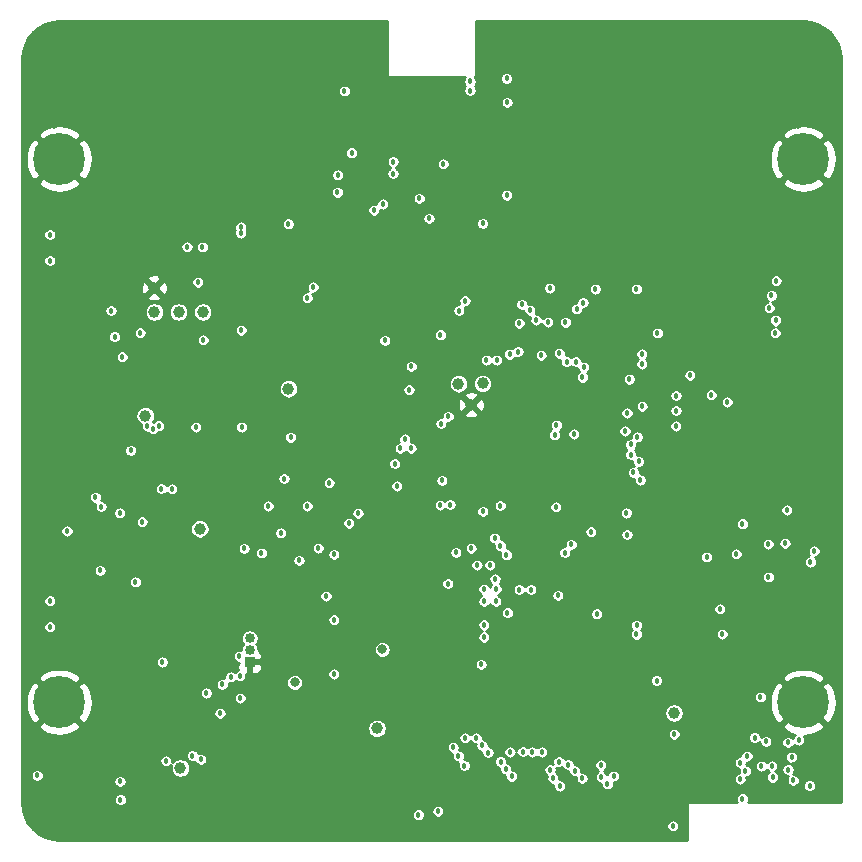
<source format=gbr>
%TF.GenerationSoftware,KiCad,Pcbnew,5.1.9+dfsg1-1~bpo10+1*%
%TF.CreationDate,2021-03-04T00:37:35+00:00*%
%TF.ProjectId,atlas,61746c61-732e-46b6-9963-61645f706362,rev?*%
%TF.SameCoordinates,Original*%
%TF.FileFunction,Copper,L2,Inr*%
%TF.FilePolarity,Positive*%
%FSLAX46Y46*%
G04 Gerber Fmt 4.6, Leading zero omitted, Abs format (unit mm)*
G04 Created by KiCad (PCBNEW 5.1.9+dfsg1-1~bpo10+1) date 2021-03-04 00:37:35*
%MOMM*%
%LPD*%
G01*
G04 APERTURE LIST*
%TA.AperFunction,ComponentPad*%
%ADD10C,1.000000*%
%TD*%
%TA.AperFunction,ComponentPad*%
%ADD11C,0.700000*%
%TD*%
%TA.AperFunction,ComponentPad*%
%ADD12C,4.400000*%
%TD*%
%TA.AperFunction,ComponentPad*%
%ADD13R,0.850000X0.850000*%
%TD*%
%TA.AperFunction,ComponentPad*%
%ADD14O,0.850000X0.850000*%
%TD*%
%TA.AperFunction,ViaPad*%
%ADD15C,0.457200*%
%TD*%
%TA.AperFunction,ViaPad*%
%ADD16C,0.800000*%
%TD*%
%TA.AperFunction,Conductor*%
%ADD17C,0.254000*%
%TD*%
%TA.AperFunction,Conductor*%
%ADD18C,0.100000*%
%TD*%
G04 APERTURE END LIST*
D10*
%TO.N,/USB_PORT_VBUS*%
%TO.C,TP1*%
X47400000Y-153550000D03*
%TD*%
%TO.N,/VCC_BACKUP*%
%TO.C,TP2*%
X56550000Y-121450000D03*
%TD*%
%TO.N,/VCC_3V3_MCU*%
%TO.C,TP3*%
X44425000Y-123725000D03*
%TD*%
%TO.N,/I2C4_SCL_SENSOR*%
%TO.C,TP4*%
X70950000Y-121025000D03*
%TD*%
%TO.N,/I2C4_SDA_SENSOR*%
%TO.C,TP5*%
X73000000Y-121000000D03*
%TD*%
%TO.N,/SPI4_SCK_APP*%
%TO.C,TP6*%
X49300000Y-114950000D03*
%TD*%
%TO.N,/SPI4_MOSI_APP*%
%TO.C,TP7*%
X45200000Y-114950000D03*
%TD*%
%TO.N,/SPI4_MISO_APP*%
%TO.C,TP8*%
X47250000Y-114950000D03*
%TD*%
%TO.N,Net-(C42-Pad1)*%
%TO.C,TP9*%
X89200000Y-148900000D03*
%TD*%
%TO.N,/BL_HV*%
%TO.C,TP10*%
X64050000Y-150200000D03*
%TD*%
%TO.N,GND*%
%TO.C,TP11*%
X72025000Y-122800000D03*
%TD*%
%TO.N,GND*%
%TO.C,TP12*%
X45200000Y-112900000D03*
%TD*%
%TO.N,/VCC_SYS*%
%TO.C,TP13*%
X49050000Y-133300000D03*
%TD*%
D11*
%TO.N,GND*%
%TO.C,H4*%
X38316726Y-146833274D03*
X37150000Y-146350000D03*
X35983274Y-146833274D03*
X35500000Y-148000000D03*
X35983274Y-149166726D03*
X37150000Y-149650000D03*
X38316726Y-149166726D03*
X38800000Y-148000000D03*
D12*
X37150000Y-148000000D03*
%TD*%
D11*
%TO.N,GND*%
%TO.C,H3*%
X101316726Y-100833274D03*
X100150000Y-100350000D03*
X98983274Y-100833274D03*
X98500000Y-102000000D03*
X98983274Y-103166726D03*
X100150000Y-103650000D03*
X101316726Y-103166726D03*
X101800000Y-102000000D03*
D12*
X100150000Y-102000000D03*
%TD*%
D11*
%TO.N,GND*%
%TO.C,H2*%
X101316726Y-146833274D03*
X100150000Y-146350000D03*
X98983274Y-146833274D03*
X98500000Y-148000000D03*
X98983274Y-149166726D03*
X100150000Y-149650000D03*
X101316726Y-149166726D03*
X101800000Y-148000000D03*
D12*
X100150000Y-148000000D03*
%TD*%
D11*
%TO.N,GND*%
%TO.C,H1*%
X38316726Y-100833274D03*
X37150000Y-100350000D03*
X35983274Y-100833274D03*
X35500000Y-102000000D03*
X35983274Y-103166726D03*
X37150000Y-103650000D03*
X38316726Y-103166726D03*
X38800000Y-102000000D03*
D12*
X37150000Y-102000000D03*
%TD*%
D13*
%TO.N,GND*%
%TO.C,J5*%
X53280000Y-144570000D03*
D14*
%TO.N,/CELL_NTC*%
X53280000Y-143570000D03*
%TO.N,/CELL_POS*%
X53280000Y-142570000D03*
%TD*%
D15*
%TO.N,GND*%
X59610000Y-93895000D03*
X59150000Y-94565000D03*
X61070000Y-93425000D03*
X60280000Y-93475000D03*
X58890000Y-95355000D03*
X61340000Y-95175000D03*
X62180000Y-95215000D03*
X62170000Y-96205000D03*
X62200000Y-92215000D03*
X62200000Y-91075000D03*
X61350000Y-92530000D03*
X58890000Y-96235000D03*
X60650000Y-97225000D03*
X58610000Y-97225000D03*
X60080000Y-98505000D03*
X59140000Y-98515000D03*
X60510000Y-95155000D03*
X62170000Y-98235000D03*
X62170000Y-99225000D03*
X77070000Y-140420000D03*
X75430000Y-144770000D03*
X74100000Y-141440000D03*
X70040000Y-138920000D03*
X61450000Y-137660000D03*
X53560000Y-137170000D03*
X64960000Y-123570000D03*
X63709345Y-122260610D03*
X50040000Y-112240000D03*
X53520000Y-109850000D03*
X47580000Y-141530000D03*
X48030000Y-143600000D03*
X49520000Y-143600000D03*
X47990000Y-145070000D03*
X49520000Y-145070000D03*
X48770000Y-144340000D03*
X62260000Y-147290000D03*
X62270000Y-146350000D03*
X61670000Y-147650000D03*
X61660000Y-148460000D03*
X60840000Y-147480000D03*
X60030000Y-147490000D03*
X66280000Y-154275000D03*
X89100000Y-154290000D03*
X72700000Y-157500000D03*
X76640000Y-157500000D03*
X80940000Y-157490000D03*
X85220000Y-135020000D03*
X73680000Y-129710000D03*
X77100000Y-126025000D03*
X77100000Y-129750000D03*
X79850000Y-129800000D03*
X79875000Y-126050000D03*
X65350000Y-120100000D03*
X50695000Y-125745000D03*
X54320000Y-130010000D03*
X85220000Y-135670000D03*
X87440000Y-137530000D03*
X85375000Y-139725000D03*
X85225000Y-143800000D03*
X85070000Y-146360000D03*
X85040000Y-150470000D03*
X78980000Y-152300000D03*
X82360000Y-149320000D03*
X82350000Y-145450000D03*
X82175000Y-141350000D03*
X79630000Y-140560000D03*
X79650000Y-144360000D03*
X79500000Y-147330000D03*
X76300000Y-150570000D03*
X69760000Y-135305000D03*
X89590000Y-138840000D03*
X88050000Y-147400000D03*
X87430000Y-138830000D03*
X65410000Y-126980000D03*
X62872000Y-127254000D03*
X60900000Y-128050000D03*
X53800000Y-112950000D03*
X69450000Y-107050000D03*
X82220000Y-136020000D03*
X97800000Y-117875000D03*
X89475000Y-119250000D03*
X95000000Y-134250000D03*
X91025000Y-133150000D03*
X86700000Y-124950000D03*
X85250000Y-122650000D03*
X86675000Y-123675000D03*
X60600000Y-102100000D03*
D16*
X34832191Y-93458000D03*
X34832191Y-97166000D03*
X34832191Y-107442000D03*
X34832191Y-111506000D03*
X34832191Y-118487000D03*
X34832191Y-122936000D03*
X34832191Y-131465000D03*
X34832191Y-136100000D03*
X34798000Y-142494000D03*
X35759191Y-128684000D03*
X35759191Y-158348000D03*
X36686191Y-91604000D03*
X36686191Y-95312000D03*
X36686191Y-99020000D03*
X36686191Y-112925000D03*
X36686191Y-120341000D03*
X37613191Y-109217000D03*
X37613191Y-124976000D03*
X38150000Y-130550000D03*
X37613191Y-137027000D03*
X37613191Y-140735000D03*
X38540191Y-93458000D03*
X38540191Y-97166000D03*
X38540191Y-118487000D03*
X39467191Y-107363000D03*
X39467191Y-142589000D03*
X39400000Y-158300000D03*
X40394191Y-91604000D03*
X40394191Y-95312000D03*
X40394191Y-99020000D03*
X40394191Y-120341000D03*
X41321191Y-101801000D03*
X41321191Y-105509000D03*
X41321191Y-144443000D03*
X41321191Y-148151000D03*
X42248191Y-93458000D03*
X42248191Y-97166000D03*
X42950000Y-150850000D03*
X43175191Y-99947000D03*
X43175191Y-103655000D03*
X43175191Y-107363000D03*
X43150000Y-121000000D03*
X43175191Y-127757000D03*
X43175191Y-142589000D03*
X43175191Y-155567000D03*
X44102191Y-91604000D03*
X44102191Y-95312000D03*
X44102191Y-139808000D03*
X45029191Y-98093000D03*
X45029191Y-101801000D03*
X45029191Y-105509000D03*
X45029191Y-133319000D03*
X45956191Y-93458000D03*
X45956191Y-111998000D03*
X46150000Y-119475000D03*
X45956191Y-137954000D03*
X46883191Y-96239000D03*
X46883191Y-99947000D03*
X46883191Y-103655000D03*
X47810191Y-91604000D03*
X48737191Y-94385000D03*
X48737191Y-98093000D03*
X48737191Y-101801000D03*
X49664191Y-104582000D03*
X49664191Y-108290000D03*
X50591191Y-92531000D03*
X50591191Y-96239000D03*
X50591191Y-99947000D03*
X50591191Y-152786000D03*
X51518191Y-102728000D03*
X51530000Y-121140000D03*
X52445191Y-94385000D03*
X52445191Y-98093000D03*
X52445191Y-113852000D03*
X52445191Y-117560000D03*
X52445191Y-150932000D03*
X53372191Y-91604000D03*
X53372191Y-100874000D03*
X53372191Y-104582000D03*
X53372191Y-153713000D03*
X54299191Y-96239000D03*
X54299191Y-107363000D03*
X55150000Y-149050000D03*
X54299191Y-156494000D03*
X55226191Y-93458000D03*
X55226191Y-99020000D03*
X55226191Y-102728000D03*
X54750000Y-112600000D03*
X55226191Y-151859000D03*
X56153191Y-137954000D03*
X56153191Y-154640000D03*
X56153191Y-158348000D03*
X57080191Y-91604000D03*
X57080191Y-95312000D03*
X57080191Y-100874000D03*
X58007191Y-107363000D03*
X58007191Y-111071000D03*
X58007191Y-129611000D03*
X58934191Y-124976000D03*
X59861191Y-109217000D03*
X59861191Y-112925000D03*
X60788191Y-155567000D03*
X61715191Y-111071000D03*
X61715191Y-114779000D03*
X62642191Y-104582000D03*
X62642191Y-157421000D03*
X63569191Y-108290000D03*
X63569191Y-112925000D03*
X63569191Y-140735000D03*
X63569191Y-154640000D03*
X65423191Y-111071000D03*
X65423191Y-114779000D03*
X65423191Y-138881000D03*
X65423191Y-149078000D03*
X66350191Y-96239000D03*
X66350191Y-141662000D03*
X66350191Y-145370000D03*
X66350191Y-151859000D03*
X67277191Y-99020000D03*
X67277191Y-137027000D03*
X68204191Y-139808000D03*
X68204191Y-143516000D03*
X68204191Y-147224000D03*
X69131191Y-97166000D03*
X69131191Y-111998000D03*
X69131191Y-150005000D03*
X69131191Y-153713000D03*
X70058191Y-99947000D03*
X70058191Y-141662000D03*
X70058191Y-145370000D03*
X70985191Y-148151000D03*
X71912191Y-104582000D03*
X71912191Y-143516000D03*
X72839191Y-146297000D03*
X73766191Y-111071000D03*
X73766191Y-114779000D03*
X74693191Y-128684000D03*
X75620191Y-91604000D03*
X75620191Y-99947000D03*
X75620191Y-143516000D03*
X76547191Y-94385000D03*
X76547191Y-102728000D03*
X76547191Y-122195000D03*
X77474191Y-97166000D03*
X78401191Y-92531000D03*
X78401191Y-100874000D03*
X78401191Y-104582000D03*
X79328191Y-95312000D03*
X79328191Y-127757000D03*
X80255191Y-98093000D03*
X80255191Y-102728000D03*
X80255191Y-106436000D03*
X81182191Y-91604000D03*
X82109191Y-94385000D03*
X82109191Y-99947000D03*
X82109191Y-104582000D03*
X83036191Y-97166000D03*
X83963191Y-92531000D03*
X83963191Y-101801000D03*
X83963191Y-106436000D03*
X84890191Y-95312000D03*
X84890191Y-99020000D03*
X85817191Y-103655000D03*
X86744191Y-91604000D03*
X86744191Y-97166000D03*
X86744191Y-100874000D03*
X86744191Y-107363000D03*
X86744191Y-111071000D03*
X87671191Y-94385000D03*
X88598191Y-99020000D03*
X88598191Y-102728000D03*
X88598191Y-109217000D03*
X89525191Y-92531000D03*
X89525191Y-96239000D03*
X89525191Y-105509000D03*
X89525191Y-111998000D03*
X90452191Y-100874000D03*
X90452191Y-122195000D03*
X90800000Y-151500000D03*
X91379191Y-94385000D03*
X91379191Y-98093000D03*
X91379191Y-103655000D03*
X91379191Y-107363000D03*
X91379191Y-118487000D03*
X91379191Y-124976000D03*
X92306191Y-91604000D03*
X92306191Y-110144000D03*
X93233191Y-96239000D03*
X93233191Y-99947000D03*
X93233191Y-105509000D03*
X93233191Y-112925000D03*
X93250000Y-116750000D03*
X94160191Y-93458000D03*
X94160191Y-102728000D03*
X94160191Y-108290000D03*
X95087191Y-98093000D03*
X95087191Y-111071000D03*
X95087191Y-122195000D03*
X95087191Y-125903000D03*
X96014191Y-91604000D03*
X96014191Y-95312000D03*
X96014191Y-100874000D03*
X96014191Y-104582000D03*
X96014191Y-117560000D03*
X96941191Y-107363000D03*
X96941191Y-124049000D03*
X97868191Y-93458000D03*
X97868191Y-97166000D03*
X97868191Y-110144000D03*
X97868191Y-121268000D03*
X97868191Y-126830000D03*
X98250000Y-139900000D03*
X99722191Y-91604000D03*
X99722191Y-95312000D03*
X99722191Y-99020000D03*
X99722191Y-108290000D03*
X99722191Y-123122000D03*
X100100000Y-139900000D03*
X100649191Y-111071000D03*
X100649191Y-119414000D03*
X100649191Y-125903000D03*
X101576191Y-93458000D03*
X101576191Y-97166000D03*
X101576191Y-113852000D03*
X102260000Y-136970000D03*
X102503191Y-109217000D03*
X102503191Y-116633000D03*
X102503191Y-122195000D03*
X102503191Y-127757000D03*
X102470000Y-142220000D03*
D15*
X86400000Y-126700000D03*
X86590000Y-131580000D03*
D16*
X76300000Y-113050000D03*
X79000000Y-114350000D03*
D15*
X76250000Y-131450000D03*
X80300000Y-131500000D03*
X76700000Y-118650000D03*
X70525000Y-118600000D03*
X71850000Y-127450000D03*
X90000000Y-159175000D03*
X103000000Y-156150000D03*
X99200000Y-156150000D03*
X58340000Y-156620000D03*
X58350000Y-155450000D03*
X60450000Y-152700000D03*
X62650000Y-150850000D03*
X93850000Y-136800000D03*
X93950000Y-140050000D03*
X50850000Y-142050000D03*
X52300000Y-141700000D03*
X85850000Y-132975000D03*
X101050000Y-156150000D03*
X91225000Y-156125000D03*
X100950000Y-151550000D03*
X94800000Y-149150000D03*
X95775000Y-150175000D03*
X96810000Y-146570000D03*
X93070000Y-156140000D03*
X85350000Y-137150000D03*
X84250000Y-132950000D03*
X87475000Y-144275000D03*
X82200000Y-125940000D03*
X80000000Y-122380000D03*
X81630000Y-123880000D03*
X78880000Y-120490000D03*
X82080000Y-130020000D03*
D16*
X102450000Y-144670000D03*
X102670000Y-150830000D03*
D15*
X78450000Y-123860000D03*
X74050000Y-135580000D03*
X73010000Y-134210000D03*
X73000000Y-135170000D03*
X79520000Y-134350000D03*
X82230000Y-137860000D03*
X57200000Y-133660000D03*
X50320000Y-133760000D03*
X47230000Y-133250000D03*
X59550000Y-137980000D03*
X50420000Y-138140000D03*
D16*
X34832191Y-127254000D03*
X34832191Y-138430000D03*
D15*
X41300000Y-126750000D03*
X41300000Y-111200000D03*
X41100000Y-138750000D03*
X86999946Y-113550000D03*
X89474990Y-113550000D03*
D16*
X44550000Y-156750000D03*
D15*
X84950000Y-117450000D03*
D16*
X60100000Y-91550000D03*
X44950000Y-116850000D03*
D15*
X100150000Y-135325000D03*
X87950000Y-127975000D03*
X89610000Y-129170000D03*
X87568357Y-133907646D03*
X54300000Y-129399996D03*
X85325000Y-121475000D03*
X62050000Y-150850000D03*
X62050000Y-149300000D03*
X62650000Y-149300000D03*
X77650000Y-148700000D03*
X80550000Y-150600000D03*
X89624991Y-142699995D03*
X86800000Y-154600000D03*
X91600000Y-149800000D03*
X90025000Y-156800000D03*
X91050000Y-134875000D03*
X92600000Y-120350000D03*
X69450000Y-123250000D03*
X70300000Y-128425000D03*
X86225000Y-120175000D03*
X72127568Y-137545000D03*
X96600000Y-154500000D03*
D16*
X35500000Y-144700000D03*
X37140000Y-132780000D03*
D15*
X50500000Y-147220000D03*
%TO.N,/LTDC_B5*%
X80239843Y-153264843D03*
X80101773Y-119151771D03*
X78699988Y-153699988D03*
%TO.N,/LTDC_G7*%
X77953872Y-118610847D03*
X77999996Y-152200000D03*
X75450000Y-154250006D03*
%TO.N,/SDMMC1_CMD*%
X78510000Y-115799998D03*
X97250354Y-114600354D03*
%TO.N,/SDMMC1_CK*%
X97770000Y-116720000D03*
X80010000Y-115828110D03*
%TO.N,/SDMMC1_D3*%
X80950000Y-114700002D03*
X97450008Y-113550000D03*
%TO.N,/SDMMC1_D2*%
X81500000Y-114150000D03*
X97849998Y-112300002D03*
%TO.N,/LTDC_B6*%
X80875000Y-119150000D03*
X80800000Y-153800004D03*
X78950002Y-154419388D03*
%TO.N,/LTDC_R6*%
X79089843Y-125339843D03*
X70950000Y-152550000D03*
X72950000Y-151650000D03*
%TO.N,/SDMMC1_D1*%
X86500000Y-122930000D03*
X85224823Y-123494823D03*
%TO.N,/LTDC_G6*%
X80719390Y-125280000D03*
X77200020Y-152200000D03*
X74950000Y-153650000D03*
%TO.N,/LTDC_G5*%
X80499671Y-134629023D03*
X74511589Y-153008097D03*
X76397325Y-152172160D03*
%TO.N,/LTDC_G4*%
X79942380Y-135325000D03*
X75300007Y-152200007D03*
%TO.N,/LTDC_R7*%
X79200004Y-131450000D03*
X71450000Y-153350000D03*
X73450000Y-152250004D03*
%TO.N,/LTDC_DE*%
X86024011Y-142241937D03*
X83042144Y-154317676D03*
%TO.N,/LTDC_B4*%
X82650000Y-140500000D03*
X79447657Y-153019390D03*
%TO.N,/OCTOSPIM_P1_CLK*%
X75100000Y-140400000D03*
X75011309Y-135500000D03*
%TO.N,/OCTOSPIM_P1_IO0*%
X74130610Y-138400000D03*
X74510000Y-134735000D03*
%TO.N,/OCTOSPIM_P1_IO1*%
X76100000Y-138450000D03*
X74010000Y-134090000D03*
%TO.N,/OCTOSPIM_P1_DQS*%
X73606821Y-136375000D03*
X74125009Y-139450009D03*
%TO.N,/OCTOSPIM_P1_IO2*%
X72500000Y-136375000D03*
X73100000Y-139450000D03*
%TO.N,/OCTOSPIM_P1_IO3*%
X72025000Y-134950000D03*
X73088780Y-138425000D03*
%TO.N,/LTDC_R4*%
X74490000Y-131340000D03*
X71500000Y-151000000D03*
%TO.N,/LTDC_R5*%
X70500000Y-151800000D03*
X72450000Y-151000000D03*
X79250006Y-124500000D03*
%TO.N,/LTDC_B7*%
X81450000Y-120474998D03*
X79519966Y-155080610D03*
X81419390Y-154430000D03*
%TO.N,/DEBUG_SWDIO_STM*%
X82540000Y-113010000D03*
X78668587Y-112921412D03*
%TO.N,/USB_PORT_VBUS*%
X42300000Y-154690000D03*
X46175000Y-152950000D03*
%TO.N,/USB_PORT_D-*%
X70250000Y-131250000D03*
X49128607Y-152823308D03*
%TO.N,/USB_PORT_D+*%
X48421400Y-152500000D03*
X69396368Y-131296368D03*
%TO.N,/LTDC_VS*%
X85166594Y-131960610D03*
X84081429Y-154218559D03*
%TO.N,/LTDC_HS*%
X85050000Y-125025000D03*
X83567193Y-154886842D03*
%TO.N,/LTDC_CK*%
X86028131Y-141477997D03*
X83000000Y-153300000D03*
%TO.N,/GPS_1PPS*%
X64550000Y-105799890D03*
X41528489Y-114833670D03*
%TO.N,/VCC_BACKUP*%
X56734000Y-125561500D03*
X66760000Y-121530000D03*
X56550000Y-107480000D03*
X71930000Y-96200000D03*
X61900000Y-101460000D03*
X56179990Y-129059942D03*
%TO.N,/GPS_3DF*%
X63780000Y-106330000D03*
X41830000Y-117030000D03*
X75030000Y-105060000D03*
X77000000Y-114800000D03*
%TO.N,/STM_STATUS_L*%
X44000000Y-116700000D03*
X66400000Y-125700000D03*
%TO.N,/STM_STATUS_R*%
X73010000Y-131830000D03*
X43600000Y-137800000D03*
%TO.N,/SW_R*%
X40610000Y-136830000D03*
X69550000Y-129210000D03*
%TO.N,/SW_L*%
X42489998Y-118739998D03*
X66010000Y-126490000D03*
%TO.N,/VCC_CORE*%
X89375000Y-122030000D03*
X89350000Y-124600000D03*
X89375000Y-123300000D03*
%TO.N,/VCAP2*%
X85420000Y-120640000D03*
%TO.N,/VCAP1*%
X85225000Y-133800000D03*
%TO.N,/SD_DET*%
X79490000Y-118440000D03*
X86470000Y-118499998D03*
%TO.N,/VCC_LCD_PWR*%
X94460000Y-135430000D03*
%TO.N,Net-(C34-Pad1)*%
X45885000Y-144585000D03*
X50950000Y-146480000D03*
%TO.N,Net-(R26-Pad1)*%
X52380000Y-144090000D03*
X52480000Y-147640000D03*
%TO.N,Net-(R27-Pad1)*%
X52450000Y-145740002D03*
X50760000Y-148920000D03*
%TO.N,/CHG_STATUS*%
X49610000Y-147210000D03*
X35293998Y-154190000D03*
%TO.N,/~USB_DET*%
X59740000Y-139000000D03*
X51660000Y-145840002D03*
%TO.N,/GPS_INT*%
X77510000Y-115640000D03*
X75070000Y-97200000D03*
%TO.N,/FUEL_INT*%
X75280000Y-118530000D03*
X57450000Y-135973879D03*
%TO.N,/TOUCH_INT*%
X70090000Y-123780000D03*
X42262500Y-131960000D03*
%TO.N,/VCC_3V3_MCU*%
X42330000Y-156230000D03*
X77070000Y-138450000D03*
X72870000Y-144780000D03*
X73100000Y-141430000D03*
X70050000Y-137950000D03*
X67560000Y-157510000D03*
X69205000Y-157215000D03*
X61660000Y-132830000D03*
X55899998Y-133650000D03*
X52565000Y-116495000D03*
X45560000Y-124580000D03*
X45070000Y-124830000D03*
X44600000Y-124600000D03*
X48710000Y-124690000D03*
X52590000Y-124690000D03*
X47970000Y-109430000D03*
X52520000Y-107750000D03*
X52510000Y-108270000D03*
X49280000Y-109430000D03*
X73000000Y-107450000D03*
X36350000Y-110600000D03*
X36350000Y-108400000D03*
X36350000Y-141600000D03*
X36350000Y-139400000D03*
X68460000Y-107020000D03*
X101080000Y-135180000D03*
X65722877Y-129680380D03*
X70735000Y-135305000D03*
X79365369Y-138940818D03*
X100750000Y-136110000D03*
X86475000Y-119350000D03*
X87800000Y-116725000D03*
X86025000Y-113000000D03*
X69425000Y-116875000D03*
X75025000Y-95175000D03*
X71925000Y-95425000D03*
X97800000Y-115650000D03*
X95000000Y-156152295D03*
X95000000Y-132878868D03*
X60000000Y-129400000D03*
X82157757Y-133556605D03*
X87725000Y-146150000D03*
X69460000Y-124400000D03*
X74049991Y-137540000D03*
X37810000Y-133490000D03*
X44170000Y-132710000D03*
D16*
%TO.N,Net-(D11-Pad2)*%
X64496191Y-143516000D03*
D15*
%TO.N,Net-(L5-Pad2)*%
X61300000Y-96234988D03*
X60710000Y-104820000D03*
%TO.N,/MCU_3V3_EN*%
X66938111Y-126488423D03*
X54850000Y-131369890D03*
X58150000Y-131369890D03*
X46674843Y-129925153D03*
%TO.N,/I2C4_SDA_SENSOR*%
X52800000Y-134970000D03*
X59078493Y-134938044D03*
X73311015Y-119023278D03*
X40700610Y-131430000D03*
%TO.N,/I2C4_SCL_SENSOR*%
X74182816Y-119010645D03*
X54270000Y-135359890D03*
X60399990Y-135470000D03*
X40220000Y-130640000D03*
%TO.N,/ACCEL_INT1*%
X58643494Y-112834738D03*
X76100000Y-115900000D03*
%TO.N,/ACCEL_INT2*%
X76000000Y-118300000D03*
X58140000Y-113750000D03*
%TO.N,/USART3_RTS_NCP*%
X85530610Y-127027188D03*
X94800000Y-153100000D03*
%TO.N,/USART3_CTS_NCP*%
X86200000Y-127600000D03*
X96025002Y-150975000D03*
%TO.N,/USART3_RX_NCP*%
X96983124Y-151306266D03*
X85770000Y-128530000D03*
%TO.N,/USART3_TX_NCP*%
X86350000Y-129175000D03*
X95380608Y-152551711D03*
%TO.N,/SPI4_SCK_APP*%
X49340000Y-117310000D03*
X48875000Y-112425000D03*
%TO.N,/SPI4_ACCEL_NCS*%
X66950000Y-119550000D03*
X64710000Y-117360000D03*
%TO.N,/DEBUG_NRESET_NCP*%
X97198397Y-137368396D03*
X96521037Y-147528963D03*
%TO.N,/DEBUG_SWO_NCP*%
X96600000Y-153400000D03*
X98750000Y-131710000D03*
%TO.N,/DEBUG_SWDIO_NCP*%
X97170000Y-134600002D03*
X98830101Y-151382621D03*
%TO.N,/DEBUG_SWDCLK_NCP*%
X98594390Y-134530000D03*
X99152635Y-152630653D03*
%TO.N,/VCC_SYS*%
X93075000Y-140085000D03*
X93287500Y-142217500D03*
D16*
X57080191Y-146297000D03*
D15*
X89227500Y-150702500D03*
%TO.N,Net-(Q1-Pad2)*%
X69650000Y-102410000D03*
X60720000Y-103340000D03*
%TO.N,/T2C4_LCD_BL*%
X60400000Y-145600000D03*
X60400000Y-141000000D03*
%TO.N,/STM_STATUS_C*%
X43200000Y-126670000D03*
X65550000Y-127790000D03*
%TO.N,/SW_C_PWR*%
X62450000Y-131990000D03*
X45800000Y-129900000D03*
%TO.N,Net-(BZ1-Pad2)*%
X93702343Y-122572657D03*
%TO.N,Net-(BZ1-Pad1)*%
X91955038Y-135700000D03*
%TO.N,Net-(C40-Pad2)*%
X100679980Y-155045000D03*
X94800000Y-154500000D03*
%TO.N,Net-(C41-Pad2)*%
X99300000Y-154600000D03*
X95254006Y-153804165D03*
%TO.N,/NCP_STATUS_0*%
X98848195Y-153687841D03*
X99754366Y-151192058D03*
%TO.N,/GPS_UART8_TX*%
X65410000Y-103230000D03*
X70984606Y-114821890D03*
%TO.N,/GPS_UART8_RX*%
X65420000Y-102210000D03*
X71510000Y-114000000D03*
%TO.N,/GPS_FORCEON*%
X67629999Y-105323879D03*
X76300000Y-114300000D03*
%TO.N,/LCD_OPT*%
X81550000Y-119625000D03*
%TO.N,/BUZZER_T1C3*%
X92350000Y-121950000D03*
X90550000Y-120300000D03*
%TO.N,/PD15_NCP*%
X97544368Y-154344364D03*
X86100000Y-125517634D03*
%TO.N,/PD14_NCP*%
X97474231Y-153384841D03*
X85530610Y-126162687D03*
%TO.N,/LCD_OPT*%
X89100000Y-158460022D03*
%TO.N,Net-(U2-PadA4)*%
X73100000Y-142490000D03*
%TD*%
D17*
%TO.N,GND*%
X64875500Y-94899871D02*
X64877940Y-94924776D01*
X64885167Y-94948601D01*
X64896903Y-94970557D01*
X64912697Y-94989803D01*
X64931943Y-95005597D01*
X64953899Y-95017333D01*
X64977724Y-95024560D01*
X65002500Y-95027000D01*
X71537264Y-95027000D01*
X71493438Y-95070826D01*
X71432634Y-95161825D01*
X71390752Y-95262938D01*
X71369400Y-95370278D01*
X71369400Y-95479722D01*
X71390752Y-95587062D01*
X71432634Y-95688175D01*
X71493438Y-95779174D01*
X71529264Y-95815000D01*
X71498438Y-95845826D01*
X71437634Y-95936825D01*
X71395752Y-96037938D01*
X71374400Y-96145278D01*
X71374400Y-96254722D01*
X71395752Y-96362062D01*
X71437634Y-96463175D01*
X71498438Y-96554174D01*
X71575826Y-96631562D01*
X71666825Y-96692366D01*
X71767938Y-96734248D01*
X71875278Y-96755600D01*
X71984722Y-96755600D01*
X72092062Y-96734248D01*
X72193175Y-96692366D01*
X72284174Y-96631562D01*
X72361562Y-96554174D01*
X72422366Y-96463175D01*
X72464248Y-96362062D01*
X72485600Y-96254722D01*
X72485600Y-96145278D01*
X72464248Y-96037938D01*
X72422366Y-95936825D01*
X72361562Y-95845826D01*
X72325736Y-95810000D01*
X72356562Y-95779174D01*
X72417366Y-95688175D01*
X72459248Y-95587062D01*
X72480600Y-95479722D01*
X72480600Y-95370278D01*
X72459248Y-95262938D01*
X72417366Y-95161825D01*
X72389605Y-95120278D01*
X74469400Y-95120278D01*
X74469400Y-95229722D01*
X74490752Y-95337062D01*
X74532634Y-95438175D01*
X74593438Y-95529174D01*
X74670826Y-95606562D01*
X74761825Y-95667366D01*
X74862938Y-95709248D01*
X74970278Y-95730600D01*
X75079722Y-95730600D01*
X75187062Y-95709248D01*
X75288175Y-95667366D01*
X75379174Y-95606562D01*
X75456562Y-95529174D01*
X75517366Y-95438175D01*
X75559248Y-95337062D01*
X75580600Y-95229722D01*
X75580600Y-95120278D01*
X75559248Y-95012938D01*
X75517366Y-94911825D01*
X75456562Y-94820826D01*
X75379174Y-94743438D01*
X75288175Y-94682634D01*
X75187062Y-94640752D01*
X75079722Y-94619400D01*
X74970278Y-94619400D01*
X74862938Y-94640752D01*
X74761825Y-94682634D01*
X74670826Y-94743438D01*
X74593438Y-94820826D01*
X74532634Y-94911825D01*
X74490752Y-95012938D01*
X74469400Y-95120278D01*
X72389605Y-95120278D01*
X72356562Y-95070826D01*
X72310930Y-95025194D01*
X72317150Y-95024585D01*
X72340982Y-95017382D01*
X72362951Y-95005668D01*
X72382212Y-94989893D01*
X72398025Y-94970664D01*
X72409783Y-94948720D01*
X72417035Y-94924903D01*
X72419500Y-94900129D01*
X72424103Y-90352000D01*
X100132785Y-90352000D01*
X100761124Y-90413609D01*
X101348966Y-90591089D01*
X101891139Y-90879368D01*
X102367000Y-91267469D01*
X102758412Y-91740606D01*
X103050469Y-92280754D01*
X103232049Y-92867344D01*
X103297979Y-93494626D01*
X103298000Y-93500649D01*
X103298001Y-156398000D01*
X95499602Y-156398000D01*
X95534248Y-156314357D01*
X95555600Y-156207017D01*
X95555600Y-156097573D01*
X95534248Y-155990233D01*
X95492366Y-155889120D01*
X95431562Y-155798121D01*
X95354174Y-155720733D01*
X95263175Y-155659929D01*
X95162062Y-155618047D01*
X95054722Y-155596695D01*
X94945278Y-155596695D01*
X94837938Y-155618047D01*
X94736825Y-155659929D01*
X94645826Y-155720733D01*
X94568438Y-155798121D01*
X94507634Y-155889120D01*
X94465752Y-155990233D01*
X94444400Y-156097573D01*
X94444400Y-156207017D01*
X94465752Y-156314357D01*
X94500398Y-156398000D01*
X90400000Y-156398000D01*
X90375224Y-156400440D01*
X90351399Y-156407667D01*
X90329443Y-156419403D01*
X90310197Y-156435197D01*
X90294403Y-156454443D01*
X90282667Y-156476399D01*
X90275440Y-156500224D01*
X90273000Y-156525000D01*
X90273000Y-159648000D01*
X37167215Y-159648000D01*
X36538881Y-159586391D01*
X35951038Y-159408912D01*
X35408861Y-159120632D01*
X34933000Y-158732531D01*
X34662292Y-158405300D01*
X88544400Y-158405300D01*
X88544400Y-158514744D01*
X88565752Y-158622084D01*
X88607634Y-158723197D01*
X88668438Y-158814196D01*
X88745826Y-158891584D01*
X88836825Y-158952388D01*
X88937938Y-158994270D01*
X89045278Y-159015622D01*
X89154722Y-159015622D01*
X89262062Y-158994270D01*
X89363175Y-158952388D01*
X89454174Y-158891584D01*
X89531562Y-158814196D01*
X89592366Y-158723197D01*
X89634248Y-158622084D01*
X89655600Y-158514744D01*
X89655600Y-158405300D01*
X89634248Y-158297960D01*
X89592366Y-158196847D01*
X89531562Y-158105848D01*
X89454174Y-158028460D01*
X89363175Y-157967656D01*
X89262062Y-157925774D01*
X89154722Y-157904422D01*
X89045278Y-157904422D01*
X88937938Y-157925774D01*
X88836825Y-157967656D01*
X88745826Y-158028460D01*
X88668438Y-158105848D01*
X88607634Y-158196847D01*
X88565752Y-158297960D01*
X88544400Y-158405300D01*
X34662292Y-158405300D01*
X34541589Y-158259396D01*
X34249531Y-157719246D01*
X34167820Y-157455278D01*
X67004400Y-157455278D01*
X67004400Y-157564722D01*
X67025752Y-157672062D01*
X67067634Y-157773175D01*
X67128438Y-157864174D01*
X67205826Y-157941562D01*
X67296825Y-158002366D01*
X67397938Y-158044248D01*
X67505278Y-158065600D01*
X67614722Y-158065600D01*
X67722062Y-158044248D01*
X67823175Y-158002366D01*
X67914174Y-157941562D01*
X67991562Y-157864174D01*
X68052366Y-157773175D01*
X68094248Y-157672062D01*
X68115600Y-157564722D01*
X68115600Y-157455278D01*
X68094248Y-157347938D01*
X68052366Y-157246825D01*
X67994537Y-157160278D01*
X68649400Y-157160278D01*
X68649400Y-157269722D01*
X68670752Y-157377062D01*
X68712634Y-157478175D01*
X68773438Y-157569174D01*
X68850826Y-157646562D01*
X68941825Y-157707366D01*
X69042938Y-157749248D01*
X69150278Y-157770600D01*
X69259722Y-157770600D01*
X69367062Y-157749248D01*
X69468175Y-157707366D01*
X69559174Y-157646562D01*
X69636562Y-157569174D01*
X69697366Y-157478175D01*
X69739248Y-157377062D01*
X69760600Y-157269722D01*
X69760600Y-157160278D01*
X69739248Y-157052938D01*
X69697366Y-156951825D01*
X69636562Y-156860826D01*
X69559174Y-156783438D01*
X69468175Y-156722634D01*
X69367062Y-156680752D01*
X69259722Y-156659400D01*
X69150278Y-156659400D01*
X69042938Y-156680752D01*
X68941825Y-156722634D01*
X68850826Y-156783438D01*
X68773438Y-156860826D01*
X68712634Y-156951825D01*
X68670752Y-157052938D01*
X68649400Y-157160278D01*
X67994537Y-157160278D01*
X67991562Y-157155826D01*
X67914174Y-157078438D01*
X67823175Y-157017634D01*
X67722062Y-156975752D01*
X67614722Y-156954400D01*
X67505278Y-156954400D01*
X67397938Y-156975752D01*
X67296825Y-157017634D01*
X67205826Y-157078438D01*
X67128438Y-157155826D01*
X67067634Y-157246825D01*
X67025752Y-157347938D01*
X67004400Y-157455278D01*
X34167820Y-157455278D01*
X34067951Y-157132656D01*
X34002021Y-156505374D01*
X34002000Y-156499350D01*
X34002000Y-156175278D01*
X41774400Y-156175278D01*
X41774400Y-156284722D01*
X41795752Y-156392062D01*
X41837634Y-156493175D01*
X41898438Y-156584174D01*
X41975826Y-156661562D01*
X42066825Y-156722366D01*
X42167938Y-156764248D01*
X42275278Y-156785600D01*
X42384722Y-156785600D01*
X42492062Y-156764248D01*
X42593175Y-156722366D01*
X42684174Y-156661562D01*
X42761562Y-156584174D01*
X42822366Y-156493175D01*
X42864248Y-156392062D01*
X42885600Y-156284722D01*
X42885600Y-156175278D01*
X42864248Y-156067938D01*
X42822366Y-155966825D01*
X42761562Y-155875826D01*
X42684174Y-155798438D01*
X42593175Y-155737634D01*
X42492062Y-155695752D01*
X42384722Y-155674400D01*
X42275278Y-155674400D01*
X42167938Y-155695752D01*
X42066825Y-155737634D01*
X41975826Y-155798438D01*
X41898438Y-155875826D01*
X41837634Y-155966825D01*
X41795752Y-156067938D01*
X41774400Y-156175278D01*
X34002000Y-156175278D01*
X34002000Y-154135278D01*
X34738398Y-154135278D01*
X34738398Y-154244722D01*
X34759750Y-154352062D01*
X34801632Y-154453175D01*
X34862436Y-154544174D01*
X34939824Y-154621562D01*
X35030823Y-154682366D01*
X35131936Y-154724248D01*
X35239276Y-154745600D01*
X35348720Y-154745600D01*
X35456060Y-154724248D01*
X35557173Y-154682366D01*
X35627644Y-154635278D01*
X41744400Y-154635278D01*
X41744400Y-154744722D01*
X41765752Y-154852062D01*
X41807634Y-154953175D01*
X41868438Y-155044174D01*
X41945826Y-155121562D01*
X42036825Y-155182366D01*
X42137938Y-155224248D01*
X42245278Y-155245600D01*
X42354722Y-155245600D01*
X42462062Y-155224248D01*
X42563175Y-155182366D01*
X42654174Y-155121562D01*
X42731562Y-155044174D01*
X42792366Y-154953175D01*
X42834248Y-154852062D01*
X42855600Y-154744722D01*
X42855600Y-154635278D01*
X42834248Y-154527938D01*
X42792366Y-154426825D01*
X42731562Y-154335826D01*
X42654174Y-154258438D01*
X42563175Y-154197634D01*
X42462062Y-154155752D01*
X42354722Y-154134400D01*
X42245278Y-154134400D01*
X42137938Y-154155752D01*
X42036825Y-154197634D01*
X41945826Y-154258438D01*
X41868438Y-154335826D01*
X41807634Y-154426825D01*
X41765752Y-154527938D01*
X41744400Y-154635278D01*
X35627644Y-154635278D01*
X35648172Y-154621562D01*
X35725560Y-154544174D01*
X35786364Y-154453175D01*
X35828246Y-154352062D01*
X35849598Y-154244722D01*
X35849598Y-154135278D01*
X35828246Y-154027938D01*
X35786364Y-153926825D01*
X35725560Y-153835826D01*
X35648172Y-153758438D01*
X35557173Y-153697634D01*
X35456060Y-153655752D01*
X35348720Y-153634400D01*
X35239276Y-153634400D01*
X35131936Y-153655752D01*
X35030823Y-153697634D01*
X34939824Y-153758438D01*
X34862436Y-153835826D01*
X34801632Y-153926825D01*
X34759750Y-154027938D01*
X34738398Y-154135278D01*
X34002000Y-154135278D01*
X34002000Y-152895278D01*
X45619400Y-152895278D01*
X45619400Y-153004722D01*
X45640752Y-153112062D01*
X45682634Y-153213175D01*
X45743438Y-153304174D01*
X45820826Y-153381562D01*
X45911825Y-153442366D01*
X46012938Y-153484248D01*
X46120278Y-153505600D01*
X46229722Y-153505600D01*
X46337062Y-153484248D01*
X46438175Y-153442366D01*
X46529174Y-153381562D01*
X46606562Y-153304174D01*
X46606891Y-153303682D01*
X46604782Y-153308773D01*
X46573000Y-153468548D01*
X46573000Y-153631452D01*
X46604782Y-153791227D01*
X46667123Y-153941731D01*
X46757628Y-154077181D01*
X46872819Y-154192372D01*
X47008269Y-154282877D01*
X47158773Y-154345218D01*
X47318548Y-154377000D01*
X47481452Y-154377000D01*
X47641227Y-154345218D01*
X47791731Y-154282877D01*
X47927181Y-154192372D01*
X48042372Y-154077181D01*
X48132877Y-153941731D01*
X48195218Y-153791227D01*
X48227000Y-153631452D01*
X48227000Y-153468548D01*
X48195218Y-153308773D01*
X48132877Y-153158269D01*
X48042372Y-153022819D01*
X47927181Y-152907628D01*
X47791731Y-152817123D01*
X47641227Y-152754782D01*
X47481452Y-152723000D01*
X47318548Y-152723000D01*
X47158773Y-152754782D01*
X47008269Y-152817123D01*
X46872819Y-152907628D01*
X46757628Y-153022819D01*
X46714017Y-153088087D01*
X46730600Y-153004722D01*
X46730600Y-152895278D01*
X46709248Y-152787938D01*
X46667366Y-152686825D01*
X46606562Y-152595826D01*
X46529174Y-152518438D01*
X46438175Y-152457634D01*
X46408345Y-152445278D01*
X47865800Y-152445278D01*
X47865800Y-152554722D01*
X47887152Y-152662062D01*
X47929034Y-152763175D01*
X47989838Y-152854174D01*
X48067226Y-152931562D01*
X48158225Y-152992366D01*
X48259338Y-153034248D01*
X48366678Y-153055600D01*
X48476122Y-153055600D01*
X48583462Y-153034248D01*
X48610044Y-153023237D01*
X48636241Y-153086483D01*
X48697045Y-153177482D01*
X48774433Y-153254870D01*
X48865432Y-153315674D01*
X48966545Y-153357556D01*
X49073885Y-153378908D01*
X49183329Y-153378908D01*
X49290669Y-153357556D01*
X49391782Y-153315674D01*
X49482781Y-153254870D01*
X49560169Y-153177482D01*
X49620973Y-153086483D01*
X49662855Y-152985370D01*
X49684207Y-152878030D01*
X49684207Y-152768586D01*
X49662855Y-152661246D01*
X49620973Y-152560133D01*
X49560169Y-152469134D01*
X49482781Y-152391746D01*
X49391782Y-152330942D01*
X49290669Y-152289060D01*
X49183329Y-152267708D01*
X49073885Y-152267708D01*
X48966545Y-152289060D01*
X48939963Y-152300071D01*
X48913766Y-152236825D01*
X48852962Y-152145826D01*
X48775574Y-152068438D01*
X48684575Y-152007634D01*
X48583462Y-151965752D01*
X48476122Y-151944400D01*
X48366678Y-151944400D01*
X48259338Y-151965752D01*
X48158225Y-152007634D01*
X48067226Y-152068438D01*
X47989838Y-152145826D01*
X47929034Y-152236825D01*
X47887152Y-152337938D01*
X47865800Y-152445278D01*
X46408345Y-152445278D01*
X46337062Y-152415752D01*
X46229722Y-152394400D01*
X46120278Y-152394400D01*
X46012938Y-152415752D01*
X45911825Y-152457634D01*
X45820826Y-152518438D01*
X45743438Y-152595826D01*
X45682634Y-152686825D01*
X45640752Y-152787938D01*
X45619400Y-152895278D01*
X34002000Y-152895278D01*
X34002000Y-151745278D01*
X69944400Y-151745278D01*
X69944400Y-151854722D01*
X69965752Y-151962062D01*
X70007634Y-152063175D01*
X70068438Y-152154174D01*
X70145826Y-152231562D01*
X70236825Y-152292366D01*
X70337938Y-152334248D01*
X70430375Y-152352635D01*
X70415752Y-152387938D01*
X70394400Y-152495278D01*
X70394400Y-152604722D01*
X70415752Y-152712062D01*
X70457634Y-152813175D01*
X70518438Y-152904174D01*
X70595826Y-152981562D01*
X70686825Y-153042366D01*
X70787938Y-153084248D01*
X70895278Y-153105600D01*
X70949857Y-153105600D01*
X70915752Y-153187938D01*
X70894400Y-153295278D01*
X70894400Y-153404722D01*
X70915752Y-153512062D01*
X70957634Y-153613175D01*
X71018438Y-153704174D01*
X71095826Y-153781562D01*
X71186825Y-153842366D01*
X71287938Y-153884248D01*
X71395278Y-153905600D01*
X71504722Y-153905600D01*
X71612062Y-153884248D01*
X71713175Y-153842366D01*
X71804174Y-153781562D01*
X71881562Y-153704174D01*
X71942366Y-153613175D01*
X71984248Y-153512062D01*
X72005600Y-153404722D01*
X72005600Y-153295278D01*
X71984248Y-153187938D01*
X71942366Y-153086825D01*
X71881562Y-152995826D01*
X71839111Y-152953375D01*
X73955989Y-152953375D01*
X73955989Y-153062819D01*
X73977341Y-153170159D01*
X74019223Y-153271272D01*
X74080027Y-153362271D01*
X74157415Y-153439659D01*
X74248414Y-153500463D01*
X74349527Y-153542345D01*
X74402821Y-153552946D01*
X74394400Y-153595278D01*
X74394400Y-153704722D01*
X74415752Y-153812062D01*
X74457634Y-153913175D01*
X74518438Y-154004174D01*
X74595826Y-154081562D01*
X74686825Y-154142366D01*
X74787938Y-154184248D01*
X74894400Y-154205425D01*
X74894400Y-154304728D01*
X74915752Y-154412068D01*
X74957634Y-154513181D01*
X75018438Y-154604180D01*
X75095826Y-154681568D01*
X75186825Y-154742372D01*
X75287938Y-154784254D01*
X75395278Y-154805606D01*
X75504722Y-154805606D01*
X75612062Y-154784254D01*
X75713175Y-154742372D01*
X75804174Y-154681568D01*
X75881562Y-154604180D01*
X75942366Y-154513181D01*
X75984248Y-154412068D01*
X76005600Y-154304728D01*
X76005600Y-154195284D01*
X75984248Y-154087944D01*
X75942366Y-153986831D01*
X75881562Y-153895832D01*
X75804174Y-153818444D01*
X75713175Y-153757640D01*
X75612062Y-153715758D01*
X75505600Y-153694581D01*
X75505600Y-153645266D01*
X78144388Y-153645266D01*
X78144388Y-153754710D01*
X78165740Y-153862050D01*
X78207622Y-153963163D01*
X78268426Y-154054162D01*
X78345814Y-154131550D01*
X78436813Y-154192354D01*
X78441809Y-154194423D01*
X78415754Y-154257326D01*
X78394402Y-154364666D01*
X78394402Y-154474110D01*
X78415754Y-154581450D01*
X78457636Y-154682563D01*
X78518440Y-154773562D01*
X78595828Y-154850950D01*
X78686827Y-154911754D01*
X78787940Y-154953636D01*
X78895280Y-154974988D01*
X78974491Y-154974988D01*
X78964366Y-155025888D01*
X78964366Y-155135332D01*
X78985718Y-155242672D01*
X79027600Y-155343785D01*
X79088404Y-155434784D01*
X79165792Y-155512172D01*
X79256791Y-155572976D01*
X79357904Y-155614858D01*
X79465244Y-155636210D01*
X79574688Y-155636210D01*
X79682028Y-155614858D01*
X79783141Y-155572976D01*
X79874140Y-155512172D01*
X79951528Y-155434784D01*
X80012332Y-155343785D01*
X80054214Y-155242672D01*
X80075566Y-155135332D01*
X80075566Y-155025888D01*
X80054214Y-154918548D01*
X80012332Y-154817435D01*
X79951528Y-154726436D01*
X79874140Y-154649048D01*
X79783141Y-154588244D01*
X79682028Y-154546362D01*
X79574688Y-154525010D01*
X79495477Y-154525010D01*
X79505602Y-154474110D01*
X79505602Y-154364666D01*
X79484250Y-154257326D01*
X79442368Y-154156213D01*
X79381564Y-154065214D01*
X79304176Y-153987826D01*
X79213177Y-153927022D01*
X79208181Y-153924953D01*
X79234236Y-153862050D01*
X79255588Y-153754710D01*
X79255588Y-153645266D01*
X79234236Y-153537926D01*
X79231455Y-153531213D01*
X79285595Y-153553638D01*
X79392935Y-153574990D01*
X79502379Y-153574990D01*
X79609719Y-153553638D01*
X79710832Y-153511756D01*
X79734258Y-153496103D01*
X79747477Y-153528018D01*
X79808281Y-153619017D01*
X79885669Y-153696405D01*
X79976668Y-153757209D01*
X80077781Y-153799091D01*
X80185121Y-153820443D01*
X80244400Y-153820443D01*
X80244400Y-153854726D01*
X80265752Y-153962066D01*
X80307634Y-154063179D01*
X80368438Y-154154178D01*
X80445826Y-154231566D01*
X80536825Y-154292370D01*
X80637938Y-154334252D01*
X80745278Y-154355604D01*
X80854722Y-154355604D01*
X80868238Y-154352915D01*
X80863790Y-154375278D01*
X80863790Y-154484722D01*
X80885142Y-154592062D01*
X80927024Y-154693175D01*
X80987828Y-154784174D01*
X81065216Y-154861562D01*
X81156215Y-154922366D01*
X81257328Y-154964248D01*
X81364668Y-154985600D01*
X81474112Y-154985600D01*
X81581452Y-154964248D01*
X81682565Y-154922366D01*
X81773564Y-154861562D01*
X81850952Y-154784174D01*
X81911756Y-154693175D01*
X81953638Y-154592062D01*
X81974990Y-154484722D01*
X81974990Y-154375278D01*
X81953638Y-154267938D01*
X81911756Y-154166825D01*
X81850952Y-154075826D01*
X81773564Y-153998438D01*
X81682565Y-153937634D01*
X81581452Y-153895752D01*
X81474112Y-153874400D01*
X81364668Y-153874400D01*
X81351152Y-153877089D01*
X81355600Y-153854726D01*
X81355600Y-153745282D01*
X81334248Y-153637942D01*
X81292366Y-153536829D01*
X81231562Y-153445830D01*
X81154174Y-153368442D01*
X81063175Y-153307638D01*
X80962062Y-153265756D01*
X80859116Y-153245278D01*
X82444400Y-153245278D01*
X82444400Y-153354722D01*
X82465752Y-153462062D01*
X82507634Y-153563175D01*
X82568438Y-153654174D01*
X82645826Y-153731562D01*
X82736825Y-153792366D01*
X82797664Y-153817566D01*
X82778969Y-153825310D01*
X82687970Y-153886114D01*
X82610582Y-153963502D01*
X82549778Y-154054501D01*
X82507896Y-154155614D01*
X82486544Y-154262954D01*
X82486544Y-154372398D01*
X82507896Y-154479738D01*
X82549778Y-154580851D01*
X82610582Y-154671850D01*
X82687970Y-154749238D01*
X82778969Y-154810042D01*
X82880082Y-154851924D01*
X82987422Y-154873276D01*
X83011593Y-154873276D01*
X83011593Y-154941564D01*
X83032945Y-155048904D01*
X83074827Y-155150017D01*
X83135631Y-155241016D01*
X83213019Y-155318404D01*
X83304018Y-155379208D01*
X83405131Y-155421090D01*
X83512471Y-155442442D01*
X83621915Y-155442442D01*
X83729255Y-155421090D01*
X83830368Y-155379208D01*
X83921367Y-155318404D01*
X83998755Y-155241016D01*
X84059559Y-155150017D01*
X84101441Y-155048904D01*
X84122793Y-154941564D01*
X84122793Y-154832120D01*
X84111263Y-154774159D01*
X84136151Y-154774159D01*
X84243491Y-154752807D01*
X84344604Y-154710925D01*
X84435603Y-154650121D01*
X84512991Y-154572733D01*
X84573795Y-154481734D01*
X84615677Y-154380621D01*
X84637029Y-154273281D01*
X84637029Y-154163837D01*
X84615677Y-154056497D01*
X84573795Y-153955384D01*
X84512991Y-153864385D01*
X84435603Y-153786997D01*
X84344604Y-153726193D01*
X84243491Y-153684311D01*
X84136151Y-153662959D01*
X84026707Y-153662959D01*
X83919367Y-153684311D01*
X83818254Y-153726193D01*
X83727255Y-153786997D01*
X83649867Y-153864385D01*
X83589063Y-153955384D01*
X83547181Y-154056497D01*
X83543338Y-154075815D01*
X83534510Y-154054501D01*
X83473706Y-153963502D01*
X83396318Y-153886114D01*
X83305319Y-153825310D01*
X83244480Y-153800110D01*
X83263175Y-153792366D01*
X83354174Y-153731562D01*
X83431562Y-153654174D01*
X83492366Y-153563175D01*
X83534248Y-153462062D01*
X83555600Y-153354722D01*
X83555600Y-153245278D01*
X83534248Y-153137938D01*
X83495868Y-153045278D01*
X94244400Y-153045278D01*
X94244400Y-153154722D01*
X94265752Y-153262062D01*
X94307634Y-153363175D01*
X94368438Y-153454174D01*
X94445826Y-153531562D01*
X94536825Y-153592366D01*
X94637938Y-153634248D01*
X94718147Y-153650203D01*
X94698406Y-153749443D01*
X94698406Y-153858887D01*
X94716553Y-153950114D01*
X94637938Y-153965752D01*
X94536825Y-154007634D01*
X94445826Y-154068438D01*
X94368438Y-154145826D01*
X94307634Y-154236825D01*
X94265752Y-154337938D01*
X94244400Y-154445278D01*
X94244400Y-154554722D01*
X94265752Y-154662062D01*
X94307634Y-154763175D01*
X94368438Y-154854174D01*
X94445826Y-154931562D01*
X94536825Y-154992366D01*
X94637938Y-155034248D01*
X94745278Y-155055600D01*
X94854722Y-155055600D01*
X94962062Y-155034248D01*
X95063175Y-154992366D01*
X95154174Y-154931562D01*
X95231562Y-154854174D01*
X95292366Y-154763175D01*
X95334248Y-154662062D01*
X95355600Y-154554722D01*
X95355600Y-154445278D01*
X95337453Y-154354051D01*
X95416068Y-154338413D01*
X95517181Y-154296531D01*
X95608180Y-154235727D01*
X95685568Y-154158339D01*
X95746372Y-154067340D01*
X95788254Y-153966227D01*
X95809606Y-153858887D01*
X95809606Y-153749443D01*
X95788254Y-153642103D01*
X95746372Y-153540990D01*
X95685568Y-153449991D01*
X95608180Y-153372603D01*
X95567286Y-153345278D01*
X96044400Y-153345278D01*
X96044400Y-153454722D01*
X96065752Y-153562062D01*
X96107634Y-153663175D01*
X96168438Y-153754174D01*
X96245826Y-153831562D01*
X96336825Y-153892366D01*
X96437938Y-153934248D01*
X96545278Y-153955600D01*
X96654722Y-153955600D01*
X96762062Y-153934248D01*
X96863175Y-153892366D01*
X96954174Y-153831562D01*
X97031562Y-153754174D01*
X97042180Y-153738283D01*
X97042669Y-153739015D01*
X97120057Y-153816403D01*
X97211056Y-153877207D01*
X97231063Y-153885494D01*
X97190194Y-153912802D01*
X97112806Y-153990190D01*
X97052002Y-154081189D01*
X97010120Y-154182302D01*
X96988768Y-154289642D01*
X96988768Y-154399086D01*
X97010120Y-154506426D01*
X97052002Y-154607539D01*
X97112806Y-154698538D01*
X97190194Y-154775926D01*
X97281193Y-154836730D01*
X97382306Y-154878612D01*
X97489646Y-154899964D01*
X97599090Y-154899964D01*
X97706430Y-154878612D01*
X97807543Y-154836730D01*
X97898542Y-154775926D01*
X97975930Y-154698538D01*
X98036734Y-154607539D01*
X98078616Y-154506426D01*
X98099968Y-154399086D01*
X98099968Y-154289642D01*
X98078616Y-154182302D01*
X98036734Y-154081189D01*
X97975930Y-153990190D01*
X97898542Y-153912802D01*
X97807543Y-153851998D01*
X97787536Y-153843711D01*
X97828405Y-153816403D01*
X97905793Y-153739015D01*
X97966597Y-153648016D01*
X97972767Y-153633119D01*
X98292595Y-153633119D01*
X98292595Y-153742563D01*
X98313947Y-153849903D01*
X98355829Y-153951016D01*
X98416633Y-154042015D01*
X98494021Y-154119403D01*
X98585020Y-154180207D01*
X98686133Y-154222089D01*
X98793473Y-154243441D01*
X98870823Y-154243441D01*
X98868438Y-154245826D01*
X98807634Y-154336825D01*
X98765752Y-154437938D01*
X98744400Y-154545278D01*
X98744400Y-154654722D01*
X98765752Y-154762062D01*
X98807634Y-154863175D01*
X98868438Y-154954174D01*
X98945826Y-155031562D01*
X99036825Y-155092366D01*
X99137938Y-155134248D01*
X99245278Y-155155600D01*
X99354722Y-155155600D01*
X99462062Y-155134248D01*
X99563175Y-155092366D01*
X99654174Y-155031562D01*
X99695458Y-154990278D01*
X100124380Y-154990278D01*
X100124380Y-155099722D01*
X100145732Y-155207062D01*
X100187614Y-155308175D01*
X100248418Y-155399174D01*
X100325806Y-155476562D01*
X100416805Y-155537366D01*
X100517918Y-155579248D01*
X100625258Y-155600600D01*
X100734702Y-155600600D01*
X100842042Y-155579248D01*
X100943155Y-155537366D01*
X101034154Y-155476562D01*
X101111542Y-155399174D01*
X101172346Y-155308175D01*
X101214228Y-155207062D01*
X101235580Y-155099722D01*
X101235580Y-154990278D01*
X101214228Y-154882938D01*
X101172346Y-154781825D01*
X101111542Y-154690826D01*
X101034154Y-154613438D01*
X100943155Y-154552634D01*
X100842042Y-154510752D01*
X100734702Y-154489400D01*
X100625258Y-154489400D01*
X100517918Y-154510752D01*
X100416805Y-154552634D01*
X100325806Y-154613438D01*
X100248418Y-154690826D01*
X100187614Y-154781825D01*
X100145732Y-154882938D01*
X100124380Y-154990278D01*
X99695458Y-154990278D01*
X99731562Y-154954174D01*
X99792366Y-154863175D01*
X99834248Y-154762062D01*
X99855600Y-154654722D01*
X99855600Y-154545278D01*
X99834248Y-154437938D01*
X99792366Y-154336825D01*
X99731562Y-154245826D01*
X99654174Y-154168438D01*
X99563175Y-154107634D01*
X99462062Y-154065752D01*
X99354722Y-154044400D01*
X99277372Y-154044400D01*
X99279757Y-154042015D01*
X99340561Y-153951016D01*
X99382443Y-153849903D01*
X99403795Y-153742563D01*
X99403795Y-153633119D01*
X99382443Y-153525779D01*
X99340561Y-153424666D01*
X99279757Y-153333667D01*
X99202369Y-153256279D01*
X99111370Y-153195475D01*
X99080969Y-153182882D01*
X99097913Y-153186253D01*
X99207357Y-153186253D01*
X99314697Y-153164901D01*
X99415810Y-153123019D01*
X99506809Y-153062215D01*
X99584197Y-152984827D01*
X99645001Y-152893828D01*
X99686883Y-152792715D01*
X99708235Y-152685375D01*
X99708235Y-152575931D01*
X99686883Y-152468591D01*
X99645001Y-152367478D01*
X99584197Y-152276479D01*
X99506809Y-152199091D01*
X99415810Y-152138287D01*
X99314697Y-152096405D01*
X99207357Y-152075053D01*
X99097913Y-152075053D01*
X98990573Y-152096405D01*
X98889460Y-152138287D01*
X98798461Y-152199091D01*
X98721073Y-152276479D01*
X98660269Y-152367478D01*
X98618387Y-152468591D01*
X98597035Y-152575931D01*
X98597035Y-152685375D01*
X98618387Y-152792715D01*
X98660269Y-152893828D01*
X98721073Y-152984827D01*
X98798461Y-153062215D01*
X98889460Y-153123019D01*
X98919861Y-153135612D01*
X98902917Y-153132241D01*
X98793473Y-153132241D01*
X98686133Y-153153593D01*
X98585020Y-153195475D01*
X98494021Y-153256279D01*
X98416633Y-153333667D01*
X98355829Y-153424666D01*
X98313947Y-153525779D01*
X98292595Y-153633119D01*
X97972767Y-153633119D01*
X98008479Y-153546903D01*
X98029831Y-153439563D01*
X98029831Y-153330119D01*
X98008479Y-153222779D01*
X97966597Y-153121666D01*
X97905793Y-153030667D01*
X97828405Y-152953279D01*
X97737406Y-152892475D01*
X97636293Y-152850593D01*
X97528953Y-152829241D01*
X97419509Y-152829241D01*
X97312169Y-152850593D01*
X97211056Y-152892475D01*
X97120057Y-152953279D01*
X97042669Y-153030667D01*
X97032051Y-153046558D01*
X97031562Y-153045826D01*
X96954174Y-152968438D01*
X96863175Y-152907634D01*
X96762062Y-152865752D01*
X96654722Y-152844400D01*
X96545278Y-152844400D01*
X96437938Y-152865752D01*
X96336825Y-152907634D01*
X96245826Y-152968438D01*
X96168438Y-153045826D01*
X96107634Y-153136825D01*
X96065752Y-153237938D01*
X96044400Y-153345278D01*
X95567286Y-153345278D01*
X95517181Y-153311799D01*
X95416068Y-153269917D01*
X95335859Y-153253962D01*
X95355600Y-153154722D01*
X95355600Y-153107311D01*
X95435330Y-153107311D01*
X95542670Y-153085959D01*
X95643783Y-153044077D01*
X95734782Y-152983273D01*
X95812170Y-152905885D01*
X95872974Y-152814886D01*
X95914856Y-152713773D01*
X95936208Y-152606433D01*
X95936208Y-152496989D01*
X95914856Y-152389649D01*
X95872974Y-152288536D01*
X95812170Y-152197537D01*
X95734782Y-152120149D01*
X95643783Y-152059345D01*
X95542670Y-152017463D01*
X95435330Y-151996111D01*
X95325886Y-151996111D01*
X95218546Y-152017463D01*
X95117433Y-152059345D01*
X95026434Y-152120149D01*
X94949046Y-152197537D01*
X94888242Y-152288536D01*
X94846360Y-152389649D01*
X94825008Y-152496989D01*
X94825008Y-152544400D01*
X94745278Y-152544400D01*
X94637938Y-152565752D01*
X94536825Y-152607634D01*
X94445826Y-152668438D01*
X94368438Y-152745826D01*
X94307634Y-152836825D01*
X94265752Y-152937938D01*
X94244400Y-153045278D01*
X83495868Y-153045278D01*
X83492366Y-153036825D01*
X83431562Y-152945826D01*
X83354174Y-152868438D01*
X83263175Y-152807634D01*
X83162062Y-152765752D01*
X83054722Y-152744400D01*
X82945278Y-152744400D01*
X82837938Y-152765752D01*
X82736825Y-152807634D01*
X82645826Y-152868438D01*
X82568438Y-152945826D01*
X82507634Y-153036825D01*
X82465752Y-153137938D01*
X82444400Y-153245278D01*
X80859116Y-153245278D01*
X80854722Y-153244404D01*
X80795443Y-153244404D01*
X80795443Y-153210121D01*
X80774091Y-153102781D01*
X80732209Y-153001668D01*
X80671405Y-152910669D01*
X80594017Y-152833281D01*
X80503018Y-152772477D01*
X80401905Y-152730595D01*
X80294565Y-152709243D01*
X80185121Y-152709243D01*
X80077781Y-152730595D01*
X79976668Y-152772477D01*
X79953242Y-152788130D01*
X79940023Y-152756215D01*
X79879219Y-152665216D01*
X79801831Y-152587828D01*
X79710832Y-152527024D01*
X79609719Y-152485142D01*
X79502379Y-152463790D01*
X79392935Y-152463790D01*
X79285595Y-152485142D01*
X79184482Y-152527024D01*
X79093483Y-152587828D01*
X79016095Y-152665216D01*
X78955291Y-152756215D01*
X78913409Y-152857328D01*
X78892057Y-152964668D01*
X78892057Y-153074112D01*
X78913409Y-153181452D01*
X78916190Y-153188165D01*
X78862050Y-153165740D01*
X78754710Y-153144388D01*
X78645266Y-153144388D01*
X78537926Y-153165740D01*
X78436813Y-153207622D01*
X78345814Y-153268426D01*
X78268426Y-153345814D01*
X78207622Y-153436813D01*
X78165740Y-153537926D01*
X78144388Y-153645266D01*
X75505600Y-153645266D01*
X75505600Y-153595278D01*
X75484248Y-153487938D01*
X75442366Y-153386825D01*
X75381562Y-153295826D01*
X75304174Y-153218438D01*
X75213175Y-153157634D01*
X75112062Y-153115752D01*
X75058768Y-153105151D01*
X75067189Y-153062819D01*
X75067189Y-152953375D01*
X75045837Y-152846035D01*
X75003955Y-152744922D01*
X74943151Y-152653923D01*
X74865763Y-152576535D01*
X74774764Y-152515731D01*
X74673651Y-152473849D01*
X74566311Y-152452497D01*
X74456867Y-152452497D01*
X74349527Y-152473849D01*
X74248414Y-152515731D01*
X74157415Y-152576535D01*
X74080027Y-152653923D01*
X74019223Y-152744922D01*
X73977341Y-152846035D01*
X73955989Y-152953375D01*
X71839111Y-152953375D01*
X71804174Y-152918438D01*
X71713175Y-152857634D01*
X71612062Y-152815752D01*
X71504722Y-152794400D01*
X71450143Y-152794400D01*
X71484248Y-152712062D01*
X71505600Y-152604722D01*
X71505600Y-152495278D01*
X71484248Y-152387938D01*
X71442366Y-152286825D01*
X71381562Y-152195826D01*
X71304174Y-152118438D01*
X71213175Y-152057634D01*
X71112062Y-152015752D01*
X71019625Y-151997365D01*
X71034248Y-151962062D01*
X71055600Y-151854722D01*
X71055600Y-151745278D01*
X71034248Y-151637938D01*
X70992366Y-151536825D01*
X70931562Y-151445826D01*
X70854174Y-151368438D01*
X70763175Y-151307634D01*
X70662062Y-151265752D01*
X70554722Y-151244400D01*
X70445278Y-151244400D01*
X70337938Y-151265752D01*
X70236825Y-151307634D01*
X70145826Y-151368438D01*
X70068438Y-151445826D01*
X70007634Y-151536825D01*
X69965752Y-151637938D01*
X69944400Y-151745278D01*
X34002000Y-151745278D01*
X34002000Y-149989775D01*
X35339830Y-149989775D01*
X35579976Y-150377018D01*
X36073877Y-150637641D01*
X36609133Y-150796901D01*
X37165174Y-150848678D01*
X37720632Y-150790981D01*
X38254161Y-150626028D01*
X38720024Y-150377018D01*
X38880312Y-150118548D01*
X63223000Y-150118548D01*
X63223000Y-150281452D01*
X63254782Y-150441227D01*
X63317123Y-150591731D01*
X63407628Y-150727181D01*
X63522819Y-150842372D01*
X63658269Y-150932877D01*
X63808773Y-150995218D01*
X63968548Y-151027000D01*
X64131452Y-151027000D01*
X64291227Y-150995218D01*
X64411792Y-150945278D01*
X70944400Y-150945278D01*
X70944400Y-151054722D01*
X70965752Y-151162062D01*
X71007634Y-151263175D01*
X71068438Y-151354174D01*
X71145826Y-151431562D01*
X71236825Y-151492366D01*
X71337938Y-151534248D01*
X71445278Y-151555600D01*
X71554722Y-151555600D01*
X71662062Y-151534248D01*
X71763175Y-151492366D01*
X71854174Y-151431562D01*
X71931562Y-151354174D01*
X71975000Y-151289165D01*
X72018438Y-151354174D01*
X72095826Y-151431562D01*
X72186825Y-151492366D01*
X72287938Y-151534248D01*
X72395278Y-151555600D01*
X72402293Y-151555600D01*
X72394400Y-151595278D01*
X72394400Y-151704722D01*
X72415752Y-151812062D01*
X72457634Y-151913175D01*
X72518438Y-152004174D01*
X72595826Y-152081562D01*
X72686825Y-152142366D01*
X72787938Y-152184248D01*
X72894400Y-152205425D01*
X72894400Y-152304726D01*
X72915752Y-152412066D01*
X72957634Y-152513179D01*
X73018438Y-152604178D01*
X73095826Y-152681566D01*
X73186825Y-152742370D01*
X73287938Y-152784252D01*
X73395278Y-152805604D01*
X73504722Y-152805604D01*
X73612062Y-152784252D01*
X73713175Y-152742370D01*
X73804174Y-152681566D01*
X73881562Y-152604178D01*
X73942366Y-152513179D01*
X73984248Y-152412066D01*
X74005600Y-152304726D01*
X74005600Y-152195282D01*
X73995655Y-152145285D01*
X74744407Y-152145285D01*
X74744407Y-152254729D01*
X74765759Y-152362069D01*
X74807641Y-152463182D01*
X74868445Y-152554181D01*
X74945833Y-152631569D01*
X75036832Y-152692373D01*
X75137945Y-152734255D01*
X75245285Y-152755607D01*
X75354729Y-152755607D01*
X75462069Y-152734255D01*
X75563182Y-152692373D01*
X75654181Y-152631569D01*
X75731569Y-152554181D01*
X75792373Y-152463182D01*
X75834255Y-152362069D01*
X75851436Y-152275699D01*
X75863077Y-152334222D01*
X75904959Y-152435335D01*
X75965763Y-152526334D01*
X76043151Y-152603722D01*
X76134150Y-152664526D01*
X76235263Y-152706408D01*
X76342603Y-152727760D01*
X76452047Y-152727760D01*
X76559387Y-152706408D01*
X76660500Y-152664526D01*
X76751499Y-152603722D01*
X76784753Y-152570469D01*
X76845846Y-152631562D01*
X76936845Y-152692366D01*
X77037958Y-152734248D01*
X77145298Y-152755600D01*
X77254742Y-152755600D01*
X77362082Y-152734248D01*
X77463195Y-152692366D01*
X77554194Y-152631562D01*
X77600008Y-152585748D01*
X77645822Y-152631562D01*
X77736821Y-152692366D01*
X77837934Y-152734248D01*
X77945274Y-152755600D01*
X78054718Y-152755600D01*
X78162058Y-152734248D01*
X78263171Y-152692366D01*
X78354170Y-152631562D01*
X78431558Y-152554174D01*
X78492362Y-152463175D01*
X78534244Y-152362062D01*
X78555596Y-152254722D01*
X78555596Y-152145278D01*
X78534244Y-152037938D01*
X78492362Y-151936825D01*
X78431558Y-151845826D01*
X78354170Y-151768438D01*
X78263171Y-151707634D01*
X78162058Y-151665752D01*
X78054718Y-151644400D01*
X77945274Y-151644400D01*
X77837934Y-151665752D01*
X77736821Y-151707634D01*
X77645822Y-151768438D01*
X77600008Y-151814252D01*
X77554194Y-151768438D01*
X77463195Y-151707634D01*
X77362082Y-151665752D01*
X77254742Y-151644400D01*
X77145298Y-151644400D01*
X77037958Y-151665752D01*
X76936845Y-151707634D01*
X76845846Y-151768438D01*
X76812593Y-151801692D01*
X76751499Y-151740598D01*
X76660500Y-151679794D01*
X76559387Y-151637912D01*
X76452047Y-151616560D01*
X76342603Y-151616560D01*
X76235263Y-151637912D01*
X76134150Y-151679794D01*
X76043151Y-151740598D01*
X75965763Y-151817986D01*
X75904959Y-151908985D01*
X75863077Y-152010098D01*
X75845896Y-152096468D01*
X75834255Y-152037945D01*
X75792373Y-151936832D01*
X75731569Y-151845833D01*
X75654181Y-151768445D01*
X75563182Y-151707641D01*
X75462069Y-151665759D01*
X75354729Y-151644407D01*
X75245285Y-151644407D01*
X75137945Y-151665759D01*
X75036832Y-151707641D01*
X74945833Y-151768445D01*
X74868445Y-151845833D01*
X74807641Y-151936832D01*
X74765759Y-152037945D01*
X74744407Y-152145285D01*
X73995655Y-152145285D01*
X73984248Y-152087942D01*
X73942366Y-151986829D01*
X73881562Y-151895830D01*
X73804174Y-151818442D01*
X73713175Y-151757638D01*
X73612062Y-151715756D01*
X73505600Y-151694579D01*
X73505600Y-151595278D01*
X73484248Y-151487938D01*
X73442366Y-151386825D01*
X73381562Y-151295826D01*
X73304174Y-151218438D01*
X73213175Y-151157634D01*
X73112062Y-151115752D01*
X73004722Y-151094400D01*
X72997707Y-151094400D01*
X73005600Y-151054722D01*
X73005600Y-150945278D01*
X72984248Y-150837938D01*
X72942366Y-150736825D01*
X72882867Y-150647778D01*
X88671900Y-150647778D01*
X88671900Y-150757222D01*
X88693252Y-150864562D01*
X88735134Y-150965675D01*
X88795938Y-151056674D01*
X88873326Y-151134062D01*
X88964325Y-151194866D01*
X89065438Y-151236748D01*
X89172778Y-151258100D01*
X89282222Y-151258100D01*
X89389562Y-151236748D01*
X89490675Y-151194866D01*
X89581674Y-151134062D01*
X89659062Y-151056674D01*
X89719866Y-150965675D01*
X89738669Y-150920278D01*
X95469402Y-150920278D01*
X95469402Y-151029722D01*
X95490754Y-151137062D01*
X95532636Y-151238175D01*
X95593440Y-151329174D01*
X95670828Y-151406562D01*
X95761827Y-151467366D01*
X95862940Y-151509248D01*
X95970280Y-151530600D01*
X96079724Y-151530600D01*
X96187064Y-151509248D01*
X96288177Y-151467366D01*
X96379176Y-151406562D01*
X96427524Y-151358214D01*
X96427524Y-151360988D01*
X96448876Y-151468328D01*
X96490758Y-151569441D01*
X96551562Y-151660440D01*
X96628950Y-151737828D01*
X96719949Y-151798632D01*
X96821062Y-151840514D01*
X96928402Y-151861866D01*
X97037846Y-151861866D01*
X97145186Y-151840514D01*
X97246299Y-151798632D01*
X97337298Y-151737828D01*
X97414686Y-151660440D01*
X97475490Y-151569441D01*
X97517372Y-151468328D01*
X97538724Y-151360988D01*
X97538724Y-151327899D01*
X98274501Y-151327899D01*
X98274501Y-151437343D01*
X98295853Y-151544683D01*
X98337735Y-151645796D01*
X98398539Y-151736795D01*
X98475927Y-151814183D01*
X98566926Y-151874987D01*
X98668039Y-151916869D01*
X98775379Y-151938221D01*
X98884823Y-151938221D01*
X98992163Y-151916869D01*
X99093276Y-151874987D01*
X99184275Y-151814183D01*
X99261663Y-151736795D01*
X99322467Y-151645796D01*
X99351727Y-151575155D01*
X99400192Y-151623620D01*
X99491191Y-151684424D01*
X99592304Y-151726306D01*
X99699644Y-151747658D01*
X99809088Y-151747658D01*
X99916428Y-151726306D01*
X100017541Y-151684424D01*
X100108540Y-151623620D01*
X100185928Y-151546232D01*
X100246732Y-151455233D01*
X100288614Y-151354120D01*
X100309966Y-151246780D01*
X100309966Y-151137336D01*
X100288614Y-151029996D01*
X100246732Y-150928883D01*
X100191325Y-150845962D01*
X100720632Y-150790981D01*
X101254161Y-150626028D01*
X101720024Y-150377018D01*
X101960170Y-149989775D01*
X100150000Y-148179605D01*
X98339830Y-149989775D01*
X98579976Y-150377018D01*
X99073877Y-150637641D01*
X99426870Y-150742670D01*
X99400192Y-150760496D01*
X99322804Y-150837884D01*
X99262000Y-150928883D01*
X99232740Y-150999524D01*
X99184275Y-150951059D01*
X99093276Y-150890255D01*
X98992163Y-150848373D01*
X98884823Y-150827021D01*
X98775379Y-150827021D01*
X98668039Y-150848373D01*
X98566926Y-150890255D01*
X98475927Y-150951059D01*
X98398539Y-151028447D01*
X98337735Y-151119446D01*
X98295853Y-151220559D01*
X98274501Y-151327899D01*
X97538724Y-151327899D01*
X97538724Y-151251544D01*
X97517372Y-151144204D01*
X97475490Y-151043091D01*
X97414686Y-150952092D01*
X97337298Y-150874704D01*
X97246299Y-150813900D01*
X97145186Y-150772018D01*
X97037846Y-150750666D01*
X96928402Y-150750666D01*
X96821062Y-150772018D01*
X96719949Y-150813900D01*
X96628950Y-150874704D01*
X96580602Y-150923052D01*
X96580602Y-150920278D01*
X96559250Y-150812938D01*
X96517368Y-150711825D01*
X96456564Y-150620826D01*
X96379176Y-150543438D01*
X96288177Y-150482634D01*
X96187064Y-150440752D01*
X96079724Y-150419400D01*
X95970280Y-150419400D01*
X95862940Y-150440752D01*
X95761827Y-150482634D01*
X95670828Y-150543438D01*
X95593440Y-150620826D01*
X95532636Y-150711825D01*
X95490754Y-150812938D01*
X95469402Y-150920278D01*
X89738669Y-150920278D01*
X89761748Y-150864562D01*
X89783100Y-150757222D01*
X89783100Y-150647778D01*
X89761748Y-150540438D01*
X89719866Y-150439325D01*
X89659062Y-150348326D01*
X89581674Y-150270938D01*
X89490675Y-150210134D01*
X89389562Y-150168252D01*
X89282222Y-150146900D01*
X89172778Y-150146900D01*
X89065438Y-150168252D01*
X88964325Y-150210134D01*
X88873326Y-150270938D01*
X88795938Y-150348326D01*
X88735134Y-150439325D01*
X88693252Y-150540438D01*
X88671900Y-150647778D01*
X72882867Y-150647778D01*
X72881562Y-150645826D01*
X72804174Y-150568438D01*
X72713175Y-150507634D01*
X72612062Y-150465752D01*
X72504722Y-150444400D01*
X72395278Y-150444400D01*
X72287938Y-150465752D01*
X72186825Y-150507634D01*
X72095826Y-150568438D01*
X72018438Y-150645826D01*
X71975000Y-150710835D01*
X71931562Y-150645826D01*
X71854174Y-150568438D01*
X71763175Y-150507634D01*
X71662062Y-150465752D01*
X71554722Y-150444400D01*
X71445278Y-150444400D01*
X71337938Y-150465752D01*
X71236825Y-150507634D01*
X71145826Y-150568438D01*
X71068438Y-150645826D01*
X71007634Y-150736825D01*
X70965752Y-150837938D01*
X70944400Y-150945278D01*
X64411792Y-150945278D01*
X64441731Y-150932877D01*
X64577181Y-150842372D01*
X64692372Y-150727181D01*
X64782877Y-150591731D01*
X64845218Y-150441227D01*
X64877000Y-150281452D01*
X64877000Y-150118548D01*
X64845218Y-149958773D01*
X64782877Y-149808269D01*
X64692372Y-149672819D01*
X64577181Y-149557628D01*
X64441731Y-149467123D01*
X64291227Y-149404782D01*
X64131452Y-149373000D01*
X63968548Y-149373000D01*
X63808773Y-149404782D01*
X63658269Y-149467123D01*
X63522819Y-149557628D01*
X63407628Y-149672819D01*
X63317123Y-149808269D01*
X63254782Y-149958773D01*
X63223000Y-150118548D01*
X38880312Y-150118548D01*
X38960170Y-149989775D01*
X37150000Y-148179605D01*
X35339830Y-149989775D01*
X34002000Y-149989775D01*
X34002000Y-148015174D01*
X34301322Y-148015174D01*
X34359019Y-148570632D01*
X34523972Y-149104161D01*
X34772982Y-149570024D01*
X35160225Y-149810170D01*
X36970395Y-148000000D01*
X37329605Y-148000000D01*
X39139775Y-149810170D01*
X39527018Y-149570024D01*
X39787641Y-149076123D01*
X39850375Y-148865278D01*
X50204400Y-148865278D01*
X50204400Y-148974722D01*
X50225752Y-149082062D01*
X50267634Y-149183175D01*
X50328438Y-149274174D01*
X50405826Y-149351562D01*
X50496825Y-149412366D01*
X50597938Y-149454248D01*
X50705278Y-149475600D01*
X50814722Y-149475600D01*
X50922062Y-149454248D01*
X51023175Y-149412366D01*
X51114174Y-149351562D01*
X51191562Y-149274174D01*
X51252366Y-149183175D01*
X51294248Y-149082062D01*
X51315600Y-148974722D01*
X51315600Y-148865278D01*
X51306305Y-148818548D01*
X88373000Y-148818548D01*
X88373000Y-148981452D01*
X88404782Y-149141227D01*
X88467123Y-149291731D01*
X88557628Y-149427181D01*
X88672819Y-149542372D01*
X88808269Y-149632877D01*
X88958773Y-149695218D01*
X89118548Y-149727000D01*
X89281452Y-149727000D01*
X89441227Y-149695218D01*
X89591731Y-149632877D01*
X89727181Y-149542372D01*
X89842372Y-149427181D01*
X89932877Y-149291731D01*
X89995218Y-149141227D01*
X90027000Y-148981452D01*
X90027000Y-148818548D01*
X89995218Y-148658773D01*
X89932877Y-148508269D01*
X89842372Y-148372819D01*
X89727181Y-148257628D01*
X89591731Y-148167123D01*
X89441227Y-148104782D01*
X89281452Y-148073000D01*
X89118548Y-148073000D01*
X88958773Y-148104782D01*
X88808269Y-148167123D01*
X88672819Y-148257628D01*
X88557628Y-148372819D01*
X88467123Y-148508269D01*
X88404782Y-148658773D01*
X88373000Y-148818548D01*
X51306305Y-148818548D01*
X51294248Y-148757938D01*
X51252366Y-148656825D01*
X51191562Y-148565826D01*
X51114174Y-148488438D01*
X51023175Y-148427634D01*
X50922062Y-148385752D01*
X50814722Y-148364400D01*
X50705278Y-148364400D01*
X50597938Y-148385752D01*
X50496825Y-148427634D01*
X50405826Y-148488438D01*
X50328438Y-148565826D01*
X50267634Y-148656825D01*
X50225752Y-148757938D01*
X50204400Y-148865278D01*
X39850375Y-148865278D01*
X39946901Y-148540867D01*
X39998678Y-147984826D01*
X39940981Y-147429368D01*
X39856240Y-147155278D01*
X49054400Y-147155278D01*
X49054400Y-147264722D01*
X49075752Y-147372062D01*
X49117634Y-147473175D01*
X49178438Y-147564174D01*
X49255826Y-147641562D01*
X49346825Y-147702366D01*
X49447938Y-147744248D01*
X49555278Y-147765600D01*
X49664722Y-147765600D01*
X49772062Y-147744248D01*
X49873175Y-147702366D01*
X49964174Y-147641562D01*
X50020458Y-147585278D01*
X51924400Y-147585278D01*
X51924400Y-147694722D01*
X51945752Y-147802062D01*
X51987634Y-147903175D01*
X52048438Y-147994174D01*
X52125826Y-148071562D01*
X52216825Y-148132366D01*
X52317938Y-148174248D01*
X52425278Y-148195600D01*
X52534722Y-148195600D01*
X52642062Y-148174248D01*
X52743175Y-148132366D01*
X52834174Y-148071562D01*
X52911562Y-147994174D01*
X52972366Y-147903175D01*
X53014248Y-147802062D01*
X53035600Y-147694722D01*
X53035600Y-147585278D01*
X53014248Y-147477938D01*
X53012717Y-147474241D01*
X95965437Y-147474241D01*
X95965437Y-147583685D01*
X95986789Y-147691025D01*
X96028671Y-147792138D01*
X96089475Y-147883137D01*
X96166863Y-147960525D01*
X96257862Y-148021329D01*
X96358975Y-148063211D01*
X96466315Y-148084563D01*
X96575759Y-148084563D01*
X96683099Y-148063211D01*
X96784212Y-148021329D01*
X96793423Y-148015174D01*
X97301322Y-148015174D01*
X97359019Y-148570632D01*
X97523972Y-149104161D01*
X97772982Y-149570024D01*
X98160225Y-149810170D01*
X99970395Y-148000000D01*
X100329605Y-148000000D01*
X102139775Y-149810170D01*
X102527018Y-149570024D01*
X102787641Y-149076123D01*
X102946901Y-148540867D01*
X102998678Y-147984826D01*
X102940981Y-147429368D01*
X102776028Y-146895839D01*
X102527018Y-146429976D01*
X102139775Y-146189830D01*
X100329605Y-148000000D01*
X99970395Y-148000000D01*
X98160225Y-146189830D01*
X97772982Y-146429976D01*
X97512359Y-146923877D01*
X97353099Y-147459133D01*
X97301322Y-148015174D01*
X96793423Y-148015174D01*
X96875211Y-147960525D01*
X96952599Y-147883137D01*
X97013403Y-147792138D01*
X97055285Y-147691025D01*
X97076637Y-147583685D01*
X97076637Y-147474241D01*
X97055285Y-147366901D01*
X97013403Y-147265788D01*
X96952599Y-147174789D01*
X96875211Y-147097401D01*
X96784212Y-147036597D01*
X96683099Y-146994715D01*
X96575759Y-146973363D01*
X96466315Y-146973363D01*
X96358975Y-146994715D01*
X96257862Y-147036597D01*
X96166863Y-147097401D01*
X96089475Y-147174789D01*
X96028671Y-147265788D01*
X95986789Y-147366901D01*
X95965437Y-147474241D01*
X53012717Y-147474241D01*
X52972366Y-147376825D01*
X52911562Y-147285826D01*
X52834174Y-147208438D01*
X52743175Y-147147634D01*
X52642062Y-147105752D01*
X52534722Y-147084400D01*
X52425278Y-147084400D01*
X52317938Y-147105752D01*
X52216825Y-147147634D01*
X52125826Y-147208438D01*
X52048438Y-147285826D01*
X51987634Y-147376825D01*
X51945752Y-147477938D01*
X51924400Y-147585278D01*
X50020458Y-147585278D01*
X50041562Y-147564174D01*
X50102366Y-147473175D01*
X50144248Y-147372062D01*
X50165600Y-147264722D01*
X50165600Y-147155278D01*
X50144248Y-147047938D01*
X50102366Y-146946825D01*
X50041562Y-146855826D01*
X49964174Y-146778438D01*
X49873175Y-146717634D01*
X49772062Y-146675752D01*
X49664722Y-146654400D01*
X49555278Y-146654400D01*
X49447938Y-146675752D01*
X49346825Y-146717634D01*
X49255826Y-146778438D01*
X49178438Y-146855826D01*
X49117634Y-146946825D01*
X49075752Y-147047938D01*
X49054400Y-147155278D01*
X39856240Y-147155278D01*
X39776028Y-146895839D01*
X39527018Y-146429976D01*
X39519443Y-146425278D01*
X50394400Y-146425278D01*
X50394400Y-146534722D01*
X50415752Y-146642062D01*
X50457634Y-146743175D01*
X50518438Y-146834174D01*
X50595826Y-146911562D01*
X50686825Y-146972366D01*
X50787938Y-147014248D01*
X50895278Y-147035600D01*
X51004722Y-147035600D01*
X51112062Y-147014248D01*
X51213175Y-146972366D01*
X51304174Y-146911562D01*
X51381562Y-146834174D01*
X51442366Y-146743175D01*
X51484248Y-146642062D01*
X51505600Y-146534722D01*
X51505600Y-146425278D01*
X51495226Y-146373127D01*
X51497938Y-146374250D01*
X51605278Y-146395602D01*
X51714722Y-146395602D01*
X51822062Y-146374250D01*
X51923175Y-146332368D01*
X52014174Y-146271564D01*
X52091562Y-146194176D01*
X52103324Y-146176574D01*
X52186825Y-146232368D01*
X52287938Y-146274250D01*
X52395278Y-146295602D01*
X52504722Y-146295602D01*
X52612062Y-146274250D01*
X52713175Y-146232368D01*
X52723607Y-146225397D01*
X56353191Y-146225397D01*
X56353191Y-146368603D01*
X56381129Y-146509058D01*
X56435932Y-146641364D01*
X56515493Y-146760436D01*
X56616755Y-146861698D01*
X56735827Y-146941259D01*
X56868133Y-146996062D01*
X57008588Y-147024000D01*
X57151794Y-147024000D01*
X57292249Y-146996062D01*
X57424555Y-146941259D01*
X57543627Y-146861698D01*
X57644889Y-146760436D01*
X57724450Y-146641364D01*
X57779253Y-146509058D01*
X57807191Y-146368603D01*
X57807191Y-146225397D01*
X57779253Y-146084942D01*
X57724450Y-145952636D01*
X57644889Y-145833564D01*
X57543627Y-145732302D01*
X57424555Y-145652741D01*
X57292249Y-145597938D01*
X57151794Y-145570000D01*
X57008588Y-145570000D01*
X56868133Y-145597938D01*
X56735827Y-145652741D01*
X56616755Y-145732302D01*
X56515493Y-145833564D01*
X56435932Y-145952636D01*
X56381129Y-146084942D01*
X56353191Y-146225397D01*
X52723607Y-146225397D01*
X52804174Y-146171564D01*
X52881562Y-146094176D01*
X52942366Y-146003177D01*
X52984248Y-145902064D01*
X53005600Y-145794724D01*
X53005600Y-145685280D01*
X52994545Y-145629705D01*
X53153000Y-145471250D01*
X53153000Y-144697000D01*
X53407000Y-144697000D01*
X53407000Y-145471250D01*
X53565750Y-145630000D01*
X53705000Y-145633072D01*
X53829482Y-145620812D01*
X53949180Y-145584502D01*
X54022561Y-145545278D01*
X59844400Y-145545278D01*
X59844400Y-145654722D01*
X59865752Y-145762062D01*
X59907634Y-145863175D01*
X59968438Y-145954174D01*
X60045826Y-146031562D01*
X60136825Y-146092366D01*
X60237938Y-146134248D01*
X60345278Y-146155600D01*
X60454722Y-146155600D01*
X60562062Y-146134248D01*
X60656144Y-146095278D01*
X87169400Y-146095278D01*
X87169400Y-146204722D01*
X87190752Y-146312062D01*
X87232634Y-146413175D01*
X87293438Y-146504174D01*
X87370826Y-146581562D01*
X87461825Y-146642366D01*
X87562938Y-146684248D01*
X87670278Y-146705600D01*
X87779722Y-146705600D01*
X87887062Y-146684248D01*
X87988175Y-146642366D01*
X88079174Y-146581562D01*
X88156562Y-146504174D01*
X88217366Y-146413175D01*
X88259248Y-146312062D01*
X88280600Y-146204722D01*
X88280600Y-146095278D01*
X88263682Y-146010225D01*
X98339830Y-146010225D01*
X100150000Y-147820395D01*
X101960170Y-146010225D01*
X101720024Y-145622982D01*
X101226123Y-145362359D01*
X100690867Y-145203099D01*
X100134826Y-145151322D01*
X99579368Y-145209019D01*
X99045839Y-145373972D01*
X98579976Y-145622982D01*
X98339830Y-146010225D01*
X88263682Y-146010225D01*
X88259248Y-145987938D01*
X88217366Y-145886825D01*
X88156562Y-145795826D01*
X88079174Y-145718438D01*
X87988175Y-145657634D01*
X87887062Y-145615752D01*
X87779722Y-145594400D01*
X87670278Y-145594400D01*
X87562938Y-145615752D01*
X87461825Y-145657634D01*
X87370826Y-145718438D01*
X87293438Y-145795826D01*
X87232634Y-145886825D01*
X87190752Y-145987938D01*
X87169400Y-146095278D01*
X60656144Y-146095278D01*
X60663175Y-146092366D01*
X60754174Y-146031562D01*
X60831562Y-145954174D01*
X60892366Y-145863175D01*
X60934248Y-145762062D01*
X60955600Y-145654722D01*
X60955600Y-145545278D01*
X60934248Y-145437938D01*
X60892366Y-145336825D01*
X60831562Y-145245826D01*
X60754174Y-145168438D01*
X60663175Y-145107634D01*
X60562062Y-145065752D01*
X60454722Y-145044400D01*
X60345278Y-145044400D01*
X60237938Y-145065752D01*
X60136825Y-145107634D01*
X60045826Y-145168438D01*
X59968438Y-145245826D01*
X59907634Y-145336825D01*
X59865752Y-145437938D01*
X59844400Y-145545278D01*
X54022561Y-145545278D01*
X54059494Y-145525537D01*
X54156185Y-145446185D01*
X54235537Y-145349494D01*
X54294502Y-145239180D01*
X54330812Y-145119482D01*
X54343072Y-144995000D01*
X54340000Y-144855750D01*
X54209528Y-144725278D01*
X72314400Y-144725278D01*
X72314400Y-144834722D01*
X72335752Y-144942062D01*
X72377634Y-145043175D01*
X72438438Y-145134174D01*
X72515826Y-145211562D01*
X72606825Y-145272366D01*
X72707938Y-145314248D01*
X72815278Y-145335600D01*
X72924722Y-145335600D01*
X73032062Y-145314248D01*
X73133175Y-145272366D01*
X73224174Y-145211562D01*
X73301562Y-145134174D01*
X73362366Y-145043175D01*
X73404248Y-144942062D01*
X73425600Y-144834722D01*
X73425600Y-144725278D01*
X73404248Y-144617938D01*
X73362366Y-144516825D01*
X73301562Y-144425826D01*
X73224174Y-144348438D01*
X73133175Y-144287634D01*
X73032062Y-144245752D01*
X72924722Y-144224400D01*
X72815278Y-144224400D01*
X72707938Y-144245752D01*
X72606825Y-144287634D01*
X72515826Y-144348438D01*
X72438438Y-144425826D01*
X72377634Y-144516825D01*
X72335752Y-144617938D01*
X72314400Y-144725278D01*
X54209528Y-144725278D01*
X54181250Y-144697000D01*
X53407000Y-144697000D01*
X53153000Y-144697000D01*
X53133000Y-144697000D01*
X53133000Y-144443000D01*
X53153000Y-144443000D01*
X53153000Y-144423000D01*
X53407000Y-144423000D01*
X53407000Y-144443000D01*
X54181250Y-144443000D01*
X54340000Y-144284250D01*
X54343072Y-144145000D01*
X54330812Y-144020518D01*
X54294502Y-143900820D01*
X54235537Y-143790506D01*
X54156185Y-143693815D01*
X54059494Y-143614463D01*
X54032000Y-143599767D01*
X54032000Y-143495934D01*
X54021749Y-143444397D01*
X63769191Y-143444397D01*
X63769191Y-143587603D01*
X63797129Y-143728058D01*
X63851932Y-143860364D01*
X63931493Y-143979436D01*
X64032755Y-144080698D01*
X64151827Y-144160259D01*
X64284133Y-144215062D01*
X64424588Y-144243000D01*
X64567794Y-144243000D01*
X64708249Y-144215062D01*
X64840555Y-144160259D01*
X64959627Y-144080698D01*
X65060889Y-143979436D01*
X65140450Y-143860364D01*
X65195253Y-143728058D01*
X65223191Y-143587603D01*
X65223191Y-143444397D01*
X65195253Y-143303942D01*
X65140450Y-143171636D01*
X65060889Y-143052564D01*
X64959627Y-142951302D01*
X64840555Y-142871741D01*
X64708249Y-142816938D01*
X64567794Y-142789000D01*
X64424588Y-142789000D01*
X64284133Y-142816938D01*
X64151827Y-142871741D01*
X64032755Y-142951302D01*
X63931493Y-143052564D01*
X63851932Y-143171636D01*
X63797129Y-143303942D01*
X63769191Y-143444397D01*
X54021749Y-143444397D01*
X54003101Y-143350650D01*
X53946414Y-143213794D01*
X53864117Y-143090628D01*
X53843489Y-143070000D01*
X53864117Y-143049372D01*
X53946414Y-142926206D01*
X54003101Y-142789350D01*
X54032000Y-142644066D01*
X54032000Y-142495934D01*
X54003101Y-142350650D01*
X53946414Y-142213794D01*
X53864117Y-142090628D01*
X53759372Y-141985883D01*
X53636206Y-141903586D01*
X53499350Y-141846899D01*
X53354066Y-141818000D01*
X53205934Y-141818000D01*
X53060650Y-141846899D01*
X52923794Y-141903586D01*
X52800628Y-141985883D01*
X52695883Y-142090628D01*
X52613586Y-142213794D01*
X52556899Y-142350650D01*
X52528000Y-142495934D01*
X52528000Y-142644066D01*
X52556899Y-142789350D01*
X52613586Y-142926206D01*
X52695883Y-143049372D01*
X52716511Y-143070000D01*
X52695883Y-143090628D01*
X52613586Y-143213794D01*
X52556899Y-143350650D01*
X52528000Y-143495934D01*
X52528000Y-143552955D01*
X52434722Y-143534400D01*
X52325278Y-143534400D01*
X52217938Y-143555752D01*
X52116825Y-143597634D01*
X52025826Y-143658438D01*
X51948438Y-143735826D01*
X51887634Y-143826825D01*
X51845752Y-143927938D01*
X51824400Y-144035278D01*
X51824400Y-144144722D01*
X51845752Y-144252062D01*
X51887634Y-144353175D01*
X51948438Y-144444174D01*
X52025826Y-144521562D01*
X52116825Y-144582366D01*
X52217938Y-144624248D01*
X52220000Y-144624658D01*
X52220000Y-144697002D01*
X52378748Y-144697002D01*
X52220000Y-144855750D01*
X52216928Y-144995000D01*
X52229188Y-145119482D01*
X52258995Y-145217742D01*
X52186825Y-145247636D01*
X52095826Y-145308440D01*
X52018438Y-145385828D01*
X52006676Y-145403430D01*
X51923175Y-145347636D01*
X51822062Y-145305754D01*
X51714722Y-145284402D01*
X51605278Y-145284402D01*
X51497938Y-145305754D01*
X51396825Y-145347636D01*
X51305826Y-145408440D01*
X51228438Y-145485828D01*
X51167634Y-145576827D01*
X51125752Y-145677940D01*
X51104400Y-145785280D01*
X51104400Y-145894724D01*
X51114774Y-145946875D01*
X51112062Y-145945752D01*
X51004722Y-145924400D01*
X50895278Y-145924400D01*
X50787938Y-145945752D01*
X50686825Y-145987634D01*
X50595826Y-146048438D01*
X50518438Y-146125826D01*
X50457634Y-146216825D01*
X50415752Y-146317938D01*
X50394400Y-146425278D01*
X39519443Y-146425278D01*
X39139775Y-146189830D01*
X37329605Y-148000000D01*
X36970395Y-148000000D01*
X35160225Y-146189830D01*
X34772982Y-146429976D01*
X34512359Y-146923877D01*
X34353099Y-147459133D01*
X34301322Y-148015174D01*
X34002000Y-148015174D01*
X34002000Y-146010225D01*
X35339830Y-146010225D01*
X37150000Y-147820395D01*
X38960170Y-146010225D01*
X38720024Y-145622982D01*
X38226123Y-145362359D01*
X37690867Y-145203099D01*
X37134826Y-145151322D01*
X36579368Y-145209019D01*
X36045839Y-145373972D01*
X35579976Y-145622982D01*
X35339830Y-146010225D01*
X34002000Y-146010225D01*
X34002000Y-144530278D01*
X45329400Y-144530278D01*
X45329400Y-144639722D01*
X45350752Y-144747062D01*
X45392634Y-144848175D01*
X45453438Y-144939174D01*
X45530826Y-145016562D01*
X45621825Y-145077366D01*
X45722938Y-145119248D01*
X45830278Y-145140600D01*
X45939722Y-145140600D01*
X46047062Y-145119248D01*
X46148175Y-145077366D01*
X46239174Y-145016562D01*
X46316562Y-144939174D01*
X46377366Y-144848175D01*
X46419248Y-144747062D01*
X46440600Y-144639722D01*
X46440600Y-144530278D01*
X46419248Y-144422938D01*
X46377366Y-144321825D01*
X46316562Y-144230826D01*
X46239174Y-144153438D01*
X46148175Y-144092634D01*
X46047062Y-144050752D01*
X45939722Y-144029400D01*
X45830278Y-144029400D01*
X45722938Y-144050752D01*
X45621825Y-144092634D01*
X45530826Y-144153438D01*
X45453438Y-144230826D01*
X45392634Y-144321825D01*
X45350752Y-144422938D01*
X45329400Y-144530278D01*
X34002000Y-144530278D01*
X34002000Y-141545278D01*
X35794400Y-141545278D01*
X35794400Y-141654722D01*
X35815752Y-141762062D01*
X35857634Y-141863175D01*
X35918438Y-141954174D01*
X35995826Y-142031562D01*
X36086825Y-142092366D01*
X36187938Y-142134248D01*
X36295278Y-142155600D01*
X36404722Y-142155600D01*
X36512062Y-142134248D01*
X36613175Y-142092366D01*
X36704174Y-142031562D01*
X36781562Y-141954174D01*
X36842366Y-141863175D01*
X36884248Y-141762062D01*
X36905600Y-141654722D01*
X36905600Y-141545278D01*
X36884248Y-141437938D01*
X36842366Y-141336825D01*
X36781562Y-141245826D01*
X36704174Y-141168438D01*
X36613175Y-141107634D01*
X36512062Y-141065752D01*
X36404722Y-141044400D01*
X36295278Y-141044400D01*
X36187938Y-141065752D01*
X36086825Y-141107634D01*
X35995826Y-141168438D01*
X35918438Y-141245826D01*
X35857634Y-141336825D01*
X35815752Y-141437938D01*
X35794400Y-141545278D01*
X34002000Y-141545278D01*
X34002000Y-140945278D01*
X59844400Y-140945278D01*
X59844400Y-141054722D01*
X59865752Y-141162062D01*
X59907634Y-141263175D01*
X59968438Y-141354174D01*
X60045826Y-141431562D01*
X60136825Y-141492366D01*
X60237938Y-141534248D01*
X60345278Y-141555600D01*
X60454722Y-141555600D01*
X60562062Y-141534248D01*
X60663175Y-141492366D01*
X60754174Y-141431562D01*
X60810458Y-141375278D01*
X72544400Y-141375278D01*
X72544400Y-141484722D01*
X72565752Y-141592062D01*
X72607634Y-141693175D01*
X72668438Y-141784174D01*
X72745826Y-141861562D01*
X72836825Y-141922366D01*
X72927682Y-141960000D01*
X72836825Y-141997634D01*
X72745826Y-142058438D01*
X72668438Y-142135826D01*
X72607634Y-142226825D01*
X72565752Y-142327938D01*
X72544400Y-142435278D01*
X72544400Y-142544722D01*
X72565752Y-142652062D01*
X72607634Y-142753175D01*
X72668438Y-142844174D01*
X72745826Y-142921562D01*
X72836825Y-142982366D01*
X72937938Y-143024248D01*
X73045278Y-143045600D01*
X73154722Y-143045600D01*
X73262062Y-143024248D01*
X73363175Y-142982366D01*
X73454174Y-142921562D01*
X73531562Y-142844174D01*
X73592366Y-142753175D01*
X73634248Y-142652062D01*
X73655600Y-142544722D01*
X73655600Y-142435278D01*
X73634248Y-142327938D01*
X73592366Y-142226825D01*
X73565900Y-142187215D01*
X85468411Y-142187215D01*
X85468411Y-142296659D01*
X85489763Y-142403999D01*
X85531645Y-142505112D01*
X85592449Y-142596111D01*
X85669837Y-142673499D01*
X85760836Y-142734303D01*
X85861949Y-142776185D01*
X85969289Y-142797537D01*
X86078733Y-142797537D01*
X86186073Y-142776185D01*
X86287186Y-142734303D01*
X86378185Y-142673499D01*
X86455573Y-142596111D01*
X86516377Y-142505112D01*
X86558259Y-142403999D01*
X86579611Y-142296659D01*
X86579611Y-142187215D01*
X86574751Y-142162778D01*
X92731900Y-142162778D01*
X92731900Y-142272222D01*
X92753252Y-142379562D01*
X92795134Y-142480675D01*
X92855938Y-142571674D01*
X92933326Y-142649062D01*
X93024325Y-142709866D01*
X93125438Y-142751748D01*
X93232778Y-142773100D01*
X93342222Y-142773100D01*
X93449562Y-142751748D01*
X93550675Y-142709866D01*
X93641674Y-142649062D01*
X93719062Y-142571674D01*
X93779866Y-142480675D01*
X93821748Y-142379562D01*
X93843100Y-142272222D01*
X93843100Y-142162778D01*
X93821748Y-142055438D01*
X93779866Y-141954325D01*
X93719062Y-141863326D01*
X93641674Y-141785938D01*
X93550675Y-141725134D01*
X93449562Y-141683252D01*
X93342222Y-141661900D01*
X93232778Y-141661900D01*
X93125438Y-141683252D01*
X93024325Y-141725134D01*
X92933326Y-141785938D01*
X92855938Y-141863326D01*
X92795134Y-141954325D01*
X92753252Y-142055438D01*
X92731900Y-142162778D01*
X86574751Y-142162778D01*
X86558259Y-142079875D01*
X86516377Y-141978762D01*
X86455573Y-141887763D01*
X86429837Y-141862027D01*
X86459693Y-141832171D01*
X86520497Y-141741172D01*
X86562379Y-141640059D01*
X86583731Y-141532719D01*
X86583731Y-141423275D01*
X86562379Y-141315935D01*
X86520497Y-141214822D01*
X86459693Y-141123823D01*
X86382305Y-141046435D01*
X86291306Y-140985631D01*
X86190193Y-140943749D01*
X86082853Y-140922397D01*
X85973409Y-140922397D01*
X85866069Y-140943749D01*
X85764956Y-140985631D01*
X85673957Y-141046435D01*
X85596569Y-141123823D01*
X85535765Y-141214822D01*
X85493883Y-141315935D01*
X85472531Y-141423275D01*
X85472531Y-141532719D01*
X85493883Y-141640059D01*
X85535765Y-141741172D01*
X85596569Y-141832171D01*
X85622305Y-141857907D01*
X85592449Y-141887763D01*
X85531645Y-141978762D01*
X85489763Y-142079875D01*
X85468411Y-142187215D01*
X73565900Y-142187215D01*
X73531562Y-142135826D01*
X73454174Y-142058438D01*
X73363175Y-141997634D01*
X73272318Y-141960000D01*
X73363175Y-141922366D01*
X73454174Y-141861562D01*
X73531562Y-141784174D01*
X73592366Y-141693175D01*
X73634248Y-141592062D01*
X73655600Y-141484722D01*
X73655600Y-141375278D01*
X73634248Y-141267938D01*
X73592366Y-141166825D01*
X73531562Y-141075826D01*
X73454174Y-140998438D01*
X73363175Y-140937634D01*
X73262062Y-140895752D01*
X73154722Y-140874400D01*
X73045278Y-140874400D01*
X72937938Y-140895752D01*
X72836825Y-140937634D01*
X72745826Y-140998438D01*
X72668438Y-141075826D01*
X72607634Y-141166825D01*
X72565752Y-141267938D01*
X72544400Y-141375278D01*
X60810458Y-141375278D01*
X60831562Y-141354174D01*
X60892366Y-141263175D01*
X60934248Y-141162062D01*
X60955600Y-141054722D01*
X60955600Y-140945278D01*
X60934248Y-140837938D01*
X60892366Y-140736825D01*
X60831562Y-140645826D01*
X60754174Y-140568438D01*
X60663175Y-140507634D01*
X60562062Y-140465752D01*
X60454722Y-140444400D01*
X60345278Y-140444400D01*
X60237938Y-140465752D01*
X60136825Y-140507634D01*
X60045826Y-140568438D01*
X59968438Y-140645826D01*
X59907634Y-140736825D01*
X59865752Y-140837938D01*
X59844400Y-140945278D01*
X34002000Y-140945278D01*
X34002000Y-140345278D01*
X74544400Y-140345278D01*
X74544400Y-140454722D01*
X74565752Y-140562062D01*
X74607634Y-140663175D01*
X74668438Y-140754174D01*
X74745826Y-140831562D01*
X74836825Y-140892366D01*
X74937938Y-140934248D01*
X75045278Y-140955600D01*
X75154722Y-140955600D01*
X75262062Y-140934248D01*
X75363175Y-140892366D01*
X75454174Y-140831562D01*
X75531562Y-140754174D01*
X75592366Y-140663175D01*
X75634248Y-140562062D01*
X75655600Y-140454722D01*
X75655600Y-140445278D01*
X82094400Y-140445278D01*
X82094400Y-140554722D01*
X82115752Y-140662062D01*
X82157634Y-140763175D01*
X82218438Y-140854174D01*
X82295826Y-140931562D01*
X82386825Y-140992366D01*
X82487938Y-141034248D01*
X82595278Y-141055600D01*
X82704722Y-141055600D01*
X82812062Y-141034248D01*
X82913175Y-140992366D01*
X83004174Y-140931562D01*
X83081562Y-140854174D01*
X83142366Y-140763175D01*
X83184248Y-140662062D01*
X83205600Y-140554722D01*
X83205600Y-140445278D01*
X83184248Y-140337938D01*
X83142366Y-140236825D01*
X83081562Y-140145826D01*
X83004174Y-140068438D01*
X82947064Y-140030278D01*
X92519400Y-140030278D01*
X92519400Y-140139722D01*
X92540752Y-140247062D01*
X92582634Y-140348175D01*
X92643438Y-140439174D01*
X92720826Y-140516562D01*
X92811825Y-140577366D01*
X92912938Y-140619248D01*
X93020278Y-140640600D01*
X93129722Y-140640600D01*
X93237062Y-140619248D01*
X93338175Y-140577366D01*
X93429174Y-140516562D01*
X93506562Y-140439174D01*
X93567366Y-140348175D01*
X93609248Y-140247062D01*
X93630600Y-140139722D01*
X93630600Y-140030278D01*
X93609248Y-139922938D01*
X93567366Y-139821825D01*
X93506562Y-139730826D01*
X93429174Y-139653438D01*
X93338175Y-139592634D01*
X93237062Y-139550752D01*
X93129722Y-139529400D01*
X93020278Y-139529400D01*
X92912938Y-139550752D01*
X92811825Y-139592634D01*
X92720826Y-139653438D01*
X92643438Y-139730826D01*
X92582634Y-139821825D01*
X92540752Y-139922938D01*
X92519400Y-140030278D01*
X82947064Y-140030278D01*
X82913175Y-140007634D01*
X82812062Y-139965752D01*
X82704722Y-139944400D01*
X82595278Y-139944400D01*
X82487938Y-139965752D01*
X82386825Y-140007634D01*
X82295826Y-140068438D01*
X82218438Y-140145826D01*
X82157634Y-140236825D01*
X82115752Y-140337938D01*
X82094400Y-140445278D01*
X75655600Y-140445278D01*
X75655600Y-140345278D01*
X75634248Y-140237938D01*
X75592366Y-140136825D01*
X75531562Y-140045826D01*
X75454174Y-139968438D01*
X75363175Y-139907634D01*
X75262062Y-139865752D01*
X75154722Y-139844400D01*
X75045278Y-139844400D01*
X74937938Y-139865752D01*
X74836825Y-139907634D01*
X74745826Y-139968438D01*
X74668438Y-140045826D01*
X74607634Y-140136825D01*
X74565752Y-140237938D01*
X74544400Y-140345278D01*
X34002000Y-140345278D01*
X34002000Y-139345278D01*
X35794400Y-139345278D01*
X35794400Y-139454722D01*
X35815752Y-139562062D01*
X35857634Y-139663175D01*
X35918438Y-139754174D01*
X35995826Y-139831562D01*
X36086825Y-139892366D01*
X36187938Y-139934248D01*
X36295278Y-139955600D01*
X36404722Y-139955600D01*
X36512062Y-139934248D01*
X36613175Y-139892366D01*
X36704174Y-139831562D01*
X36781562Y-139754174D01*
X36842366Y-139663175D01*
X36884248Y-139562062D01*
X36905600Y-139454722D01*
X36905600Y-139345278D01*
X36884248Y-139237938D01*
X36842366Y-139136825D01*
X36781562Y-139045826D01*
X36704174Y-138968438D01*
X36669513Y-138945278D01*
X59184400Y-138945278D01*
X59184400Y-139054722D01*
X59205752Y-139162062D01*
X59247634Y-139263175D01*
X59308438Y-139354174D01*
X59385826Y-139431562D01*
X59476825Y-139492366D01*
X59577938Y-139534248D01*
X59685278Y-139555600D01*
X59794722Y-139555600D01*
X59902062Y-139534248D01*
X60003175Y-139492366D01*
X60094174Y-139431562D01*
X60171562Y-139354174D01*
X60232366Y-139263175D01*
X60274248Y-139162062D01*
X60295600Y-139054722D01*
X60295600Y-138945278D01*
X60274248Y-138837938D01*
X60232366Y-138736825D01*
X60171562Y-138645826D01*
X60094174Y-138568438D01*
X60003175Y-138507634D01*
X59902062Y-138465752D01*
X59794722Y-138444400D01*
X59685278Y-138444400D01*
X59577938Y-138465752D01*
X59476825Y-138507634D01*
X59385826Y-138568438D01*
X59308438Y-138645826D01*
X59247634Y-138736825D01*
X59205752Y-138837938D01*
X59184400Y-138945278D01*
X36669513Y-138945278D01*
X36613175Y-138907634D01*
X36512062Y-138865752D01*
X36404722Y-138844400D01*
X36295278Y-138844400D01*
X36187938Y-138865752D01*
X36086825Y-138907634D01*
X35995826Y-138968438D01*
X35918438Y-139045826D01*
X35857634Y-139136825D01*
X35815752Y-139237938D01*
X35794400Y-139345278D01*
X34002000Y-139345278D01*
X34002000Y-137745278D01*
X43044400Y-137745278D01*
X43044400Y-137854722D01*
X43065752Y-137962062D01*
X43107634Y-138063175D01*
X43168438Y-138154174D01*
X43245826Y-138231562D01*
X43336825Y-138292366D01*
X43437938Y-138334248D01*
X43545278Y-138355600D01*
X43654722Y-138355600D01*
X43762062Y-138334248D01*
X43863175Y-138292366D01*
X43954174Y-138231562D01*
X44031562Y-138154174D01*
X44092366Y-138063175D01*
X44134248Y-137962062D01*
X44147532Y-137895278D01*
X69494400Y-137895278D01*
X69494400Y-138004722D01*
X69515752Y-138112062D01*
X69557634Y-138213175D01*
X69618438Y-138304174D01*
X69695826Y-138381562D01*
X69786825Y-138442366D01*
X69887938Y-138484248D01*
X69995278Y-138505600D01*
X70104722Y-138505600D01*
X70212062Y-138484248D01*
X70313175Y-138442366D01*
X70404174Y-138381562D01*
X70415458Y-138370278D01*
X72533180Y-138370278D01*
X72533180Y-138479722D01*
X72554532Y-138587062D01*
X72596414Y-138688175D01*
X72657218Y-138779174D01*
X72734606Y-138856562D01*
X72825605Y-138917366D01*
X72879823Y-138939824D01*
X72836825Y-138957634D01*
X72745826Y-139018438D01*
X72668438Y-139095826D01*
X72607634Y-139186825D01*
X72565752Y-139287938D01*
X72544400Y-139395278D01*
X72544400Y-139504722D01*
X72565752Y-139612062D01*
X72607634Y-139713175D01*
X72668438Y-139804174D01*
X72745826Y-139881562D01*
X72836825Y-139942366D01*
X72937938Y-139984248D01*
X73045278Y-140005600D01*
X73154722Y-140005600D01*
X73262062Y-139984248D01*
X73363175Y-139942366D01*
X73454174Y-139881562D01*
X73531562Y-139804174D01*
X73592366Y-139713175D01*
X73612503Y-139664560D01*
X73632643Y-139713184D01*
X73693447Y-139804183D01*
X73770835Y-139881571D01*
X73861834Y-139942375D01*
X73962947Y-139984257D01*
X74070287Y-140005609D01*
X74179731Y-140005609D01*
X74287071Y-139984257D01*
X74388184Y-139942375D01*
X74479183Y-139881571D01*
X74556571Y-139804183D01*
X74617375Y-139713184D01*
X74659257Y-139612071D01*
X74680609Y-139504731D01*
X74680609Y-139395287D01*
X74659257Y-139287947D01*
X74617375Y-139186834D01*
X74556571Y-139095835D01*
X74479183Y-139018447D01*
X74388184Y-138957643D01*
X74312187Y-138926164D01*
X74393785Y-138892366D01*
X74484784Y-138831562D01*
X74562172Y-138754174D01*
X74622976Y-138663175D01*
X74664858Y-138562062D01*
X74686210Y-138454722D01*
X74686210Y-138395278D01*
X75544400Y-138395278D01*
X75544400Y-138504722D01*
X75565752Y-138612062D01*
X75607634Y-138713175D01*
X75668438Y-138804174D01*
X75745826Y-138881562D01*
X75836825Y-138942366D01*
X75937938Y-138984248D01*
X76045278Y-139005600D01*
X76154722Y-139005600D01*
X76262062Y-138984248D01*
X76363175Y-138942366D01*
X76454174Y-138881562D01*
X76531562Y-138804174D01*
X76585000Y-138724199D01*
X76638438Y-138804174D01*
X76715826Y-138881562D01*
X76806825Y-138942366D01*
X76907938Y-138984248D01*
X77015278Y-139005600D01*
X77124722Y-139005600D01*
X77232062Y-138984248D01*
X77333175Y-138942366D01*
X77417388Y-138886096D01*
X78809769Y-138886096D01*
X78809769Y-138995540D01*
X78831121Y-139102880D01*
X78873003Y-139203993D01*
X78933807Y-139294992D01*
X79011195Y-139372380D01*
X79102194Y-139433184D01*
X79203307Y-139475066D01*
X79310647Y-139496418D01*
X79420091Y-139496418D01*
X79527431Y-139475066D01*
X79628544Y-139433184D01*
X79719543Y-139372380D01*
X79796931Y-139294992D01*
X79857735Y-139203993D01*
X79899617Y-139102880D01*
X79920969Y-138995540D01*
X79920969Y-138886096D01*
X79899617Y-138778756D01*
X79857735Y-138677643D01*
X79796931Y-138586644D01*
X79719543Y-138509256D01*
X79628544Y-138448452D01*
X79527431Y-138406570D01*
X79420091Y-138385218D01*
X79310647Y-138385218D01*
X79203307Y-138406570D01*
X79102194Y-138448452D01*
X79011195Y-138509256D01*
X78933807Y-138586644D01*
X78873003Y-138677643D01*
X78831121Y-138778756D01*
X78809769Y-138886096D01*
X77417388Y-138886096D01*
X77424174Y-138881562D01*
X77501562Y-138804174D01*
X77562366Y-138713175D01*
X77604248Y-138612062D01*
X77625600Y-138504722D01*
X77625600Y-138395278D01*
X77604248Y-138287938D01*
X77562366Y-138186825D01*
X77501562Y-138095826D01*
X77424174Y-138018438D01*
X77333175Y-137957634D01*
X77232062Y-137915752D01*
X77124722Y-137894400D01*
X77015278Y-137894400D01*
X76907938Y-137915752D01*
X76806825Y-137957634D01*
X76715826Y-138018438D01*
X76638438Y-138095826D01*
X76585000Y-138175801D01*
X76531562Y-138095826D01*
X76454174Y-138018438D01*
X76363175Y-137957634D01*
X76262062Y-137915752D01*
X76154722Y-137894400D01*
X76045278Y-137894400D01*
X75937938Y-137915752D01*
X75836825Y-137957634D01*
X75745826Y-138018438D01*
X75668438Y-138095826D01*
X75607634Y-138186825D01*
X75565752Y-138287938D01*
X75544400Y-138395278D01*
X74686210Y-138395278D01*
X74686210Y-138345278D01*
X74664858Y-138237938D01*
X74622976Y-138136825D01*
X74562172Y-138045826D01*
X74484784Y-137968438D01*
X74438329Y-137937398D01*
X74481553Y-137894174D01*
X74542357Y-137803175D01*
X74584239Y-137702062D01*
X74605591Y-137594722D01*
X74605591Y-137485278D01*
X74584239Y-137377938D01*
X74557621Y-137313674D01*
X96642797Y-137313674D01*
X96642797Y-137423118D01*
X96664149Y-137530458D01*
X96706031Y-137631571D01*
X96766835Y-137722570D01*
X96844223Y-137799958D01*
X96935222Y-137860762D01*
X97036335Y-137902644D01*
X97143675Y-137923996D01*
X97253119Y-137923996D01*
X97360459Y-137902644D01*
X97461572Y-137860762D01*
X97552571Y-137799958D01*
X97629959Y-137722570D01*
X97690763Y-137631571D01*
X97732645Y-137530458D01*
X97753997Y-137423118D01*
X97753997Y-137313674D01*
X97732645Y-137206334D01*
X97690763Y-137105221D01*
X97629959Y-137014222D01*
X97552571Y-136936834D01*
X97461572Y-136876030D01*
X97360459Y-136834148D01*
X97253119Y-136812796D01*
X97143675Y-136812796D01*
X97036335Y-136834148D01*
X96935222Y-136876030D01*
X96844223Y-136936834D01*
X96766835Y-137014222D01*
X96706031Y-137105221D01*
X96664149Y-137206334D01*
X96642797Y-137313674D01*
X74557621Y-137313674D01*
X74542357Y-137276825D01*
X74481553Y-137185826D01*
X74404165Y-137108438D01*
X74313166Y-137047634D01*
X74212053Y-137005752D01*
X74104713Y-136984400D01*
X73995269Y-136984400D01*
X73887929Y-137005752D01*
X73786816Y-137047634D01*
X73695817Y-137108438D01*
X73618429Y-137185826D01*
X73557625Y-137276825D01*
X73515743Y-137377938D01*
X73494391Y-137485278D01*
X73494391Y-137594722D01*
X73515743Y-137702062D01*
X73557625Y-137803175D01*
X73618429Y-137894174D01*
X73695817Y-137971562D01*
X73742272Y-138002602D01*
X73699048Y-138045826D01*
X73638244Y-138136825D01*
X73604517Y-138218249D01*
X73581146Y-138161825D01*
X73520342Y-138070826D01*
X73442954Y-137993438D01*
X73351955Y-137932634D01*
X73250842Y-137890752D01*
X73143502Y-137869400D01*
X73034058Y-137869400D01*
X72926718Y-137890752D01*
X72825605Y-137932634D01*
X72734606Y-137993438D01*
X72657218Y-138070826D01*
X72596414Y-138161825D01*
X72554532Y-138262938D01*
X72533180Y-138370278D01*
X70415458Y-138370278D01*
X70481562Y-138304174D01*
X70542366Y-138213175D01*
X70584248Y-138112062D01*
X70605600Y-138004722D01*
X70605600Y-137895278D01*
X70584248Y-137787938D01*
X70542366Y-137686825D01*
X70481562Y-137595826D01*
X70404174Y-137518438D01*
X70313175Y-137457634D01*
X70212062Y-137415752D01*
X70104722Y-137394400D01*
X69995278Y-137394400D01*
X69887938Y-137415752D01*
X69786825Y-137457634D01*
X69695826Y-137518438D01*
X69618438Y-137595826D01*
X69557634Y-137686825D01*
X69515752Y-137787938D01*
X69494400Y-137895278D01*
X44147532Y-137895278D01*
X44155600Y-137854722D01*
X44155600Y-137745278D01*
X44134248Y-137637938D01*
X44092366Y-137536825D01*
X44031562Y-137445826D01*
X43954174Y-137368438D01*
X43863175Y-137307634D01*
X43762062Y-137265752D01*
X43654722Y-137244400D01*
X43545278Y-137244400D01*
X43437938Y-137265752D01*
X43336825Y-137307634D01*
X43245826Y-137368438D01*
X43168438Y-137445826D01*
X43107634Y-137536825D01*
X43065752Y-137637938D01*
X43044400Y-137745278D01*
X34002000Y-137745278D01*
X34002000Y-136775278D01*
X40054400Y-136775278D01*
X40054400Y-136884722D01*
X40075752Y-136992062D01*
X40117634Y-137093175D01*
X40178438Y-137184174D01*
X40255826Y-137261562D01*
X40346825Y-137322366D01*
X40447938Y-137364248D01*
X40555278Y-137385600D01*
X40664722Y-137385600D01*
X40772062Y-137364248D01*
X40873175Y-137322366D01*
X40964174Y-137261562D01*
X41041562Y-137184174D01*
X41102366Y-137093175D01*
X41144248Y-136992062D01*
X41165600Y-136884722D01*
X41165600Y-136775278D01*
X41144248Y-136667938D01*
X41102366Y-136566825D01*
X41041562Y-136475826D01*
X40964174Y-136398438D01*
X40873175Y-136337634D01*
X40772062Y-136295752D01*
X40664722Y-136274400D01*
X40555278Y-136274400D01*
X40447938Y-136295752D01*
X40346825Y-136337634D01*
X40255826Y-136398438D01*
X40178438Y-136475826D01*
X40117634Y-136566825D01*
X40075752Y-136667938D01*
X40054400Y-136775278D01*
X34002000Y-136775278D01*
X34002000Y-135919157D01*
X56894400Y-135919157D01*
X56894400Y-136028601D01*
X56915752Y-136135941D01*
X56957634Y-136237054D01*
X57018438Y-136328053D01*
X57095826Y-136405441D01*
X57186825Y-136466245D01*
X57287938Y-136508127D01*
X57395278Y-136529479D01*
X57504722Y-136529479D01*
X57612062Y-136508127D01*
X57713175Y-136466245D01*
X57804174Y-136405441D01*
X57881562Y-136328053D01*
X57886757Y-136320278D01*
X71944400Y-136320278D01*
X71944400Y-136429722D01*
X71965752Y-136537062D01*
X72007634Y-136638175D01*
X72068438Y-136729174D01*
X72145826Y-136806562D01*
X72236825Y-136867366D01*
X72337938Y-136909248D01*
X72445278Y-136930600D01*
X72554722Y-136930600D01*
X72662062Y-136909248D01*
X72763175Y-136867366D01*
X72854174Y-136806562D01*
X72931562Y-136729174D01*
X72992366Y-136638175D01*
X73034248Y-136537062D01*
X73053411Y-136440729D01*
X73072573Y-136537062D01*
X73114455Y-136638175D01*
X73175259Y-136729174D01*
X73252647Y-136806562D01*
X73343646Y-136867366D01*
X73444759Y-136909248D01*
X73552099Y-136930600D01*
X73661543Y-136930600D01*
X73768883Y-136909248D01*
X73869996Y-136867366D01*
X73960995Y-136806562D01*
X74038383Y-136729174D01*
X74099187Y-136638175D01*
X74141069Y-136537062D01*
X74162421Y-136429722D01*
X74162421Y-136320278D01*
X74141069Y-136212938D01*
X74099187Y-136111825D01*
X74038383Y-136020826D01*
X73960995Y-135943438D01*
X73869996Y-135882634D01*
X73768883Y-135840752D01*
X73661543Y-135819400D01*
X73552099Y-135819400D01*
X73444759Y-135840752D01*
X73343646Y-135882634D01*
X73252647Y-135943438D01*
X73175259Y-136020826D01*
X73114455Y-136111825D01*
X73072573Y-136212938D01*
X73053411Y-136309271D01*
X73034248Y-136212938D01*
X72992366Y-136111825D01*
X72931562Y-136020826D01*
X72854174Y-135943438D01*
X72763175Y-135882634D01*
X72662062Y-135840752D01*
X72554722Y-135819400D01*
X72445278Y-135819400D01*
X72337938Y-135840752D01*
X72236825Y-135882634D01*
X72145826Y-135943438D01*
X72068438Y-136020826D01*
X72007634Y-136111825D01*
X71965752Y-136212938D01*
X71944400Y-136320278D01*
X57886757Y-136320278D01*
X57942366Y-136237054D01*
X57984248Y-136135941D01*
X58005600Y-136028601D01*
X58005600Y-135919157D01*
X57984248Y-135811817D01*
X57942366Y-135710704D01*
X57881562Y-135619705D01*
X57804174Y-135542317D01*
X57713175Y-135481513D01*
X57612062Y-135439631D01*
X57504722Y-135418279D01*
X57395278Y-135418279D01*
X57287938Y-135439631D01*
X57186825Y-135481513D01*
X57095826Y-135542317D01*
X57018438Y-135619705D01*
X56957634Y-135710704D01*
X56915752Y-135811817D01*
X56894400Y-135919157D01*
X34002000Y-135919157D01*
X34002000Y-134915278D01*
X52244400Y-134915278D01*
X52244400Y-135024722D01*
X52265752Y-135132062D01*
X52307634Y-135233175D01*
X52368438Y-135324174D01*
X52445826Y-135401562D01*
X52536825Y-135462366D01*
X52637938Y-135504248D01*
X52745278Y-135525600D01*
X52854722Y-135525600D01*
X52962062Y-135504248D01*
X53063175Y-135462366D01*
X53154174Y-135401562D01*
X53231562Y-135324174D01*
X53244261Y-135305168D01*
X53714400Y-135305168D01*
X53714400Y-135414612D01*
X53735752Y-135521952D01*
X53777634Y-135623065D01*
X53838438Y-135714064D01*
X53915826Y-135791452D01*
X54006825Y-135852256D01*
X54107938Y-135894138D01*
X54215278Y-135915490D01*
X54324722Y-135915490D01*
X54432062Y-135894138D01*
X54533175Y-135852256D01*
X54624174Y-135791452D01*
X54701562Y-135714064D01*
X54762366Y-135623065D01*
X54804248Y-135521952D01*
X54825600Y-135414612D01*
X54825600Y-135305168D01*
X54804248Y-135197828D01*
X54762366Y-135096715D01*
X54701562Y-135005716D01*
X54624174Y-134928328D01*
X54556819Y-134883322D01*
X58522893Y-134883322D01*
X58522893Y-134992766D01*
X58544245Y-135100106D01*
X58586127Y-135201219D01*
X58646931Y-135292218D01*
X58724319Y-135369606D01*
X58815318Y-135430410D01*
X58916431Y-135472292D01*
X59023771Y-135493644D01*
X59133215Y-135493644D01*
X59240555Y-135472292D01*
X59341668Y-135430410D01*
X59364314Y-135415278D01*
X59844390Y-135415278D01*
X59844390Y-135524722D01*
X59865742Y-135632062D01*
X59907624Y-135733175D01*
X59968428Y-135824174D01*
X60045816Y-135901562D01*
X60136815Y-135962366D01*
X60237928Y-136004248D01*
X60345268Y-136025600D01*
X60454712Y-136025600D01*
X60562052Y-136004248D01*
X60663165Y-135962366D01*
X60754164Y-135901562D01*
X60831552Y-135824174D01*
X60892356Y-135733175D01*
X60934238Y-135632062D01*
X60955590Y-135524722D01*
X60955590Y-135415278D01*
X60934238Y-135307938D01*
X60910355Y-135250278D01*
X70179400Y-135250278D01*
X70179400Y-135359722D01*
X70200752Y-135467062D01*
X70242634Y-135568175D01*
X70303438Y-135659174D01*
X70380826Y-135736562D01*
X70471825Y-135797366D01*
X70572938Y-135839248D01*
X70680278Y-135860600D01*
X70789722Y-135860600D01*
X70897062Y-135839248D01*
X70998175Y-135797366D01*
X71089174Y-135736562D01*
X71166562Y-135659174D01*
X71227366Y-135568175D01*
X71269248Y-135467062D01*
X71290600Y-135359722D01*
X71290600Y-135250278D01*
X71269248Y-135142938D01*
X71227366Y-135041825D01*
X71166562Y-134950826D01*
X71111014Y-134895278D01*
X71469400Y-134895278D01*
X71469400Y-135004722D01*
X71490752Y-135112062D01*
X71532634Y-135213175D01*
X71593438Y-135304174D01*
X71670826Y-135381562D01*
X71761825Y-135442366D01*
X71862938Y-135484248D01*
X71970278Y-135505600D01*
X72079722Y-135505600D01*
X72187062Y-135484248D01*
X72288175Y-135442366D01*
X72379174Y-135381562D01*
X72456562Y-135304174D01*
X72517366Y-135213175D01*
X72559248Y-135112062D01*
X72580600Y-135004722D01*
X72580600Y-134895278D01*
X72559248Y-134787938D01*
X72517366Y-134686825D01*
X72456562Y-134595826D01*
X72379174Y-134518438D01*
X72288175Y-134457634D01*
X72187062Y-134415752D01*
X72079722Y-134394400D01*
X71970278Y-134394400D01*
X71862938Y-134415752D01*
X71761825Y-134457634D01*
X71670826Y-134518438D01*
X71593438Y-134595826D01*
X71532634Y-134686825D01*
X71490752Y-134787938D01*
X71469400Y-134895278D01*
X71111014Y-134895278D01*
X71089174Y-134873438D01*
X70998175Y-134812634D01*
X70897062Y-134770752D01*
X70789722Y-134749400D01*
X70680278Y-134749400D01*
X70572938Y-134770752D01*
X70471825Y-134812634D01*
X70380826Y-134873438D01*
X70303438Y-134950826D01*
X70242634Y-135041825D01*
X70200752Y-135142938D01*
X70179400Y-135250278D01*
X60910355Y-135250278D01*
X60892356Y-135206825D01*
X60831552Y-135115826D01*
X60754164Y-135038438D01*
X60663165Y-134977634D01*
X60562052Y-134935752D01*
X60454712Y-134914400D01*
X60345268Y-134914400D01*
X60237928Y-134935752D01*
X60136815Y-134977634D01*
X60045816Y-135038438D01*
X59968428Y-135115826D01*
X59907624Y-135206825D01*
X59865742Y-135307938D01*
X59844390Y-135415278D01*
X59364314Y-135415278D01*
X59432667Y-135369606D01*
X59510055Y-135292218D01*
X59570859Y-135201219D01*
X59612741Y-135100106D01*
X59634093Y-134992766D01*
X59634093Y-134883322D01*
X59612741Y-134775982D01*
X59570859Y-134674869D01*
X59510055Y-134583870D01*
X59432667Y-134506482D01*
X59341668Y-134445678D01*
X59240555Y-134403796D01*
X59133215Y-134382444D01*
X59023771Y-134382444D01*
X58916431Y-134403796D01*
X58815318Y-134445678D01*
X58724319Y-134506482D01*
X58646931Y-134583870D01*
X58586127Y-134674869D01*
X58544245Y-134775982D01*
X58522893Y-134883322D01*
X54556819Y-134883322D01*
X54533175Y-134867524D01*
X54432062Y-134825642D01*
X54324722Y-134804290D01*
X54215278Y-134804290D01*
X54107938Y-134825642D01*
X54006825Y-134867524D01*
X53915826Y-134928328D01*
X53838438Y-135005716D01*
X53777634Y-135096715D01*
X53735752Y-135197828D01*
X53714400Y-135305168D01*
X53244261Y-135305168D01*
X53292366Y-135233175D01*
X53334248Y-135132062D01*
X53355600Y-135024722D01*
X53355600Y-134915278D01*
X53334248Y-134807938D01*
X53292366Y-134706825D01*
X53231562Y-134615826D01*
X53154174Y-134538438D01*
X53063175Y-134477634D01*
X52962062Y-134435752D01*
X52854722Y-134414400D01*
X52745278Y-134414400D01*
X52637938Y-134435752D01*
X52536825Y-134477634D01*
X52445826Y-134538438D01*
X52368438Y-134615826D01*
X52307634Y-134706825D01*
X52265752Y-134807938D01*
X52244400Y-134915278D01*
X34002000Y-134915278D01*
X34002000Y-133435278D01*
X37254400Y-133435278D01*
X37254400Y-133544722D01*
X37275752Y-133652062D01*
X37317634Y-133753175D01*
X37378438Y-133844174D01*
X37455826Y-133921562D01*
X37546825Y-133982366D01*
X37647938Y-134024248D01*
X37755278Y-134045600D01*
X37864722Y-134045600D01*
X37972062Y-134024248D01*
X38073175Y-133982366D01*
X38164174Y-133921562D01*
X38241562Y-133844174D01*
X38302366Y-133753175D01*
X38344248Y-133652062D01*
X38365600Y-133544722D01*
X38365600Y-133435278D01*
X38344248Y-133327938D01*
X38302366Y-133226825D01*
X38241562Y-133135826D01*
X38164174Y-133058438D01*
X38073175Y-132997634D01*
X37972062Y-132955752D01*
X37864722Y-132934400D01*
X37755278Y-132934400D01*
X37647938Y-132955752D01*
X37546825Y-132997634D01*
X37455826Y-133058438D01*
X37378438Y-133135826D01*
X37317634Y-133226825D01*
X37275752Y-133327938D01*
X37254400Y-133435278D01*
X34002000Y-133435278D01*
X34002000Y-132655278D01*
X43614400Y-132655278D01*
X43614400Y-132764722D01*
X43635752Y-132872062D01*
X43677634Y-132973175D01*
X43738438Y-133064174D01*
X43815826Y-133141562D01*
X43906825Y-133202366D01*
X44007938Y-133244248D01*
X44115278Y-133265600D01*
X44224722Y-133265600D01*
X44332062Y-133244248D01*
X44394107Y-133218548D01*
X48223000Y-133218548D01*
X48223000Y-133381452D01*
X48254782Y-133541227D01*
X48317123Y-133691731D01*
X48407628Y-133827181D01*
X48522819Y-133942372D01*
X48658269Y-134032877D01*
X48808773Y-134095218D01*
X48968548Y-134127000D01*
X49131452Y-134127000D01*
X49291227Y-134095218D01*
X49441731Y-134032877D01*
X49577181Y-133942372D01*
X49692372Y-133827181D01*
X49782877Y-133691731D01*
X49822829Y-133595278D01*
X55344398Y-133595278D01*
X55344398Y-133704722D01*
X55365750Y-133812062D01*
X55407632Y-133913175D01*
X55468436Y-134004174D01*
X55545824Y-134081562D01*
X55636823Y-134142366D01*
X55737936Y-134184248D01*
X55845276Y-134205600D01*
X55954720Y-134205600D01*
X56062060Y-134184248D01*
X56163173Y-134142366D01*
X56254172Y-134081562D01*
X56300456Y-134035278D01*
X73454400Y-134035278D01*
X73454400Y-134144722D01*
X73475752Y-134252062D01*
X73517634Y-134353175D01*
X73578438Y-134444174D01*
X73655826Y-134521562D01*
X73746825Y-134582366D01*
X73847938Y-134624248D01*
X73955278Y-134645600D01*
X73961298Y-134645600D01*
X73954400Y-134680278D01*
X73954400Y-134789722D01*
X73975752Y-134897062D01*
X74017634Y-134998175D01*
X74078438Y-135089174D01*
X74155826Y-135166562D01*
X74246825Y-135227366D01*
X74347938Y-135269248D01*
X74455278Y-135290600D01*
X74496669Y-135290600D01*
X74477061Y-135337938D01*
X74455709Y-135445278D01*
X74455709Y-135554722D01*
X74477061Y-135662062D01*
X74518943Y-135763175D01*
X74579747Y-135854174D01*
X74657135Y-135931562D01*
X74748134Y-135992366D01*
X74849247Y-136034248D01*
X74956587Y-136055600D01*
X75066031Y-136055600D01*
X75173371Y-136034248D01*
X75274484Y-135992366D01*
X75365483Y-135931562D01*
X75442871Y-135854174D01*
X75503675Y-135763175D01*
X75545557Y-135662062D01*
X75566909Y-135554722D01*
X75566909Y-135445278D01*
X75545557Y-135337938D01*
X75517532Y-135270278D01*
X79386780Y-135270278D01*
X79386780Y-135379722D01*
X79408132Y-135487062D01*
X79450014Y-135588175D01*
X79510818Y-135679174D01*
X79588206Y-135756562D01*
X79679205Y-135817366D01*
X79780318Y-135859248D01*
X79887658Y-135880600D01*
X79997102Y-135880600D01*
X80104442Y-135859248D01*
X80205555Y-135817366D01*
X80296554Y-135756562D01*
X80373942Y-135679174D01*
X80396590Y-135645278D01*
X91399438Y-135645278D01*
X91399438Y-135754722D01*
X91420790Y-135862062D01*
X91462672Y-135963175D01*
X91523476Y-136054174D01*
X91600864Y-136131562D01*
X91691863Y-136192366D01*
X91792976Y-136234248D01*
X91900316Y-136255600D01*
X92009760Y-136255600D01*
X92117100Y-136234248D01*
X92218213Y-136192366D01*
X92309212Y-136131562D01*
X92385496Y-136055278D01*
X100194400Y-136055278D01*
X100194400Y-136164722D01*
X100215752Y-136272062D01*
X100257634Y-136373175D01*
X100318438Y-136464174D01*
X100395826Y-136541562D01*
X100486825Y-136602366D01*
X100587938Y-136644248D01*
X100695278Y-136665600D01*
X100804722Y-136665600D01*
X100912062Y-136644248D01*
X101013175Y-136602366D01*
X101104174Y-136541562D01*
X101181562Y-136464174D01*
X101242366Y-136373175D01*
X101284248Y-136272062D01*
X101305600Y-136164722D01*
X101305600Y-136055278D01*
X101284248Y-135947938D01*
X101242366Y-135846825D01*
X101181562Y-135755826D01*
X101156920Y-135731184D01*
X101242062Y-135714248D01*
X101343175Y-135672366D01*
X101434174Y-135611562D01*
X101511562Y-135534174D01*
X101572366Y-135443175D01*
X101614248Y-135342062D01*
X101635600Y-135234722D01*
X101635600Y-135125278D01*
X101614248Y-135017938D01*
X101572366Y-134916825D01*
X101511562Y-134825826D01*
X101434174Y-134748438D01*
X101343175Y-134687634D01*
X101242062Y-134645752D01*
X101134722Y-134624400D01*
X101025278Y-134624400D01*
X100917938Y-134645752D01*
X100816825Y-134687634D01*
X100725826Y-134748438D01*
X100648438Y-134825826D01*
X100587634Y-134916825D01*
X100545752Y-135017938D01*
X100524400Y-135125278D01*
X100524400Y-135234722D01*
X100545752Y-135342062D01*
X100587634Y-135443175D01*
X100648438Y-135534174D01*
X100673080Y-135558816D01*
X100587938Y-135575752D01*
X100486825Y-135617634D01*
X100395826Y-135678438D01*
X100318438Y-135755826D01*
X100257634Y-135846825D01*
X100215752Y-135947938D01*
X100194400Y-136055278D01*
X92385496Y-136055278D01*
X92386600Y-136054174D01*
X92447404Y-135963175D01*
X92489286Y-135862062D01*
X92510638Y-135754722D01*
X92510638Y-135645278D01*
X92489286Y-135537938D01*
X92447404Y-135436825D01*
X92406280Y-135375278D01*
X93904400Y-135375278D01*
X93904400Y-135484722D01*
X93925752Y-135592062D01*
X93967634Y-135693175D01*
X94028438Y-135784174D01*
X94105826Y-135861562D01*
X94196825Y-135922366D01*
X94297938Y-135964248D01*
X94405278Y-135985600D01*
X94514722Y-135985600D01*
X94622062Y-135964248D01*
X94723175Y-135922366D01*
X94814174Y-135861562D01*
X94891562Y-135784174D01*
X94952366Y-135693175D01*
X94994248Y-135592062D01*
X95015600Y-135484722D01*
X95015600Y-135375278D01*
X94994248Y-135267938D01*
X94952366Y-135166825D01*
X94891562Y-135075826D01*
X94814174Y-134998438D01*
X94723175Y-134937634D01*
X94622062Y-134895752D01*
X94514722Y-134874400D01*
X94405278Y-134874400D01*
X94297938Y-134895752D01*
X94196825Y-134937634D01*
X94105826Y-134998438D01*
X94028438Y-135075826D01*
X93967634Y-135166825D01*
X93925752Y-135267938D01*
X93904400Y-135375278D01*
X92406280Y-135375278D01*
X92386600Y-135345826D01*
X92309212Y-135268438D01*
X92218213Y-135207634D01*
X92117100Y-135165752D01*
X92009760Y-135144400D01*
X91900316Y-135144400D01*
X91792976Y-135165752D01*
X91691863Y-135207634D01*
X91600864Y-135268438D01*
X91523476Y-135345826D01*
X91462672Y-135436825D01*
X91420790Y-135537938D01*
X91399438Y-135645278D01*
X80396590Y-135645278D01*
X80434746Y-135588175D01*
X80476628Y-135487062D01*
X80497980Y-135379722D01*
X80497980Y-135270278D01*
X80480942Y-135184623D01*
X80554393Y-135184623D01*
X80661733Y-135163271D01*
X80762846Y-135121389D01*
X80853845Y-135060585D01*
X80931233Y-134983197D01*
X80992037Y-134892198D01*
X81033919Y-134791085D01*
X81055271Y-134683745D01*
X81055271Y-134574301D01*
X81049499Y-134545280D01*
X96614400Y-134545280D01*
X96614400Y-134654724D01*
X96635752Y-134762064D01*
X96677634Y-134863177D01*
X96738438Y-134954176D01*
X96815826Y-135031564D01*
X96906825Y-135092368D01*
X97007938Y-135134250D01*
X97115278Y-135155602D01*
X97224722Y-135155602D01*
X97332062Y-135134250D01*
X97433175Y-135092368D01*
X97524174Y-135031564D01*
X97601562Y-134954176D01*
X97662366Y-134863177D01*
X97704248Y-134762064D01*
X97725600Y-134654724D01*
X97725600Y-134545280D01*
X97711676Y-134475278D01*
X98038790Y-134475278D01*
X98038790Y-134584722D01*
X98060142Y-134692062D01*
X98102024Y-134793175D01*
X98162828Y-134884174D01*
X98240216Y-134961562D01*
X98331215Y-135022366D01*
X98432328Y-135064248D01*
X98539668Y-135085600D01*
X98649112Y-135085600D01*
X98756452Y-135064248D01*
X98857565Y-135022366D01*
X98948564Y-134961562D01*
X99025952Y-134884174D01*
X99086756Y-134793175D01*
X99128638Y-134692062D01*
X99149990Y-134584722D01*
X99149990Y-134475278D01*
X99128638Y-134367938D01*
X99086756Y-134266825D01*
X99025952Y-134175826D01*
X98948564Y-134098438D01*
X98857565Y-134037634D01*
X98756452Y-133995752D01*
X98649112Y-133974400D01*
X98539668Y-133974400D01*
X98432328Y-133995752D01*
X98331215Y-134037634D01*
X98240216Y-134098438D01*
X98162828Y-134175826D01*
X98102024Y-134266825D01*
X98060142Y-134367938D01*
X98038790Y-134475278D01*
X97711676Y-134475278D01*
X97704248Y-134437940D01*
X97662366Y-134336827D01*
X97601562Y-134245828D01*
X97524174Y-134168440D01*
X97433175Y-134107636D01*
X97332062Y-134065754D01*
X97224722Y-134044402D01*
X97115278Y-134044402D01*
X97007938Y-134065754D01*
X96906825Y-134107636D01*
X96815826Y-134168440D01*
X96738438Y-134245828D01*
X96677634Y-134336827D01*
X96635752Y-134437940D01*
X96614400Y-134545280D01*
X81049499Y-134545280D01*
X81033919Y-134466961D01*
X80992037Y-134365848D01*
X80931233Y-134274849D01*
X80853845Y-134197461D01*
X80762846Y-134136657D01*
X80661733Y-134094775D01*
X80554393Y-134073423D01*
X80444949Y-134073423D01*
X80337609Y-134094775D01*
X80236496Y-134136657D01*
X80145497Y-134197461D01*
X80068109Y-134274849D01*
X80007305Y-134365848D01*
X79965423Y-134466961D01*
X79944071Y-134574301D01*
X79944071Y-134683745D01*
X79961109Y-134769400D01*
X79887658Y-134769400D01*
X79780318Y-134790752D01*
X79679205Y-134832634D01*
X79588206Y-134893438D01*
X79510818Y-134970826D01*
X79450014Y-135061825D01*
X79408132Y-135162938D01*
X79386780Y-135270278D01*
X75517532Y-135270278D01*
X75503675Y-135236825D01*
X75442871Y-135145826D01*
X75365483Y-135068438D01*
X75274484Y-135007634D01*
X75173371Y-134965752D01*
X75066031Y-134944400D01*
X75024640Y-134944400D01*
X75044248Y-134897062D01*
X75065600Y-134789722D01*
X75065600Y-134680278D01*
X75044248Y-134572938D01*
X75002366Y-134471825D01*
X74941562Y-134380826D01*
X74864174Y-134303438D01*
X74773175Y-134242634D01*
X74672062Y-134200752D01*
X74564722Y-134179400D01*
X74558702Y-134179400D01*
X74565600Y-134144722D01*
X74565600Y-134035278D01*
X74544248Y-133927938D01*
X74502366Y-133826825D01*
X74441562Y-133735826D01*
X74364174Y-133658438D01*
X74273175Y-133597634D01*
X74172062Y-133555752D01*
X74064722Y-133534400D01*
X73955278Y-133534400D01*
X73847938Y-133555752D01*
X73746825Y-133597634D01*
X73655826Y-133658438D01*
X73578438Y-133735826D01*
X73517634Y-133826825D01*
X73475752Y-133927938D01*
X73454400Y-134035278D01*
X56300456Y-134035278D01*
X56331560Y-134004174D01*
X56392364Y-133913175D01*
X56434246Y-133812062D01*
X56455598Y-133704722D01*
X56455598Y-133595278D01*
X56437020Y-133501883D01*
X81602157Y-133501883D01*
X81602157Y-133611327D01*
X81623509Y-133718667D01*
X81665391Y-133819780D01*
X81726195Y-133910779D01*
X81803583Y-133988167D01*
X81894582Y-134048971D01*
X81995695Y-134090853D01*
X82103035Y-134112205D01*
X82212479Y-134112205D01*
X82319819Y-134090853D01*
X82420932Y-134048971D01*
X82511931Y-133988167D01*
X82589319Y-133910779D01*
X82650123Y-133819780D01*
X82680982Y-133745278D01*
X84669400Y-133745278D01*
X84669400Y-133854722D01*
X84690752Y-133962062D01*
X84732634Y-134063175D01*
X84793438Y-134154174D01*
X84870826Y-134231562D01*
X84961825Y-134292366D01*
X85062938Y-134334248D01*
X85170278Y-134355600D01*
X85279722Y-134355600D01*
X85387062Y-134334248D01*
X85488175Y-134292366D01*
X85579174Y-134231562D01*
X85656562Y-134154174D01*
X85717366Y-134063175D01*
X85759248Y-133962062D01*
X85780600Y-133854722D01*
X85780600Y-133745278D01*
X85759248Y-133637938D01*
X85717366Y-133536825D01*
X85656562Y-133445826D01*
X85579174Y-133368438D01*
X85488175Y-133307634D01*
X85387062Y-133265752D01*
X85279722Y-133244400D01*
X85170278Y-133244400D01*
X85062938Y-133265752D01*
X84961825Y-133307634D01*
X84870826Y-133368438D01*
X84793438Y-133445826D01*
X84732634Y-133536825D01*
X84690752Y-133637938D01*
X84669400Y-133745278D01*
X82680982Y-133745278D01*
X82692005Y-133718667D01*
X82713357Y-133611327D01*
X82713357Y-133501883D01*
X82692005Y-133394543D01*
X82650123Y-133293430D01*
X82589319Y-133202431D01*
X82511931Y-133125043D01*
X82420932Y-133064239D01*
X82319819Y-133022357D01*
X82212479Y-133001005D01*
X82103035Y-133001005D01*
X81995695Y-133022357D01*
X81894582Y-133064239D01*
X81803583Y-133125043D01*
X81726195Y-133202431D01*
X81665391Y-133293430D01*
X81623509Y-133394543D01*
X81602157Y-133501883D01*
X56437020Y-133501883D01*
X56434246Y-133487938D01*
X56392364Y-133386825D01*
X56331560Y-133295826D01*
X56254172Y-133218438D01*
X56163173Y-133157634D01*
X56062060Y-133115752D01*
X55954720Y-133094400D01*
X55845276Y-133094400D01*
X55737936Y-133115752D01*
X55636823Y-133157634D01*
X55545824Y-133218438D01*
X55468436Y-133295826D01*
X55407632Y-133386825D01*
X55365750Y-133487938D01*
X55344398Y-133595278D01*
X49822829Y-133595278D01*
X49845218Y-133541227D01*
X49877000Y-133381452D01*
X49877000Y-133218548D01*
X49845218Y-133058773D01*
X49782877Y-132908269D01*
X49694016Y-132775278D01*
X61104400Y-132775278D01*
X61104400Y-132884722D01*
X61125752Y-132992062D01*
X61167634Y-133093175D01*
X61228438Y-133184174D01*
X61305826Y-133261562D01*
X61396825Y-133322366D01*
X61497938Y-133364248D01*
X61605278Y-133385600D01*
X61714722Y-133385600D01*
X61822062Y-133364248D01*
X61923175Y-133322366D01*
X62014174Y-133261562D01*
X62091562Y-133184174D01*
X62152366Y-133093175D01*
X62194248Y-132992062D01*
X62215600Y-132884722D01*
X62215600Y-132824146D01*
X94444400Y-132824146D01*
X94444400Y-132933590D01*
X94465752Y-133040930D01*
X94507634Y-133142043D01*
X94568438Y-133233042D01*
X94645826Y-133310430D01*
X94736825Y-133371234D01*
X94837938Y-133413116D01*
X94945278Y-133434468D01*
X95054722Y-133434468D01*
X95162062Y-133413116D01*
X95263175Y-133371234D01*
X95354174Y-133310430D01*
X95431562Y-133233042D01*
X95492366Y-133142043D01*
X95534248Y-133040930D01*
X95555600Y-132933590D01*
X95555600Y-132824146D01*
X95534248Y-132716806D01*
X95492366Y-132615693D01*
X95431562Y-132524694D01*
X95354174Y-132447306D01*
X95263175Y-132386502D01*
X95162062Y-132344620D01*
X95054722Y-132323268D01*
X94945278Y-132323268D01*
X94837938Y-132344620D01*
X94736825Y-132386502D01*
X94645826Y-132447306D01*
X94568438Y-132524694D01*
X94507634Y-132615693D01*
X94465752Y-132716806D01*
X94444400Y-132824146D01*
X62215600Y-132824146D01*
X62215600Y-132775278D01*
X62194248Y-132667938D01*
X62152366Y-132566825D01*
X62091562Y-132475826D01*
X62014174Y-132398438D01*
X61923175Y-132337634D01*
X61822062Y-132295752D01*
X61714722Y-132274400D01*
X61605278Y-132274400D01*
X61497938Y-132295752D01*
X61396825Y-132337634D01*
X61305826Y-132398438D01*
X61228438Y-132475826D01*
X61167634Y-132566825D01*
X61125752Y-132667938D01*
X61104400Y-132775278D01*
X49694016Y-132775278D01*
X49692372Y-132772819D01*
X49577181Y-132657628D01*
X49441731Y-132567123D01*
X49291227Y-132504782D01*
X49131452Y-132473000D01*
X48968548Y-132473000D01*
X48808773Y-132504782D01*
X48658269Y-132567123D01*
X48522819Y-132657628D01*
X48407628Y-132772819D01*
X48317123Y-132908269D01*
X48254782Y-133058773D01*
X48223000Y-133218548D01*
X44394107Y-133218548D01*
X44433175Y-133202366D01*
X44524174Y-133141562D01*
X44601562Y-133064174D01*
X44662366Y-132973175D01*
X44704248Y-132872062D01*
X44725600Y-132764722D01*
X44725600Y-132655278D01*
X44704248Y-132547938D01*
X44662366Y-132446825D01*
X44601562Y-132355826D01*
X44524174Y-132278438D01*
X44433175Y-132217634D01*
X44332062Y-132175752D01*
X44224722Y-132154400D01*
X44115278Y-132154400D01*
X44007938Y-132175752D01*
X43906825Y-132217634D01*
X43815826Y-132278438D01*
X43738438Y-132355826D01*
X43677634Y-132446825D01*
X43635752Y-132547938D01*
X43614400Y-132655278D01*
X34002000Y-132655278D01*
X34002000Y-130585278D01*
X39664400Y-130585278D01*
X39664400Y-130694722D01*
X39685752Y-130802062D01*
X39727634Y-130903175D01*
X39788438Y-130994174D01*
X39865826Y-131071562D01*
X39956825Y-131132366D01*
X40057938Y-131174248D01*
X40165278Y-131195600D01*
X40196325Y-131195600D01*
X40166362Y-131267938D01*
X40145010Y-131375278D01*
X40145010Y-131484722D01*
X40166362Y-131592062D01*
X40208244Y-131693175D01*
X40269048Y-131784174D01*
X40346436Y-131861562D01*
X40437435Y-131922366D01*
X40538548Y-131964248D01*
X40645888Y-131985600D01*
X40755332Y-131985600D01*
X40862672Y-131964248D01*
X40963785Y-131922366D01*
X40989358Y-131905278D01*
X41706900Y-131905278D01*
X41706900Y-132014722D01*
X41728252Y-132122062D01*
X41770134Y-132223175D01*
X41830938Y-132314174D01*
X41908326Y-132391562D01*
X41999325Y-132452366D01*
X42100438Y-132494248D01*
X42207778Y-132515600D01*
X42317222Y-132515600D01*
X42424562Y-132494248D01*
X42525675Y-132452366D01*
X42616674Y-132391562D01*
X42694062Y-132314174D01*
X42754866Y-132223175D01*
X42796748Y-132122062D01*
X42818100Y-132014722D01*
X42818100Y-131935278D01*
X61894400Y-131935278D01*
X61894400Y-132044722D01*
X61915752Y-132152062D01*
X61957634Y-132253175D01*
X62018438Y-132344174D01*
X62095826Y-132421562D01*
X62186825Y-132482366D01*
X62287938Y-132524248D01*
X62395278Y-132545600D01*
X62504722Y-132545600D01*
X62612062Y-132524248D01*
X62713175Y-132482366D01*
X62804174Y-132421562D01*
X62881562Y-132344174D01*
X62942366Y-132253175D01*
X62984248Y-132152062D01*
X63005600Y-132044722D01*
X63005600Y-131935278D01*
X62984248Y-131827938D01*
X62942366Y-131726825D01*
X62881562Y-131635826D01*
X62804174Y-131558438D01*
X62713175Y-131497634D01*
X62612062Y-131455752D01*
X62504722Y-131434400D01*
X62395278Y-131434400D01*
X62287938Y-131455752D01*
X62186825Y-131497634D01*
X62095826Y-131558438D01*
X62018438Y-131635826D01*
X61957634Y-131726825D01*
X61915752Y-131827938D01*
X61894400Y-131935278D01*
X42818100Y-131935278D01*
X42818100Y-131905278D01*
X42796748Y-131797938D01*
X42754866Y-131696825D01*
X42694062Y-131605826D01*
X42616674Y-131528438D01*
X42525675Y-131467634D01*
X42424562Y-131425752D01*
X42317222Y-131404400D01*
X42207778Y-131404400D01*
X42100438Y-131425752D01*
X41999325Y-131467634D01*
X41908326Y-131528438D01*
X41830938Y-131605826D01*
X41770134Y-131696825D01*
X41728252Y-131797938D01*
X41706900Y-131905278D01*
X40989358Y-131905278D01*
X41054784Y-131861562D01*
X41132172Y-131784174D01*
X41192976Y-131693175D01*
X41234858Y-131592062D01*
X41256210Y-131484722D01*
X41256210Y-131375278D01*
X41244253Y-131315168D01*
X54294400Y-131315168D01*
X54294400Y-131424612D01*
X54315752Y-131531952D01*
X54357634Y-131633065D01*
X54418438Y-131724064D01*
X54495826Y-131801452D01*
X54586825Y-131862256D01*
X54687938Y-131904138D01*
X54795278Y-131925490D01*
X54904722Y-131925490D01*
X55012062Y-131904138D01*
X55113175Y-131862256D01*
X55204174Y-131801452D01*
X55281562Y-131724064D01*
X55342366Y-131633065D01*
X55384248Y-131531952D01*
X55405600Y-131424612D01*
X55405600Y-131315168D01*
X57594400Y-131315168D01*
X57594400Y-131424612D01*
X57615752Y-131531952D01*
X57657634Y-131633065D01*
X57718438Y-131724064D01*
X57795826Y-131801452D01*
X57886825Y-131862256D01*
X57987938Y-131904138D01*
X58095278Y-131925490D01*
X58204722Y-131925490D01*
X58312062Y-131904138D01*
X58413175Y-131862256D01*
X58504174Y-131801452D01*
X58581562Y-131724064D01*
X58642366Y-131633065D01*
X58684248Y-131531952D01*
X58705600Y-131424612D01*
X58705600Y-131315168D01*
X58690976Y-131241646D01*
X68840768Y-131241646D01*
X68840768Y-131351090D01*
X68862120Y-131458430D01*
X68904002Y-131559543D01*
X68964806Y-131650542D01*
X69042194Y-131727930D01*
X69133193Y-131788734D01*
X69234306Y-131830616D01*
X69341646Y-131851968D01*
X69451090Y-131851968D01*
X69558430Y-131830616D01*
X69659543Y-131788734D01*
X69750542Y-131727930D01*
X69827930Y-131650542D01*
X69842701Y-131628437D01*
X69895826Y-131681562D01*
X69986825Y-131742366D01*
X70087938Y-131784248D01*
X70195278Y-131805600D01*
X70304722Y-131805600D01*
X70412062Y-131784248D01*
X70433717Y-131775278D01*
X72454400Y-131775278D01*
X72454400Y-131884722D01*
X72475752Y-131992062D01*
X72517634Y-132093175D01*
X72578438Y-132184174D01*
X72655826Y-132261562D01*
X72746825Y-132322366D01*
X72847938Y-132364248D01*
X72955278Y-132385600D01*
X73064722Y-132385600D01*
X73172062Y-132364248D01*
X73273175Y-132322366D01*
X73364174Y-132261562D01*
X73441562Y-132184174D01*
X73502366Y-132093175D01*
X73544248Y-131992062D01*
X73565600Y-131884722D01*
X73565600Y-131775278D01*
X73544248Y-131667938D01*
X73502366Y-131566825D01*
X73441562Y-131475826D01*
X73364174Y-131398438D01*
X73273175Y-131337634D01*
X73172062Y-131295752D01*
X73119408Y-131285278D01*
X73934400Y-131285278D01*
X73934400Y-131394722D01*
X73955752Y-131502062D01*
X73997634Y-131603175D01*
X74058438Y-131694174D01*
X74135826Y-131771562D01*
X74226825Y-131832366D01*
X74327938Y-131874248D01*
X74435278Y-131895600D01*
X74544722Y-131895600D01*
X74652062Y-131874248D01*
X74753175Y-131832366D01*
X74844174Y-131771562D01*
X74921562Y-131694174D01*
X74982366Y-131603175D01*
X75024248Y-131502062D01*
X75045489Y-131395278D01*
X78644404Y-131395278D01*
X78644404Y-131504722D01*
X78665756Y-131612062D01*
X78707638Y-131713175D01*
X78768442Y-131804174D01*
X78845830Y-131881562D01*
X78936829Y-131942366D01*
X79037942Y-131984248D01*
X79145282Y-132005600D01*
X79254726Y-132005600D01*
X79362066Y-131984248D01*
X79463179Y-131942366D01*
X79517771Y-131905888D01*
X84610994Y-131905888D01*
X84610994Y-132015332D01*
X84632346Y-132122672D01*
X84674228Y-132223785D01*
X84735032Y-132314784D01*
X84812420Y-132392172D01*
X84903419Y-132452976D01*
X85004532Y-132494858D01*
X85111872Y-132516210D01*
X85221316Y-132516210D01*
X85328656Y-132494858D01*
X85429769Y-132452976D01*
X85520768Y-132392172D01*
X85598156Y-132314784D01*
X85658960Y-132223785D01*
X85700842Y-132122672D01*
X85722194Y-132015332D01*
X85722194Y-131905888D01*
X85700842Y-131798548D01*
X85658960Y-131697435D01*
X85630792Y-131655278D01*
X98194400Y-131655278D01*
X98194400Y-131764722D01*
X98215752Y-131872062D01*
X98257634Y-131973175D01*
X98318438Y-132064174D01*
X98395826Y-132141562D01*
X98486825Y-132202366D01*
X98587938Y-132244248D01*
X98695278Y-132265600D01*
X98804722Y-132265600D01*
X98912062Y-132244248D01*
X99013175Y-132202366D01*
X99104174Y-132141562D01*
X99181562Y-132064174D01*
X99242366Y-131973175D01*
X99284248Y-131872062D01*
X99305600Y-131764722D01*
X99305600Y-131655278D01*
X99284248Y-131547938D01*
X99242366Y-131446825D01*
X99181562Y-131355826D01*
X99104174Y-131278438D01*
X99013175Y-131217634D01*
X98912062Y-131175752D01*
X98804722Y-131154400D01*
X98695278Y-131154400D01*
X98587938Y-131175752D01*
X98486825Y-131217634D01*
X98395826Y-131278438D01*
X98318438Y-131355826D01*
X98257634Y-131446825D01*
X98215752Y-131547938D01*
X98194400Y-131655278D01*
X85630792Y-131655278D01*
X85598156Y-131606436D01*
X85520768Y-131529048D01*
X85429769Y-131468244D01*
X85328656Y-131426362D01*
X85221316Y-131405010D01*
X85111872Y-131405010D01*
X85004532Y-131426362D01*
X84903419Y-131468244D01*
X84812420Y-131529048D01*
X84735032Y-131606436D01*
X84674228Y-131697435D01*
X84632346Y-131798548D01*
X84610994Y-131905888D01*
X79517771Y-131905888D01*
X79554178Y-131881562D01*
X79631566Y-131804174D01*
X79692370Y-131713175D01*
X79734252Y-131612062D01*
X79755604Y-131504722D01*
X79755604Y-131395278D01*
X79734252Y-131287938D01*
X79692370Y-131186825D01*
X79631566Y-131095826D01*
X79554178Y-131018438D01*
X79463179Y-130957634D01*
X79362066Y-130915752D01*
X79254726Y-130894400D01*
X79145282Y-130894400D01*
X79037942Y-130915752D01*
X78936829Y-130957634D01*
X78845830Y-131018438D01*
X78768442Y-131095826D01*
X78707638Y-131186825D01*
X78665756Y-131287938D01*
X78644404Y-131395278D01*
X75045489Y-131395278D01*
X75045600Y-131394722D01*
X75045600Y-131285278D01*
X75024248Y-131177938D01*
X74982366Y-131076825D01*
X74921562Y-130985826D01*
X74844174Y-130908438D01*
X74753175Y-130847634D01*
X74652062Y-130805752D01*
X74544722Y-130784400D01*
X74435278Y-130784400D01*
X74327938Y-130805752D01*
X74226825Y-130847634D01*
X74135826Y-130908438D01*
X74058438Y-130985826D01*
X73997634Y-131076825D01*
X73955752Y-131177938D01*
X73934400Y-131285278D01*
X73119408Y-131285278D01*
X73064722Y-131274400D01*
X72955278Y-131274400D01*
X72847938Y-131295752D01*
X72746825Y-131337634D01*
X72655826Y-131398438D01*
X72578438Y-131475826D01*
X72517634Y-131566825D01*
X72475752Y-131667938D01*
X72454400Y-131775278D01*
X70433717Y-131775278D01*
X70513175Y-131742366D01*
X70604174Y-131681562D01*
X70681562Y-131604174D01*
X70742366Y-131513175D01*
X70784248Y-131412062D01*
X70805600Y-131304722D01*
X70805600Y-131195278D01*
X70784248Y-131087938D01*
X70742366Y-130986825D01*
X70681562Y-130895826D01*
X70604174Y-130818438D01*
X70513175Y-130757634D01*
X70412062Y-130715752D01*
X70304722Y-130694400D01*
X70195278Y-130694400D01*
X70087938Y-130715752D01*
X69986825Y-130757634D01*
X69895826Y-130818438D01*
X69818438Y-130895826D01*
X69803667Y-130917931D01*
X69750542Y-130864806D01*
X69659543Y-130804002D01*
X69558430Y-130762120D01*
X69451090Y-130740768D01*
X69341646Y-130740768D01*
X69234306Y-130762120D01*
X69133193Y-130804002D01*
X69042194Y-130864806D01*
X68964806Y-130942194D01*
X68904002Y-131033193D01*
X68862120Y-131134306D01*
X68840768Y-131241646D01*
X58690976Y-131241646D01*
X58684248Y-131207828D01*
X58642366Y-131106715D01*
X58581562Y-131015716D01*
X58504174Y-130938328D01*
X58413175Y-130877524D01*
X58312062Y-130835642D01*
X58204722Y-130814290D01*
X58095278Y-130814290D01*
X57987938Y-130835642D01*
X57886825Y-130877524D01*
X57795826Y-130938328D01*
X57718438Y-131015716D01*
X57657634Y-131106715D01*
X57615752Y-131207828D01*
X57594400Y-131315168D01*
X55405600Y-131315168D01*
X55384248Y-131207828D01*
X55342366Y-131106715D01*
X55281562Y-131015716D01*
X55204174Y-130938328D01*
X55113175Y-130877524D01*
X55012062Y-130835642D01*
X54904722Y-130814290D01*
X54795278Y-130814290D01*
X54687938Y-130835642D01*
X54586825Y-130877524D01*
X54495826Y-130938328D01*
X54418438Y-131015716D01*
X54357634Y-131106715D01*
X54315752Y-131207828D01*
X54294400Y-131315168D01*
X41244253Y-131315168D01*
X41234858Y-131267938D01*
X41192976Y-131166825D01*
X41132172Y-131075826D01*
X41054784Y-130998438D01*
X40963785Y-130937634D01*
X40862672Y-130895752D01*
X40755332Y-130874400D01*
X40724285Y-130874400D01*
X40754248Y-130802062D01*
X40775600Y-130694722D01*
X40775600Y-130585278D01*
X40754248Y-130477938D01*
X40712366Y-130376825D01*
X40651562Y-130285826D01*
X40574174Y-130208438D01*
X40483175Y-130147634D01*
X40382062Y-130105752D01*
X40274722Y-130084400D01*
X40165278Y-130084400D01*
X40057938Y-130105752D01*
X39956825Y-130147634D01*
X39865826Y-130208438D01*
X39788438Y-130285826D01*
X39727634Y-130376825D01*
X39685752Y-130477938D01*
X39664400Y-130585278D01*
X34002000Y-130585278D01*
X34002000Y-129845278D01*
X45244400Y-129845278D01*
X45244400Y-129954722D01*
X45265752Y-130062062D01*
X45307634Y-130163175D01*
X45368438Y-130254174D01*
X45445826Y-130331562D01*
X45536825Y-130392366D01*
X45637938Y-130434248D01*
X45745278Y-130455600D01*
X45854722Y-130455600D01*
X45962062Y-130434248D01*
X46063175Y-130392366D01*
X46154174Y-130331562D01*
X46228512Y-130257224D01*
X46243281Y-130279327D01*
X46320669Y-130356715D01*
X46411668Y-130417519D01*
X46512781Y-130459401D01*
X46620121Y-130480753D01*
X46729565Y-130480753D01*
X46836905Y-130459401D01*
X46938018Y-130417519D01*
X47029017Y-130356715D01*
X47106405Y-130279327D01*
X47167209Y-130188328D01*
X47209091Y-130087215D01*
X47230443Y-129979875D01*
X47230443Y-129870431D01*
X47209091Y-129763091D01*
X47167209Y-129661978D01*
X47106405Y-129570979D01*
X47029017Y-129493591D01*
X46938018Y-129432787D01*
X46836905Y-129390905D01*
X46729565Y-129369553D01*
X46620121Y-129369553D01*
X46512781Y-129390905D01*
X46411668Y-129432787D01*
X46320669Y-129493591D01*
X46246331Y-129567929D01*
X46231562Y-129545826D01*
X46154174Y-129468438D01*
X46063175Y-129407634D01*
X45962062Y-129365752D01*
X45854722Y-129344400D01*
X45745278Y-129344400D01*
X45637938Y-129365752D01*
X45536825Y-129407634D01*
X45445826Y-129468438D01*
X45368438Y-129545826D01*
X45307634Y-129636825D01*
X45265752Y-129737938D01*
X45244400Y-129845278D01*
X34002000Y-129845278D01*
X34002000Y-129005220D01*
X55624390Y-129005220D01*
X55624390Y-129114664D01*
X55645742Y-129222004D01*
X55687624Y-129323117D01*
X55748428Y-129414116D01*
X55825816Y-129491504D01*
X55916815Y-129552308D01*
X56017928Y-129594190D01*
X56125268Y-129615542D01*
X56234712Y-129615542D01*
X56342052Y-129594190D01*
X56443165Y-129552308D01*
X56534164Y-129491504D01*
X56611552Y-129414116D01*
X56657548Y-129345278D01*
X59444400Y-129345278D01*
X59444400Y-129454722D01*
X59465752Y-129562062D01*
X59507634Y-129663175D01*
X59568438Y-129754174D01*
X59645826Y-129831562D01*
X59736825Y-129892366D01*
X59837938Y-129934248D01*
X59945278Y-129955600D01*
X60054722Y-129955600D01*
X60162062Y-129934248D01*
X60263175Y-129892366D01*
X60354174Y-129831562D01*
X60431562Y-129754174D01*
X60492366Y-129663175D01*
X60507905Y-129625658D01*
X65167277Y-129625658D01*
X65167277Y-129735102D01*
X65188629Y-129842442D01*
X65230511Y-129943555D01*
X65291315Y-130034554D01*
X65368703Y-130111942D01*
X65459702Y-130172746D01*
X65560815Y-130214628D01*
X65668155Y-130235980D01*
X65777599Y-130235980D01*
X65884939Y-130214628D01*
X65986052Y-130172746D01*
X66077051Y-130111942D01*
X66154439Y-130034554D01*
X66215243Y-129943555D01*
X66257125Y-129842442D01*
X66278477Y-129735102D01*
X66278477Y-129625658D01*
X66257125Y-129518318D01*
X66215243Y-129417205D01*
X66154439Y-129326206D01*
X66077051Y-129248818D01*
X65986052Y-129188014D01*
X65907020Y-129155278D01*
X68994400Y-129155278D01*
X68994400Y-129264722D01*
X69015752Y-129372062D01*
X69057634Y-129473175D01*
X69118438Y-129564174D01*
X69195826Y-129641562D01*
X69286825Y-129702366D01*
X69387938Y-129744248D01*
X69495278Y-129765600D01*
X69604722Y-129765600D01*
X69712062Y-129744248D01*
X69813175Y-129702366D01*
X69904174Y-129641562D01*
X69981562Y-129564174D01*
X70042366Y-129473175D01*
X70084248Y-129372062D01*
X70105600Y-129264722D01*
X70105600Y-129155278D01*
X70084248Y-129047938D01*
X70042366Y-128946825D01*
X69981562Y-128855826D01*
X69904174Y-128778438D01*
X69813175Y-128717634D01*
X69712062Y-128675752D01*
X69604722Y-128654400D01*
X69495278Y-128654400D01*
X69387938Y-128675752D01*
X69286825Y-128717634D01*
X69195826Y-128778438D01*
X69118438Y-128855826D01*
X69057634Y-128946825D01*
X69015752Y-129047938D01*
X68994400Y-129155278D01*
X65907020Y-129155278D01*
X65884939Y-129146132D01*
X65777599Y-129124780D01*
X65668155Y-129124780D01*
X65560815Y-129146132D01*
X65459702Y-129188014D01*
X65368703Y-129248818D01*
X65291315Y-129326206D01*
X65230511Y-129417205D01*
X65188629Y-129518318D01*
X65167277Y-129625658D01*
X60507905Y-129625658D01*
X60534248Y-129562062D01*
X60555600Y-129454722D01*
X60555600Y-129345278D01*
X60534248Y-129237938D01*
X60492366Y-129136825D01*
X60431562Y-129045826D01*
X60354174Y-128968438D01*
X60263175Y-128907634D01*
X60162062Y-128865752D01*
X60054722Y-128844400D01*
X59945278Y-128844400D01*
X59837938Y-128865752D01*
X59736825Y-128907634D01*
X59645826Y-128968438D01*
X59568438Y-129045826D01*
X59507634Y-129136825D01*
X59465752Y-129237938D01*
X59444400Y-129345278D01*
X56657548Y-129345278D01*
X56672356Y-129323117D01*
X56714238Y-129222004D01*
X56735590Y-129114664D01*
X56735590Y-129005220D01*
X56714238Y-128897880D01*
X56672356Y-128796767D01*
X56611552Y-128705768D01*
X56534164Y-128628380D01*
X56443165Y-128567576D01*
X56342052Y-128525694D01*
X56234712Y-128504342D01*
X56125268Y-128504342D01*
X56017928Y-128525694D01*
X55916815Y-128567576D01*
X55825816Y-128628380D01*
X55748428Y-128705768D01*
X55687624Y-128796767D01*
X55645742Y-128897880D01*
X55624390Y-129005220D01*
X34002000Y-129005220D01*
X34002000Y-127735278D01*
X64994400Y-127735278D01*
X64994400Y-127844722D01*
X65015752Y-127952062D01*
X65057634Y-128053175D01*
X65118438Y-128144174D01*
X65195826Y-128221562D01*
X65286825Y-128282366D01*
X65387938Y-128324248D01*
X65495278Y-128345600D01*
X65604722Y-128345600D01*
X65712062Y-128324248D01*
X65813175Y-128282366D01*
X65904174Y-128221562D01*
X65981562Y-128144174D01*
X66042366Y-128053175D01*
X66084248Y-127952062D01*
X66105600Y-127844722D01*
X66105600Y-127735278D01*
X66084248Y-127627938D01*
X66042366Y-127526825D01*
X65981562Y-127435826D01*
X65904174Y-127358438D01*
X65813175Y-127297634D01*
X65712062Y-127255752D01*
X65604722Y-127234400D01*
X65495278Y-127234400D01*
X65387938Y-127255752D01*
X65286825Y-127297634D01*
X65195826Y-127358438D01*
X65118438Y-127435826D01*
X65057634Y-127526825D01*
X65015752Y-127627938D01*
X64994400Y-127735278D01*
X34002000Y-127735278D01*
X34002000Y-126615278D01*
X42644400Y-126615278D01*
X42644400Y-126724722D01*
X42665752Y-126832062D01*
X42707634Y-126933175D01*
X42768438Y-127024174D01*
X42845826Y-127101562D01*
X42936825Y-127162366D01*
X43037938Y-127204248D01*
X43145278Y-127225600D01*
X43254722Y-127225600D01*
X43362062Y-127204248D01*
X43463175Y-127162366D01*
X43554174Y-127101562D01*
X43631562Y-127024174D01*
X43692366Y-126933175D01*
X43734248Y-126832062D01*
X43755600Y-126724722D01*
X43755600Y-126615278D01*
X43734248Y-126507938D01*
X43704152Y-126435278D01*
X65454400Y-126435278D01*
X65454400Y-126544722D01*
X65475752Y-126652062D01*
X65517634Y-126753175D01*
X65578438Y-126844174D01*
X65655826Y-126921562D01*
X65746825Y-126982366D01*
X65847938Y-127024248D01*
X65955278Y-127045600D01*
X66064722Y-127045600D01*
X66172062Y-127024248D01*
X66273175Y-126982366D01*
X66364174Y-126921562D01*
X66441562Y-126844174D01*
X66474582Y-126794756D01*
X66506549Y-126842597D01*
X66583937Y-126919985D01*
X66674936Y-126980789D01*
X66776049Y-127022671D01*
X66883389Y-127044023D01*
X66992833Y-127044023D01*
X67100173Y-127022671D01*
X67201286Y-126980789D01*
X67292285Y-126919985D01*
X67369673Y-126842597D01*
X67430477Y-126751598D01*
X67472359Y-126650485D01*
X67493711Y-126543145D01*
X67493711Y-126433701D01*
X67472359Y-126326361D01*
X67430477Y-126225248D01*
X67369673Y-126134249D01*
X67343389Y-126107965D01*
X84975010Y-126107965D01*
X84975010Y-126217409D01*
X84996362Y-126324749D01*
X85038244Y-126425862D01*
X85099048Y-126516861D01*
X85176436Y-126594249D01*
X85177466Y-126594938D01*
X85176436Y-126595626D01*
X85099048Y-126673014D01*
X85038244Y-126764013D01*
X84996362Y-126865126D01*
X84975010Y-126972466D01*
X84975010Y-127081910D01*
X84996362Y-127189250D01*
X85038244Y-127290363D01*
X85099048Y-127381362D01*
X85176436Y-127458750D01*
X85267435Y-127519554D01*
X85368548Y-127561436D01*
X85475888Y-127582788D01*
X85585332Y-127582788D01*
X85644400Y-127571038D01*
X85644400Y-127654722D01*
X85665752Y-127762062D01*
X85707634Y-127863175D01*
X85768438Y-127954174D01*
X85788664Y-127974400D01*
X85715278Y-127974400D01*
X85607938Y-127995752D01*
X85506825Y-128037634D01*
X85415826Y-128098438D01*
X85338438Y-128175826D01*
X85277634Y-128266825D01*
X85235752Y-128367938D01*
X85214400Y-128475278D01*
X85214400Y-128584722D01*
X85235752Y-128692062D01*
X85277634Y-128793175D01*
X85338438Y-128884174D01*
X85415826Y-128961562D01*
X85506825Y-129022366D01*
X85607938Y-129064248D01*
X85715278Y-129085600D01*
X85801298Y-129085600D01*
X85794400Y-129120278D01*
X85794400Y-129229722D01*
X85815752Y-129337062D01*
X85857634Y-129438175D01*
X85918438Y-129529174D01*
X85995826Y-129606562D01*
X86086825Y-129667366D01*
X86187938Y-129709248D01*
X86295278Y-129730600D01*
X86404722Y-129730600D01*
X86512062Y-129709248D01*
X86613175Y-129667366D01*
X86704174Y-129606562D01*
X86781562Y-129529174D01*
X86842366Y-129438175D01*
X86884248Y-129337062D01*
X86905600Y-129229722D01*
X86905600Y-129120278D01*
X86884248Y-129012938D01*
X86842366Y-128911825D01*
X86781562Y-128820826D01*
X86704174Y-128743438D01*
X86613175Y-128682634D01*
X86512062Y-128640752D01*
X86404722Y-128619400D01*
X86318702Y-128619400D01*
X86325600Y-128584722D01*
X86325600Y-128475278D01*
X86304248Y-128367938D01*
X86262366Y-128266825D01*
X86201562Y-128175826D01*
X86181336Y-128155600D01*
X86254722Y-128155600D01*
X86362062Y-128134248D01*
X86463175Y-128092366D01*
X86554174Y-128031562D01*
X86631562Y-127954174D01*
X86692366Y-127863175D01*
X86734248Y-127762062D01*
X86755600Y-127654722D01*
X86755600Y-127545278D01*
X86734248Y-127437938D01*
X86692366Y-127336825D01*
X86631562Y-127245826D01*
X86554174Y-127168438D01*
X86463175Y-127107634D01*
X86362062Y-127065752D01*
X86254722Y-127044400D01*
X86145278Y-127044400D01*
X86086210Y-127056150D01*
X86086210Y-126972466D01*
X86064858Y-126865126D01*
X86022976Y-126764013D01*
X85962172Y-126673014D01*
X85884784Y-126595626D01*
X85883754Y-126594937D01*
X85884784Y-126594249D01*
X85962172Y-126516861D01*
X86022976Y-126425862D01*
X86064858Y-126324749D01*
X86086210Y-126217409D01*
X86086210Y-126107965D01*
X86079301Y-126073234D01*
X86154722Y-126073234D01*
X86262062Y-126051882D01*
X86363175Y-126010000D01*
X86454174Y-125949196D01*
X86531562Y-125871808D01*
X86592366Y-125780809D01*
X86634248Y-125679696D01*
X86655600Y-125572356D01*
X86655600Y-125462912D01*
X86634248Y-125355572D01*
X86592366Y-125254459D01*
X86531562Y-125163460D01*
X86454174Y-125086072D01*
X86363175Y-125025268D01*
X86262062Y-124983386D01*
X86154722Y-124962034D01*
X86045278Y-124962034D01*
X85937938Y-124983386D01*
X85836825Y-125025268D01*
X85745826Y-125086072D01*
X85668438Y-125163460D01*
X85607634Y-125254459D01*
X85565752Y-125355572D01*
X85544400Y-125462912D01*
X85544400Y-125572356D01*
X85551309Y-125607087D01*
X85475888Y-125607087D01*
X85368548Y-125628439D01*
X85267435Y-125670321D01*
X85176436Y-125731125D01*
X85099048Y-125808513D01*
X85038244Y-125899512D01*
X84996362Y-126000625D01*
X84975010Y-126107965D01*
X67343389Y-126107965D01*
X67292285Y-126056861D01*
X67201286Y-125996057D01*
X67100173Y-125954175D01*
X66992833Y-125932823D01*
X66904938Y-125932823D01*
X66934248Y-125862062D01*
X66955600Y-125754722D01*
X66955600Y-125645278D01*
X66934248Y-125537938D01*
X66892366Y-125436825D01*
X66831562Y-125345826D01*
X66770857Y-125285121D01*
X78534243Y-125285121D01*
X78534243Y-125394565D01*
X78555595Y-125501905D01*
X78597477Y-125603018D01*
X78658281Y-125694017D01*
X78735669Y-125771405D01*
X78826668Y-125832209D01*
X78927781Y-125874091D01*
X79035121Y-125895443D01*
X79144565Y-125895443D01*
X79251905Y-125874091D01*
X79353018Y-125832209D01*
X79444017Y-125771405D01*
X79521405Y-125694017D01*
X79582209Y-125603018D01*
X79624091Y-125501905D01*
X79645443Y-125394565D01*
X79645443Y-125285121D01*
X79633540Y-125225278D01*
X80163790Y-125225278D01*
X80163790Y-125334722D01*
X80185142Y-125442062D01*
X80227024Y-125543175D01*
X80287828Y-125634174D01*
X80365216Y-125711562D01*
X80456215Y-125772366D01*
X80557328Y-125814248D01*
X80664668Y-125835600D01*
X80774112Y-125835600D01*
X80881452Y-125814248D01*
X80982565Y-125772366D01*
X81073564Y-125711562D01*
X81150952Y-125634174D01*
X81211756Y-125543175D01*
X81253638Y-125442062D01*
X81274990Y-125334722D01*
X81274990Y-125225278D01*
X81253638Y-125117938D01*
X81211756Y-125016825D01*
X81180655Y-124970278D01*
X84494400Y-124970278D01*
X84494400Y-125079722D01*
X84515752Y-125187062D01*
X84557634Y-125288175D01*
X84618438Y-125379174D01*
X84695826Y-125456562D01*
X84786825Y-125517366D01*
X84887938Y-125559248D01*
X84995278Y-125580600D01*
X85104722Y-125580600D01*
X85212062Y-125559248D01*
X85313175Y-125517366D01*
X85404174Y-125456562D01*
X85481562Y-125379174D01*
X85542366Y-125288175D01*
X85584248Y-125187062D01*
X85605600Y-125079722D01*
X85605600Y-124970278D01*
X85584248Y-124862938D01*
X85542366Y-124761825D01*
X85481562Y-124670826D01*
X85404174Y-124593438D01*
X85332098Y-124545278D01*
X88794400Y-124545278D01*
X88794400Y-124654722D01*
X88815752Y-124762062D01*
X88857634Y-124863175D01*
X88918438Y-124954174D01*
X88995826Y-125031562D01*
X89086825Y-125092366D01*
X89187938Y-125134248D01*
X89295278Y-125155600D01*
X89404722Y-125155600D01*
X89512062Y-125134248D01*
X89613175Y-125092366D01*
X89704174Y-125031562D01*
X89781562Y-124954174D01*
X89842366Y-124863175D01*
X89884248Y-124762062D01*
X89905600Y-124654722D01*
X89905600Y-124545278D01*
X89884248Y-124437938D01*
X89842366Y-124336825D01*
X89781562Y-124245826D01*
X89704174Y-124168438D01*
X89613175Y-124107634D01*
X89512062Y-124065752D01*
X89404722Y-124044400D01*
X89295278Y-124044400D01*
X89187938Y-124065752D01*
X89086825Y-124107634D01*
X88995826Y-124168438D01*
X88918438Y-124245826D01*
X88857634Y-124336825D01*
X88815752Y-124437938D01*
X88794400Y-124545278D01*
X85332098Y-124545278D01*
X85313175Y-124532634D01*
X85212062Y-124490752D01*
X85104722Y-124469400D01*
X84995278Y-124469400D01*
X84887938Y-124490752D01*
X84786825Y-124532634D01*
X84695826Y-124593438D01*
X84618438Y-124670826D01*
X84557634Y-124761825D01*
X84515752Y-124862938D01*
X84494400Y-124970278D01*
X81180655Y-124970278D01*
X81150952Y-124925826D01*
X81073564Y-124848438D01*
X80982565Y-124787634D01*
X80881452Y-124745752D01*
X80774112Y-124724400D01*
X80664668Y-124724400D01*
X80557328Y-124745752D01*
X80456215Y-124787634D01*
X80365216Y-124848438D01*
X80287828Y-124925826D01*
X80227024Y-125016825D01*
X80185142Y-125117938D01*
X80163790Y-125225278D01*
X79633540Y-125225278D01*
X79624091Y-125177781D01*
X79582209Y-125076668D01*
X79521960Y-124986500D01*
X79604180Y-124931562D01*
X79681568Y-124854174D01*
X79742372Y-124763175D01*
X79784254Y-124662062D01*
X79805606Y-124554722D01*
X79805606Y-124445278D01*
X79784254Y-124337938D01*
X79742372Y-124236825D01*
X79681568Y-124145826D01*
X79604180Y-124068438D01*
X79513181Y-124007634D01*
X79412068Y-123965752D01*
X79304728Y-123944400D01*
X79195284Y-123944400D01*
X79087944Y-123965752D01*
X78986831Y-124007634D01*
X78895832Y-124068438D01*
X78818444Y-124145826D01*
X78757640Y-124236825D01*
X78715758Y-124337938D01*
X78694406Y-124445278D01*
X78694406Y-124554722D01*
X78715758Y-124662062D01*
X78757640Y-124763175D01*
X78817889Y-124853343D01*
X78735669Y-124908281D01*
X78658281Y-124985669D01*
X78597477Y-125076668D01*
X78555595Y-125177781D01*
X78534243Y-125285121D01*
X66770857Y-125285121D01*
X66754174Y-125268438D01*
X66663175Y-125207634D01*
X66562062Y-125165752D01*
X66454722Y-125144400D01*
X66345278Y-125144400D01*
X66237938Y-125165752D01*
X66136825Y-125207634D01*
X66045826Y-125268438D01*
X65968438Y-125345826D01*
X65907634Y-125436825D01*
X65865752Y-125537938D01*
X65844400Y-125645278D01*
X65844400Y-125754722D01*
X65865752Y-125862062D01*
X65900249Y-125945346D01*
X65847938Y-125955752D01*
X65746825Y-125997634D01*
X65655826Y-126058438D01*
X65578438Y-126135826D01*
X65517634Y-126226825D01*
X65475752Y-126327938D01*
X65454400Y-126435278D01*
X43704152Y-126435278D01*
X43692366Y-126406825D01*
X43631562Y-126315826D01*
X43554174Y-126238438D01*
X43463175Y-126177634D01*
X43362062Y-126135752D01*
X43254722Y-126114400D01*
X43145278Y-126114400D01*
X43037938Y-126135752D01*
X42936825Y-126177634D01*
X42845826Y-126238438D01*
X42768438Y-126315826D01*
X42707634Y-126406825D01*
X42665752Y-126507938D01*
X42644400Y-126615278D01*
X34002000Y-126615278D01*
X34002000Y-125506778D01*
X56178400Y-125506778D01*
X56178400Y-125616222D01*
X56199752Y-125723562D01*
X56241634Y-125824675D01*
X56302438Y-125915674D01*
X56379826Y-125993062D01*
X56470825Y-126053866D01*
X56571938Y-126095748D01*
X56679278Y-126117100D01*
X56788722Y-126117100D01*
X56896062Y-126095748D01*
X56997175Y-126053866D01*
X57088174Y-125993062D01*
X57165562Y-125915674D01*
X57226366Y-125824675D01*
X57268248Y-125723562D01*
X57289600Y-125616222D01*
X57289600Y-125506778D01*
X57268248Y-125399438D01*
X57226366Y-125298325D01*
X57165562Y-125207326D01*
X57088174Y-125129938D01*
X56997175Y-125069134D01*
X56896062Y-125027252D01*
X56788722Y-125005900D01*
X56679278Y-125005900D01*
X56571938Y-125027252D01*
X56470825Y-125069134D01*
X56379826Y-125129938D01*
X56302438Y-125207326D01*
X56241634Y-125298325D01*
X56199752Y-125399438D01*
X56178400Y-125506778D01*
X34002000Y-125506778D01*
X34002000Y-123643548D01*
X43598000Y-123643548D01*
X43598000Y-123806452D01*
X43629782Y-123966227D01*
X43692123Y-124116731D01*
X43782628Y-124252181D01*
X43897819Y-124367372D01*
X44033269Y-124457877D01*
X44059615Y-124468790D01*
X44044400Y-124545278D01*
X44044400Y-124654722D01*
X44065752Y-124762062D01*
X44107634Y-124863175D01*
X44168438Y-124954174D01*
X44245826Y-125031562D01*
X44336825Y-125092366D01*
X44437938Y-125134248D01*
X44545278Y-125155600D01*
X44619345Y-125155600D01*
X44638438Y-125184174D01*
X44715826Y-125261562D01*
X44806825Y-125322366D01*
X44907938Y-125364248D01*
X45015278Y-125385600D01*
X45124722Y-125385600D01*
X45232062Y-125364248D01*
X45333175Y-125322366D01*
X45424174Y-125261562D01*
X45501562Y-125184174D01*
X45534018Y-125135600D01*
X45614722Y-125135600D01*
X45722062Y-125114248D01*
X45823175Y-125072366D01*
X45914174Y-125011562D01*
X45991562Y-124934174D01*
X46052366Y-124843175D01*
X46094248Y-124742062D01*
X46115489Y-124635278D01*
X48154400Y-124635278D01*
X48154400Y-124744722D01*
X48175752Y-124852062D01*
X48217634Y-124953175D01*
X48278438Y-125044174D01*
X48355826Y-125121562D01*
X48446825Y-125182366D01*
X48547938Y-125224248D01*
X48655278Y-125245600D01*
X48764722Y-125245600D01*
X48872062Y-125224248D01*
X48973175Y-125182366D01*
X49064174Y-125121562D01*
X49141562Y-125044174D01*
X49202366Y-124953175D01*
X49244248Y-124852062D01*
X49265600Y-124744722D01*
X49265600Y-124635278D01*
X52034400Y-124635278D01*
X52034400Y-124744722D01*
X52055752Y-124852062D01*
X52097634Y-124953175D01*
X52158438Y-125044174D01*
X52235826Y-125121562D01*
X52326825Y-125182366D01*
X52427938Y-125224248D01*
X52535278Y-125245600D01*
X52644722Y-125245600D01*
X52752062Y-125224248D01*
X52853175Y-125182366D01*
X52944174Y-125121562D01*
X53021562Y-125044174D01*
X53082366Y-124953175D01*
X53124248Y-124852062D01*
X53145600Y-124744722D01*
X53145600Y-124635278D01*
X53124248Y-124527938D01*
X53082366Y-124426825D01*
X53027878Y-124345278D01*
X68904400Y-124345278D01*
X68904400Y-124454722D01*
X68925752Y-124562062D01*
X68967634Y-124663175D01*
X69028438Y-124754174D01*
X69105826Y-124831562D01*
X69196825Y-124892366D01*
X69297938Y-124934248D01*
X69405278Y-124955600D01*
X69514722Y-124955600D01*
X69622062Y-124934248D01*
X69723175Y-124892366D01*
X69814174Y-124831562D01*
X69891562Y-124754174D01*
X69952366Y-124663175D01*
X69994248Y-124562062D01*
X70015600Y-124454722D01*
X70015600Y-124345278D01*
X70012785Y-124331126D01*
X70035278Y-124335600D01*
X70144722Y-124335600D01*
X70252062Y-124314248D01*
X70353175Y-124272366D01*
X70444174Y-124211562D01*
X70521562Y-124134174D01*
X70582366Y-124043175D01*
X70624248Y-123942062D01*
X70645600Y-123834722D01*
X70645600Y-123725278D01*
X70624248Y-123617938D01*
X70607775Y-123578166D01*
X71426439Y-123578166D01*
X71461550Y-123791588D01*
X71665826Y-123882458D01*
X71883905Y-123931731D01*
X72107406Y-123937511D01*
X72327740Y-123899577D01*
X72536440Y-123819387D01*
X72588450Y-123791588D01*
X72623561Y-123578166D01*
X72485496Y-123440101D01*
X84669223Y-123440101D01*
X84669223Y-123549545D01*
X84690575Y-123656885D01*
X84732457Y-123757998D01*
X84793261Y-123848997D01*
X84870649Y-123926385D01*
X84961648Y-123987189D01*
X85062761Y-124029071D01*
X85170101Y-124050423D01*
X85279545Y-124050423D01*
X85386885Y-124029071D01*
X85487998Y-123987189D01*
X85578997Y-123926385D01*
X85656385Y-123848997D01*
X85717189Y-123757998D01*
X85759071Y-123656885D01*
X85780423Y-123549545D01*
X85780423Y-123440101D01*
X85759071Y-123332761D01*
X85717189Y-123231648D01*
X85656385Y-123140649D01*
X85578997Y-123063261D01*
X85487998Y-123002457D01*
X85386885Y-122960575D01*
X85279545Y-122939223D01*
X85170101Y-122939223D01*
X85062761Y-122960575D01*
X84961648Y-123002457D01*
X84870649Y-123063261D01*
X84793261Y-123140649D01*
X84732457Y-123231648D01*
X84690575Y-123332761D01*
X84669223Y-123440101D01*
X72485496Y-123440101D01*
X72025000Y-122979605D01*
X71426439Y-123578166D01*
X70607775Y-123578166D01*
X70582366Y-123516825D01*
X70521562Y-123425826D01*
X70444174Y-123348438D01*
X70353175Y-123287634D01*
X70252062Y-123245752D01*
X70144722Y-123224400D01*
X70035278Y-123224400D01*
X69927938Y-123245752D01*
X69826825Y-123287634D01*
X69735826Y-123348438D01*
X69658438Y-123425826D01*
X69597634Y-123516825D01*
X69555752Y-123617938D01*
X69534400Y-123725278D01*
X69534400Y-123834722D01*
X69537215Y-123848874D01*
X69514722Y-123844400D01*
X69405278Y-123844400D01*
X69297938Y-123865752D01*
X69196825Y-123907634D01*
X69105826Y-123968438D01*
X69028438Y-124045826D01*
X68967634Y-124136825D01*
X68925752Y-124237938D01*
X68904400Y-124345278D01*
X53027878Y-124345278D01*
X53021562Y-124335826D01*
X52944174Y-124258438D01*
X52853175Y-124197634D01*
X52752062Y-124155752D01*
X52644722Y-124134400D01*
X52535278Y-124134400D01*
X52427938Y-124155752D01*
X52326825Y-124197634D01*
X52235826Y-124258438D01*
X52158438Y-124335826D01*
X52097634Y-124426825D01*
X52055752Y-124527938D01*
X52034400Y-124635278D01*
X49265600Y-124635278D01*
X49244248Y-124527938D01*
X49202366Y-124426825D01*
X49141562Y-124335826D01*
X49064174Y-124258438D01*
X48973175Y-124197634D01*
X48872062Y-124155752D01*
X48764722Y-124134400D01*
X48655278Y-124134400D01*
X48547938Y-124155752D01*
X48446825Y-124197634D01*
X48355826Y-124258438D01*
X48278438Y-124335826D01*
X48217634Y-124426825D01*
X48175752Y-124527938D01*
X48154400Y-124635278D01*
X46115489Y-124635278D01*
X46115600Y-124634722D01*
X46115600Y-124525278D01*
X46094248Y-124417938D01*
X46052366Y-124316825D01*
X45991562Y-124225826D01*
X45914174Y-124148438D01*
X45823175Y-124087634D01*
X45722062Y-124045752D01*
X45614722Y-124024400D01*
X45505278Y-124024400D01*
X45397938Y-124045752D01*
X45296825Y-124087634D01*
X45205826Y-124148438D01*
X45128438Y-124225826D01*
X45095982Y-124274400D01*
X45050655Y-124274400D01*
X45048451Y-124271102D01*
X45067372Y-124252181D01*
X45157877Y-124116731D01*
X45220218Y-123966227D01*
X45252000Y-123806452D01*
X45252000Y-123643548D01*
X45220218Y-123483773D01*
X45157877Y-123333269D01*
X45067372Y-123197819D01*
X44952181Y-123082628D01*
X44816731Y-122992123D01*
X44666227Y-122929782D01*
X44506452Y-122898000D01*
X44343548Y-122898000D01*
X44183773Y-122929782D01*
X44033269Y-122992123D01*
X43897819Y-123082628D01*
X43782628Y-123197819D01*
X43692123Y-123333269D01*
X43629782Y-123483773D01*
X43598000Y-123643548D01*
X34002000Y-123643548D01*
X34002000Y-122882406D01*
X70887489Y-122882406D01*
X70925423Y-123102740D01*
X71005613Y-123311440D01*
X71033412Y-123363450D01*
X71246834Y-123398561D01*
X71845395Y-122800000D01*
X72204605Y-122800000D01*
X72803166Y-123398561D01*
X73016588Y-123363450D01*
X73107458Y-123159174D01*
X73156731Y-122941095D01*
X73158433Y-122875278D01*
X85944400Y-122875278D01*
X85944400Y-122984722D01*
X85965752Y-123092062D01*
X86007634Y-123193175D01*
X86068438Y-123284174D01*
X86145826Y-123361562D01*
X86236825Y-123422366D01*
X86337938Y-123464248D01*
X86445278Y-123485600D01*
X86554722Y-123485600D01*
X86662062Y-123464248D01*
X86763175Y-123422366D01*
X86854174Y-123361562D01*
X86931562Y-123284174D01*
X86957551Y-123245278D01*
X88819400Y-123245278D01*
X88819400Y-123354722D01*
X88840752Y-123462062D01*
X88882634Y-123563175D01*
X88943438Y-123654174D01*
X89020826Y-123731562D01*
X89111825Y-123792366D01*
X89212938Y-123834248D01*
X89320278Y-123855600D01*
X89429722Y-123855600D01*
X89537062Y-123834248D01*
X89638175Y-123792366D01*
X89729174Y-123731562D01*
X89806562Y-123654174D01*
X89867366Y-123563175D01*
X89909248Y-123462062D01*
X89930600Y-123354722D01*
X89930600Y-123245278D01*
X89909248Y-123137938D01*
X89867366Y-123036825D01*
X89806562Y-122945826D01*
X89729174Y-122868438D01*
X89638175Y-122807634D01*
X89537062Y-122765752D01*
X89429722Y-122744400D01*
X89320278Y-122744400D01*
X89212938Y-122765752D01*
X89111825Y-122807634D01*
X89020826Y-122868438D01*
X88943438Y-122945826D01*
X88882634Y-123036825D01*
X88840752Y-123137938D01*
X88819400Y-123245278D01*
X86957551Y-123245278D01*
X86992366Y-123193175D01*
X87034248Y-123092062D01*
X87055600Y-122984722D01*
X87055600Y-122875278D01*
X87034248Y-122767938D01*
X86992366Y-122666825D01*
X86931562Y-122575826D01*
X86854174Y-122498438D01*
X86763175Y-122437634D01*
X86662062Y-122395752D01*
X86554722Y-122374400D01*
X86445278Y-122374400D01*
X86337938Y-122395752D01*
X86236825Y-122437634D01*
X86145826Y-122498438D01*
X86068438Y-122575826D01*
X86007634Y-122666825D01*
X85965752Y-122767938D01*
X85944400Y-122875278D01*
X73158433Y-122875278D01*
X73162511Y-122717594D01*
X73124577Y-122497260D01*
X73044387Y-122288560D01*
X73016588Y-122236550D01*
X72803166Y-122201439D01*
X72204605Y-122800000D01*
X71845395Y-122800000D01*
X71246834Y-122201439D01*
X71033412Y-122236550D01*
X70942542Y-122440826D01*
X70893269Y-122658905D01*
X70887489Y-122882406D01*
X34002000Y-122882406D01*
X34002000Y-121368548D01*
X55723000Y-121368548D01*
X55723000Y-121531452D01*
X55754782Y-121691227D01*
X55817123Y-121841731D01*
X55907628Y-121977181D01*
X56022819Y-122092372D01*
X56158269Y-122182877D01*
X56308773Y-122245218D01*
X56468548Y-122277000D01*
X56631452Y-122277000D01*
X56791227Y-122245218D01*
X56941731Y-122182877D01*
X57077181Y-122092372D01*
X57192372Y-121977181D01*
X57282877Y-121841731D01*
X57345218Y-121691227D01*
X57377000Y-121531452D01*
X57377000Y-121475278D01*
X66204400Y-121475278D01*
X66204400Y-121584722D01*
X66225752Y-121692062D01*
X66267634Y-121793175D01*
X66328438Y-121884174D01*
X66405826Y-121961562D01*
X66496825Y-122022366D01*
X66597938Y-122064248D01*
X66705278Y-122085600D01*
X66814722Y-122085600D01*
X66922062Y-122064248D01*
X67023175Y-122022366D01*
X67023971Y-122021834D01*
X71426439Y-122021834D01*
X72025000Y-122620395D01*
X72623561Y-122021834D01*
X72615902Y-121975278D01*
X88819400Y-121975278D01*
X88819400Y-122084722D01*
X88840752Y-122192062D01*
X88882634Y-122293175D01*
X88943438Y-122384174D01*
X89020826Y-122461562D01*
X89111825Y-122522366D01*
X89212938Y-122564248D01*
X89320278Y-122585600D01*
X89429722Y-122585600D01*
X89537062Y-122564248D01*
X89638175Y-122522366D01*
X89644806Y-122517935D01*
X93146743Y-122517935D01*
X93146743Y-122627379D01*
X93168095Y-122734719D01*
X93209977Y-122835832D01*
X93270781Y-122926831D01*
X93348169Y-123004219D01*
X93439168Y-123065023D01*
X93540281Y-123106905D01*
X93647621Y-123128257D01*
X93757065Y-123128257D01*
X93864405Y-123106905D01*
X93965518Y-123065023D01*
X94056517Y-123004219D01*
X94133905Y-122926831D01*
X94194709Y-122835832D01*
X94236591Y-122734719D01*
X94257943Y-122627379D01*
X94257943Y-122517935D01*
X94236591Y-122410595D01*
X94194709Y-122309482D01*
X94133905Y-122218483D01*
X94056517Y-122141095D01*
X93965518Y-122080291D01*
X93864405Y-122038409D01*
X93757065Y-122017057D01*
X93647621Y-122017057D01*
X93540281Y-122038409D01*
X93439168Y-122080291D01*
X93348169Y-122141095D01*
X93270781Y-122218483D01*
X93209977Y-122309482D01*
X93168095Y-122410595D01*
X93146743Y-122517935D01*
X89644806Y-122517935D01*
X89729174Y-122461562D01*
X89806562Y-122384174D01*
X89867366Y-122293175D01*
X89909248Y-122192062D01*
X89930600Y-122084722D01*
X89930600Y-121975278D01*
X89914687Y-121895278D01*
X91794400Y-121895278D01*
X91794400Y-122004722D01*
X91815752Y-122112062D01*
X91857634Y-122213175D01*
X91918438Y-122304174D01*
X91995826Y-122381562D01*
X92086825Y-122442366D01*
X92187938Y-122484248D01*
X92295278Y-122505600D01*
X92404722Y-122505600D01*
X92512062Y-122484248D01*
X92613175Y-122442366D01*
X92704174Y-122381562D01*
X92781562Y-122304174D01*
X92842366Y-122213175D01*
X92884248Y-122112062D01*
X92905600Y-122004722D01*
X92905600Y-121895278D01*
X92884248Y-121787938D01*
X92842366Y-121686825D01*
X92781562Y-121595826D01*
X92704174Y-121518438D01*
X92613175Y-121457634D01*
X92512062Y-121415752D01*
X92404722Y-121394400D01*
X92295278Y-121394400D01*
X92187938Y-121415752D01*
X92086825Y-121457634D01*
X91995826Y-121518438D01*
X91918438Y-121595826D01*
X91857634Y-121686825D01*
X91815752Y-121787938D01*
X91794400Y-121895278D01*
X89914687Y-121895278D01*
X89909248Y-121867938D01*
X89867366Y-121766825D01*
X89806562Y-121675826D01*
X89729174Y-121598438D01*
X89638175Y-121537634D01*
X89537062Y-121495752D01*
X89429722Y-121474400D01*
X89320278Y-121474400D01*
X89212938Y-121495752D01*
X89111825Y-121537634D01*
X89020826Y-121598438D01*
X88943438Y-121675826D01*
X88882634Y-121766825D01*
X88840752Y-121867938D01*
X88819400Y-121975278D01*
X72615902Y-121975278D01*
X72588450Y-121808412D01*
X72384174Y-121717542D01*
X72166095Y-121668269D01*
X71942594Y-121662489D01*
X71722260Y-121700423D01*
X71513560Y-121780613D01*
X71461550Y-121808412D01*
X71426439Y-122021834D01*
X67023971Y-122021834D01*
X67114174Y-121961562D01*
X67191562Y-121884174D01*
X67252366Y-121793175D01*
X67294248Y-121692062D01*
X67315600Y-121584722D01*
X67315600Y-121475278D01*
X67294248Y-121367938D01*
X67252366Y-121266825D01*
X67191562Y-121175826D01*
X67114174Y-121098438D01*
X67023175Y-121037634D01*
X66922062Y-120995752D01*
X66814722Y-120974400D01*
X66705278Y-120974400D01*
X66597938Y-120995752D01*
X66496825Y-121037634D01*
X66405826Y-121098438D01*
X66328438Y-121175826D01*
X66267634Y-121266825D01*
X66225752Y-121367938D01*
X66204400Y-121475278D01*
X57377000Y-121475278D01*
X57377000Y-121368548D01*
X57345218Y-121208773D01*
X57282877Y-121058269D01*
X57206223Y-120943548D01*
X70123000Y-120943548D01*
X70123000Y-121106452D01*
X70154782Y-121266227D01*
X70217123Y-121416731D01*
X70307628Y-121552181D01*
X70422819Y-121667372D01*
X70558269Y-121757877D01*
X70708773Y-121820218D01*
X70868548Y-121852000D01*
X71031452Y-121852000D01*
X71191227Y-121820218D01*
X71341731Y-121757877D01*
X71477181Y-121667372D01*
X71592372Y-121552181D01*
X71682877Y-121416731D01*
X71745218Y-121266227D01*
X71777000Y-121106452D01*
X71777000Y-120943548D01*
X71772028Y-120918548D01*
X72173000Y-120918548D01*
X72173000Y-121081452D01*
X72204782Y-121241227D01*
X72267123Y-121391731D01*
X72357628Y-121527181D01*
X72472819Y-121642372D01*
X72608269Y-121732877D01*
X72758773Y-121795218D01*
X72918548Y-121827000D01*
X73081452Y-121827000D01*
X73241227Y-121795218D01*
X73391731Y-121732877D01*
X73527181Y-121642372D01*
X73642372Y-121527181D01*
X73732877Y-121391731D01*
X73795218Y-121241227D01*
X73827000Y-121081452D01*
X73827000Y-120918548D01*
X73795218Y-120758773D01*
X73732877Y-120608269D01*
X73642372Y-120472819D01*
X73527181Y-120357628D01*
X73391731Y-120267123D01*
X73241227Y-120204782D01*
X73081452Y-120173000D01*
X72918548Y-120173000D01*
X72758773Y-120204782D01*
X72608269Y-120267123D01*
X72472819Y-120357628D01*
X72357628Y-120472819D01*
X72267123Y-120608269D01*
X72204782Y-120758773D01*
X72173000Y-120918548D01*
X71772028Y-120918548D01*
X71745218Y-120783773D01*
X71682877Y-120633269D01*
X71592372Y-120497819D01*
X71477181Y-120382628D01*
X71341731Y-120292123D01*
X71191227Y-120229782D01*
X71031452Y-120198000D01*
X70868548Y-120198000D01*
X70708773Y-120229782D01*
X70558269Y-120292123D01*
X70422819Y-120382628D01*
X70307628Y-120497819D01*
X70217123Y-120633269D01*
X70154782Y-120783773D01*
X70123000Y-120943548D01*
X57206223Y-120943548D01*
X57192372Y-120922819D01*
X57077181Y-120807628D01*
X56941731Y-120717123D01*
X56791227Y-120654782D01*
X56631452Y-120623000D01*
X56468548Y-120623000D01*
X56308773Y-120654782D01*
X56158269Y-120717123D01*
X56022819Y-120807628D01*
X55907628Y-120922819D01*
X55817123Y-121058269D01*
X55754782Y-121208773D01*
X55723000Y-121368548D01*
X34002000Y-121368548D01*
X34002000Y-119495278D01*
X66394400Y-119495278D01*
X66394400Y-119604722D01*
X66415752Y-119712062D01*
X66457634Y-119813175D01*
X66518438Y-119904174D01*
X66595826Y-119981562D01*
X66686825Y-120042366D01*
X66787938Y-120084248D01*
X66895278Y-120105600D01*
X67004722Y-120105600D01*
X67112062Y-120084248D01*
X67213175Y-120042366D01*
X67304174Y-119981562D01*
X67381562Y-119904174D01*
X67442366Y-119813175D01*
X67484248Y-119712062D01*
X67505600Y-119604722D01*
X67505600Y-119495278D01*
X67484248Y-119387938D01*
X67442366Y-119286825D01*
X67381562Y-119195826D01*
X67304174Y-119118438D01*
X67213175Y-119057634D01*
X67112062Y-119015752D01*
X67004722Y-118994400D01*
X66895278Y-118994400D01*
X66787938Y-119015752D01*
X66686825Y-119057634D01*
X66595826Y-119118438D01*
X66518438Y-119195826D01*
X66457634Y-119286825D01*
X66415752Y-119387938D01*
X66394400Y-119495278D01*
X34002000Y-119495278D01*
X34002000Y-118685276D01*
X41934398Y-118685276D01*
X41934398Y-118794720D01*
X41955750Y-118902060D01*
X41997632Y-119003173D01*
X42058436Y-119094172D01*
X42135824Y-119171560D01*
X42226823Y-119232364D01*
X42327936Y-119274246D01*
X42435276Y-119295598D01*
X42544720Y-119295598D01*
X42652060Y-119274246D01*
X42753173Y-119232364D01*
X42844172Y-119171560D01*
X42921560Y-119094172D01*
X42982364Y-119003173D01*
X42996702Y-118968556D01*
X72755415Y-118968556D01*
X72755415Y-119078000D01*
X72776767Y-119185340D01*
X72818649Y-119286453D01*
X72879453Y-119377452D01*
X72956841Y-119454840D01*
X73047840Y-119515644D01*
X73148953Y-119557526D01*
X73256293Y-119578878D01*
X73365737Y-119578878D01*
X73473077Y-119557526D01*
X73574190Y-119515644D01*
X73665189Y-119454840D01*
X73742577Y-119377452D01*
X73751136Y-119364643D01*
X73751254Y-119364819D01*
X73828642Y-119442207D01*
X73919641Y-119503011D01*
X74020754Y-119544893D01*
X74128094Y-119566245D01*
X74237538Y-119566245D01*
X74344878Y-119544893D01*
X74445991Y-119503011D01*
X74536990Y-119442207D01*
X74614378Y-119364819D01*
X74675182Y-119273820D01*
X74717064Y-119172707D01*
X74738416Y-119065367D01*
X74738416Y-118955923D01*
X74717064Y-118848583D01*
X74675182Y-118747470D01*
X74614378Y-118656471D01*
X74536990Y-118579083D01*
X74445991Y-118518279D01*
X74344878Y-118476397D01*
X74339253Y-118475278D01*
X74724400Y-118475278D01*
X74724400Y-118584722D01*
X74745752Y-118692062D01*
X74787634Y-118793175D01*
X74848438Y-118884174D01*
X74925826Y-118961562D01*
X75016825Y-119022366D01*
X75117938Y-119064248D01*
X75225278Y-119085600D01*
X75334722Y-119085600D01*
X75442062Y-119064248D01*
X75543175Y-119022366D01*
X75634174Y-118961562D01*
X75711562Y-118884174D01*
X75765085Y-118804072D01*
X75837938Y-118834248D01*
X75945278Y-118855600D01*
X76054722Y-118855600D01*
X76162062Y-118834248D01*
X76263175Y-118792366D01*
X76354174Y-118731562D01*
X76431562Y-118654174D01*
X76492366Y-118563175D01*
X76495286Y-118556125D01*
X77398272Y-118556125D01*
X77398272Y-118665569D01*
X77419624Y-118772909D01*
X77461506Y-118874022D01*
X77522310Y-118965021D01*
X77599698Y-119042409D01*
X77690697Y-119103213D01*
X77791810Y-119145095D01*
X77899150Y-119166447D01*
X78008594Y-119166447D01*
X78115934Y-119145095D01*
X78217047Y-119103213D01*
X78308046Y-119042409D01*
X78385434Y-118965021D01*
X78446238Y-118874022D01*
X78488120Y-118772909D01*
X78509472Y-118665569D01*
X78509472Y-118556125D01*
X78488120Y-118448785D01*
X78461815Y-118385278D01*
X78934400Y-118385278D01*
X78934400Y-118494722D01*
X78955752Y-118602062D01*
X78997634Y-118703175D01*
X79058438Y-118794174D01*
X79135826Y-118871562D01*
X79226825Y-118932366D01*
X79327938Y-118974248D01*
X79435278Y-118995600D01*
X79544722Y-118995600D01*
X79567244Y-118991120D01*
X79546173Y-119097049D01*
X79546173Y-119206493D01*
X79567525Y-119313833D01*
X79609407Y-119414946D01*
X79670211Y-119505945D01*
X79747599Y-119583333D01*
X79838598Y-119644137D01*
X79939711Y-119686019D01*
X80047051Y-119707371D01*
X80156495Y-119707371D01*
X80263835Y-119686019D01*
X80364948Y-119644137D01*
X80455947Y-119583333D01*
X80489272Y-119550008D01*
X80520826Y-119581562D01*
X80611825Y-119642366D01*
X80712938Y-119684248D01*
X80820278Y-119705600D01*
X80929722Y-119705600D01*
X80996890Y-119692239D01*
X81015752Y-119787062D01*
X81057634Y-119888175D01*
X81118438Y-119979174D01*
X81147903Y-120008639D01*
X81095826Y-120043436D01*
X81018438Y-120120824D01*
X80957634Y-120211823D01*
X80915752Y-120312936D01*
X80894400Y-120420276D01*
X80894400Y-120529720D01*
X80915752Y-120637060D01*
X80957634Y-120738173D01*
X81018438Y-120829172D01*
X81095826Y-120906560D01*
X81186825Y-120967364D01*
X81287938Y-121009246D01*
X81395278Y-121030598D01*
X81504722Y-121030598D01*
X81612062Y-121009246D01*
X81713175Y-120967364D01*
X81804174Y-120906560D01*
X81881562Y-120829172D01*
X81942366Y-120738173D01*
X81984248Y-120637060D01*
X81994548Y-120585278D01*
X84864400Y-120585278D01*
X84864400Y-120694722D01*
X84885752Y-120802062D01*
X84927634Y-120903175D01*
X84988438Y-120994174D01*
X85065826Y-121071562D01*
X85156825Y-121132366D01*
X85257938Y-121174248D01*
X85365278Y-121195600D01*
X85474722Y-121195600D01*
X85582062Y-121174248D01*
X85683175Y-121132366D01*
X85774174Y-121071562D01*
X85851562Y-120994174D01*
X85912366Y-120903175D01*
X85954248Y-120802062D01*
X85975600Y-120694722D01*
X85975600Y-120585278D01*
X85954248Y-120477938D01*
X85912366Y-120376825D01*
X85851562Y-120285826D01*
X85811014Y-120245278D01*
X89994400Y-120245278D01*
X89994400Y-120354722D01*
X90015752Y-120462062D01*
X90057634Y-120563175D01*
X90118438Y-120654174D01*
X90195826Y-120731562D01*
X90286825Y-120792366D01*
X90387938Y-120834248D01*
X90495278Y-120855600D01*
X90604722Y-120855600D01*
X90712062Y-120834248D01*
X90813175Y-120792366D01*
X90904174Y-120731562D01*
X90981562Y-120654174D01*
X91042366Y-120563175D01*
X91084248Y-120462062D01*
X91105600Y-120354722D01*
X91105600Y-120245278D01*
X91084248Y-120137938D01*
X91042366Y-120036825D01*
X90981562Y-119945826D01*
X90904174Y-119868438D01*
X90813175Y-119807634D01*
X90712062Y-119765752D01*
X90604722Y-119744400D01*
X90495278Y-119744400D01*
X90387938Y-119765752D01*
X90286825Y-119807634D01*
X90195826Y-119868438D01*
X90118438Y-119945826D01*
X90057634Y-120036825D01*
X90015752Y-120137938D01*
X89994400Y-120245278D01*
X85811014Y-120245278D01*
X85774174Y-120208438D01*
X85683175Y-120147634D01*
X85582062Y-120105752D01*
X85474722Y-120084400D01*
X85365278Y-120084400D01*
X85257938Y-120105752D01*
X85156825Y-120147634D01*
X85065826Y-120208438D01*
X84988438Y-120285826D01*
X84927634Y-120376825D01*
X84885752Y-120477938D01*
X84864400Y-120585278D01*
X81994548Y-120585278D01*
X82005600Y-120529720D01*
X82005600Y-120420276D01*
X81984248Y-120312936D01*
X81942366Y-120211823D01*
X81881562Y-120120824D01*
X81852097Y-120091359D01*
X81904174Y-120056562D01*
X81981562Y-119979174D01*
X82042366Y-119888175D01*
X82084248Y-119787062D01*
X82105600Y-119679722D01*
X82105600Y-119570278D01*
X82084248Y-119462938D01*
X82042366Y-119361825D01*
X81981562Y-119270826D01*
X81904174Y-119193438D01*
X81813175Y-119132634D01*
X81712062Y-119090752D01*
X81604722Y-119069400D01*
X81495278Y-119069400D01*
X81428110Y-119082761D01*
X81409248Y-118987938D01*
X81367366Y-118886825D01*
X81306562Y-118795826D01*
X81229174Y-118718438D01*
X81138175Y-118657634D01*
X81037062Y-118615752D01*
X80929722Y-118594400D01*
X80820278Y-118594400D01*
X80712938Y-118615752D01*
X80611825Y-118657634D01*
X80520826Y-118718438D01*
X80487501Y-118751763D01*
X80455947Y-118720209D01*
X80364948Y-118659405D01*
X80263835Y-118617523D01*
X80156495Y-118596171D01*
X80047051Y-118596171D01*
X80024529Y-118600651D01*
X80045600Y-118494722D01*
X80045600Y-118445276D01*
X85914400Y-118445276D01*
X85914400Y-118554720D01*
X85935752Y-118662060D01*
X85977634Y-118763173D01*
X86038438Y-118854172D01*
X86111765Y-118927499D01*
X86043438Y-118995826D01*
X85982634Y-119086825D01*
X85940752Y-119187938D01*
X85919400Y-119295278D01*
X85919400Y-119404722D01*
X85940752Y-119512062D01*
X85982634Y-119613175D01*
X86043438Y-119704174D01*
X86120826Y-119781562D01*
X86211825Y-119842366D01*
X86312938Y-119884248D01*
X86420278Y-119905600D01*
X86529722Y-119905600D01*
X86637062Y-119884248D01*
X86738175Y-119842366D01*
X86829174Y-119781562D01*
X86906562Y-119704174D01*
X86967366Y-119613175D01*
X87009248Y-119512062D01*
X87030600Y-119404722D01*
X87030600Y-119295278D01*
X87009248Y-119187938D01*
X86967366Y-119086825D01*
X86906562Y-118995826D01*
X86833235Y-118922499D01*
X86901562Y-118854172D01*
X86962366Y-118763173D01*
X87004248Y-118662060D01*
X87025600Y-118554720D01*
X87025600Y-118445276D01*
X87004248Y-118337936D01*
X86962366Y-118236823D01*
X86901562Y-118145824D01*
X86824174Y-118068436D01*
X86733175Y-118007632D01*
X86632062Y-117965750D01*
X86524722Y-117944398D01*
X86415278Y-117944398D01*
X86307938Y-117965750D01*
X86206825Y-118007632D01*
X86115826Y-118068436D01*
X86038438Y-118145824D01*
X85977634Y-118236823D01*
X85935752Y-118337936D01*
X85914400Y-118445276D01*
X80045600Y-118445276D01*
X80045600Y-118385278D01*
X80024248Y-118277938D01*
X79982366Y-118176825D01*
X79921562Y-118085826D01*
X79844174Y-118008438D01*
X79753175Y-117947634D01*
X79652062Y-117905752D01*
X79544722Y-117884400D01*
X79435278Y-117884400D01*
X79327938Y-117905752D01*
X79226825Y-117947634D01*
X79135826Y-118008438D01*
X79058438Y-118085826D01*
X78997634Y-118176825D01*
X78955752Y-118277938D01*
X78934400Y-118385278D01*
X78461815Y-118385278D01*
X78446238Y-118347672D01*
X78385434Y-118256673D01*
X78308046Y-118179285D01*
X78217047Y-118118481D01*
X78115934Y-118076599D01*
X78008594Y-118055247D01*
X77899150Y-118055247D01*
X77791810Y-118076599D01*
X77690697Y-118118481D01*
X77599698Y-118179285D01*
X77522310Y-118256673D01*
X77461506Y-118347672D01*
X77419624Y-118448785D01*
X77398272Y-118556125D01*
X76495286Y-118556125D01*
X76534248Y-118462062D01*
X76555600Y-118354722D01*
X76555600Y-118245278D01*
X76534248Y-118137938D01*
X76492366Y-118036825D01*
X76431562Y-117945826D01*
X76354174Y-117868438D01*
X76263175Y-117807634D01*
X76162062Y-117765752D01*
X76054722Y-117744400D01*
X75945278Y-117744400D01*
X75837938Y-117765752D01*
X75736825Y-117807634D01*
X75645826Y-117868438D01*
X75568438Y-117945826D01*
X75514915Y-118025928D01*
X75442062Y-117995752D01*
X75334722Y-117974400D01*
X75225278Y-117974400D01*
X75117938Y-117995752D01*
X75016825Y-118037634D01*
X74925826Y-118098438D01*
X74848438Y-118175826D01*
X74787634Y-118266825D01*
X74745752Y-118367938D01*
X74724400Y-118475278D01*
X74339253Y-118475278D01*
X74237538Y-118455045D01*
X74128094Y-118455045D01*
X74020754Y-118476397D01*
X73919641Y-118518279D01*
X73828642Y-118579083D01*
X73751254Y-118656471D01*
X73742695Y-118669280D01*
X73742577Y-118669104D01*
X73665189Y-118591716D01*
X73574190Y-118530912D01*
X73473077Y-118489030D01*
X73365737Y-118467678D01*
X73256293Y-118467678D01*
X73148953Y-118489030D01*
X73047840Y-118530912D01*
X72956841Y-118591716D01*
X72879453Y-118669104D01*
X72818649Y-118760103D01*
X72776767Y-118861216D01*
X72755415Y-118968556D01*
X42996702Y-118968556D01*
X43024246Y-118902060D01*
X43045598Y-118794720D01*
X43045598Y-118685276D01*
X43024246Y-118577936D01*
X42982364Y-118476823D01*
X42921560Y-118385824D01*
X42844172Y-118308436D01*
X42753173Y-118247632D01*
X42652060Y-118205750D01*
X42544720Y-118184398D01*
X42435276Y-118184398D01*
X42327936Y-118205750D01*
X42226823Y-118247632D01*
X42135824Y-118308436D01*
X42058436Y-118385824D01*
X41997632Y-118476823D01*
X41955750Y-118577936D01*
X41934398Y-118685276D01*
X34002000Y-118685276D01*
X34002000Y-116975278D01*
X41274400Y-116975278D01*
X41274400Y-117084722D01*
X41295752Y-117192062D01*
X41337634Y-117293175D01*
X41398438Y-117384174D01*
X41475826Y-117461562D01*
X41566825Y-117522366D01*
X41667938Y-117564248D01*
X41775278Y-117585600D01*
X41884722Y-117585600D01*
X41992062Y-117564248D01*
X42093175Y-117522366D01*
X42184174Y-117461562D01*
X42261562Y-117384174D01*
X42322366Y-117293175D01*
X42364248Y-117192062D01*
X42385600Y-117084722D01*
X42385600Y-116975278D01*
X42364248Y-116867938D01*
X42322366Y-116766825D01*
X42261562Y-116675826D01*
X42231014Y-116645278D01*
X43444400Y-116645278D01*
X43444400Y-116754722D01*
X43465752Y-116862062D01*
X43507634Y-116963175D01*
X43568438Y-117054174D01*
X43645826Y-117131562D01*
X43736825Y-117192366D01*
X43837938Y-117234248D01*
X43945278Y-117255600D01*
X44054722Y-117255600D01*
X44056340Y-117255278D01*
X48784400Y-117255278D01*
X48784400Y-117364722D01*
X48805752Y-117472062D01*
X48847634Y-117573175D01*
X48908438Y-117664174D01*
X48985826Y-117741562D01*
X49076825Y-117802366D01*
X49177938Y-117844248D01*
X49285278Y-117865600D01*
X49394722Y-117865600D01*
X49502062Y-117844248D01*
X49603175Y-117802366D01*
X49694174Y-117741562D01*
X49771562Y-117664174D01*
X49832366Y-117573175D01*
X49874248Y-117472062D01*
X49895600Y-117364722D01*
X49895600Y-117305278D01*
X64154400Y-117305278D01*
X64154400Y-117414722D01*
X64175752Y-117522062D01*
X64217634Y-117623175D01*
X64278438Y-117714174D01*
X64355826Y-117791562D01*
X64446825Y-117852366D01*
X64547938Y-117894248D01*
X64655278Y-117915600D01*
X64764722Y-117915600D01*
X64872062Y-117894248D01*
X64973175Y-117852366D01*
X65064174Y-117791562D01*
X65141562Y-117714174D01*
X65202366Y-117623175D01*
X65244248Y-117522062D01*
X65265600Y-117414722D01*
X65265600Y-117305278D01*
X65244248Y-117197938D01*
X65202366Y-117096825D01*
X65141562Y-117005826D01*
X65064174Y-116928438D01*
X64973175Y-116867634D01*
X64872062Y-116825752D01*
X64844544Y-116820278D01*
X68869400Y-116820278D01*
X68869400Y-116929722D01*
X68890752Y-117037062D01*
X68932634Y-117138175D01*
X68993438Y-117229174D01*
X69070826Y-117306562D01*
X69161825Y-117367366D01*
X69262938Y-117409248D01*
X69370278Y-117430600D01*
X69479722Y-117430600D01*
X69587062Y-117409248D01*
X69688175Y-117367366D01*
X69779174Y-117306562D01*
X69856562Y-117229174D01*
X69917366Y-117138175D01*
X69959248Y-117037062D01*
X69980600Y-116929722D01*
X69980600Y-116820278D01*
X69959248Y-116712938D01*
X69941578Y-116670278D01*
X87244400Y-116670278D01*
X87244400Y-116779722D01*
X87265752Y-116887062D01*
X87307634Y-116988175D01*
X87368438Y-117079174D01*
X87445826Y-117156562D01*
X87536825Y-117217366D01*
X87637938Y-117259248D01*
X87745278Y-117280600D01*
X87854722Y-117280600D01*
X87962062Y-117259248D01*
X88063175Y-117217366D01*
X88154174Y-117156562D01*
X88231562Y-117079174D01*
X88292366Y-116988175D01*
X88334248Y-116887062D01*
X88355600Y-116779722D01*
X88355600Y-116670278D01*
X88354606Y-116665278D01*
X97214400Y-116665278D01*
X97214400Y-116774722D01*
X97235752Y-116882062D01*
X97277634Y-116983175D01*
X97338438Y-117074174D01*
X97415826Y-117151562D01*
X97506825Y-117212366D01*
X97607938Y-117254248D01*
X97715278Y-117275600D01*
X97824722Y-117275600D01*
X97932062Y-117254248D01*
X98033175Y-117212366D01*
X98124174Y-117151562D01*
X98201562Y-117074174D01*
X98262366Y-116983175D01*
X98304248Y-116882062D01*
X98325600Y-116774722D01*
X98325600Y-116665278D01*
X98304248Y-116557938D01*
X98262366Y-116456825D01*
X98201562Y-116365826D01*
X98124174Y-116288438D01*
X98033175Y-116227634D01*
X97939342Y-116188767D01*
X97962062Y-116184248D01*
X98063175Y-116142366D01*
X98154174Y-116081562D01*
X98231562Y-116004174D01*
X98292366Y-115913175D01*
X98334248Y-115812062D01*
X98355600Y-115704722D01*
X98355600Y-115595278D01*
X98334248Y-115487938D01*
X98292366Y-115386825D01*
X98231562Y-115295826D01*
X98154174Y-115218438D01*
X98063175Y-115157634D01*
X97962062Y-115115752D01*
X97854722Y-115094400D01*
X97745278Y-115094400D01*
X97637938Y-115115752D01*
X97536825Y-115157634D01*
X97445826Y-115218438D01*
X97368438Y-115295826D01*
X97307634Y-115386825D01*
X97265752Y-115487938D01*
X97244400Y-115595278D01*
X97244400Y-115704722D01*
X97265752Y-115812062D01*
X97307634Y-115913175D01*
X97368438Y-116004174D01*
X97445826Y-116081562D01*
X97536825Y-116142366D01*
X97630658Y-116181233D01*
X97607938Y-116185752D01*
X97506825Y-116227634D01*
X97415826Y-116288438D01*
X97338438Y-116365826D01*
X97277634Y-116456825D01*
X97235752Y-116557938D01*
X97214400Y-116665278D01*
X88354606Y-116665278D01*
X88334248Y-116562938D01*
X88292366Y-116461825D01*
X88231562Y-116370826D01*
X88154174Y-116293438D01*
X88063175Y-116232634D01*
X87962062Y-116190752D01*
X87854722Y-116169400D01*
X87745278Y-116169400D01*
X87637938Y-116190752D01*
X87536825Y-116232634D01*
X87445826Y-116293438D01*
X87368438Y-116370826D01*
X87307634Y-116461825D01*
X87265752Y-116562938D01*
X87244400Y-116670278D01*
X69941578Y-116670278D01*
X69917366Y-116611825D01*
X69856562Y-116520826D01*
X69779174Y-116443438D01*
X69688175Y-116382634D01*
X69587062Y-116340752D01*
X69479722Y-116319400D01*
X69370278Y-116319400D01*
X69262938Y-116340752D01*
X69161825Y-116382634D01*
X69070826Y-116443438D01*
X68993438Y-116520826D01*
X68932634Y-116611825D01*
X68890752Y-116712938D01*
X68869400Y-116820278D01*
X64844544Y-116820278D01*
X64764722Y-116804400D01*
X64655278Y-116804400D01*
X64547938Y-116825752D01*
X64446825Y-116867634D01*
X64355826Y-116928438D01*
X64278438Y-117005826D01*
X64217634Y-117096825D01*
X64175752Y-117197938D01*
X64154400Y-117305278D01*
X49895600Y-117305278D01*
X49895600Y-117255278D01*
X49874248Y-117147938D01*
X49832366Y-117046825D01*
X49771562Y-116955826D01*
X49694174Y-116878438D01*
X49603175Y-116817634D01*
X49502062Y-116775752D01*
X49394722Y-116754400D01*
X49285278Y-116754400D01*
X49177938Y-116775752D01*
X49076825Y-116817634D01*
X48985826Y-116878438D01*
X48908438Y-116955826D01*
X48847634Y-117046825D01*
X48805752Y-117147938D01*
X48784400Y-117255278D01*
X44056340Y-117255278D01*
X44162062Y-117234248D01*
X44263175Y-117192366D01*
X44354174Y-117131562D01*
X44431562Y-117054174D01*
X44492366Y-116963175D01*
X44534248Y-116862062D01*
X44555600Y-116754722D01*
X44555600Y-116645278D01*
X44534248Y-116537938D01*
X44493797Y-116440278D01*
X52009400Y-116440278D01*
X52009400Y-116549722D01*
X52030752Y-116657062D01*
X52072634Y-116758175D01*
X52133438Y-116849174D01*
X52210826Y-116926562D01*
X52301825Y-116987366D01*
X52402938Y-117029248D01*
X52510278Y-117050600D01*
X52619722Y-117050600D01*
X52727062Y-117029248D01*
X52828175Y-116987366D01*
X52919174Y-116926562D01*
X52996562Y-116849174D01*
X53057366Y-116758175D01*
X53099248Y-116657062D01*
X53120600Y-116549722D01*
X53120600Y-116440278D01*
X53099248Y-116332938D01*
X53057366Y-116231825D01*
X52996562Y-116140826D01*
X52919174Y-116063438D01*
X52828175Y-116002634D01*
X52727062Y-115960752D01*
X52619722Y-115939400D01*
X52510278Y-115939400D01*
X52402938Y-115960752D01*
X52301825Y-116002634D01*
X52210826Y-116063438D01*
X52133438Y-116140826D01*
X52072634Y-116231825D01*
X52030752Y-116332938D01*
X52009400Y-116440278D01*
X44493797Y-116440278D01*
X44492366Y-116436825D01*
X44431562Y-116345826D01*
X44354174Y-116268438D01*
X44263175Y-116207634D01*
X44162062Y-116165752D01*
X44054722Y-116144400D01*
X43945278Y-116144400D01*
X43837938Y-116165752D01*
X43736825Y-116207634D01*
X43645826Y-116268438D01*
X43568438Y-116345826D01*
X43507634Y-116436825D01*
X43465752Y-116537938D01*
X43444400Y-116645278D01*
X42231014Y-116645278D01*
X42184174Y-116598438D01*
X42093175Y-116537634D01*
X41992062Y-116495752D01*
X41884722Y-116474400D01*
X41775278Y-116474400D01*
X41667938Y-116495752D01*
X41566825Y-116537634D01*
X41475826Y-116598438D01*
X41398438Y-116675826D01*
X41337634Y-116766825D01*
X41295752Y-116867938D01*
X41274400Y-116975278D01*
X34002000Y-116975278D01*
X34002000Y-115845278D01*
X75544400Y-115845278D01*
X75544400Y-115954722D01*
X75565752Y-116062062D01*
X75607634Y-116163175D01*
X75668438Y-116254174D01*
X75745826Y-116331562D01*
X75836825Y-116392366D01*
X75937938Y-116434248D01*
X76045278Y-116455600D01*
X76154722Y-116455600D01*
X76262062Y-116434248D01*
X76363175Y-116392366D01*
X76454174Y-116331562D01*
X76531562Y-116254174D01*
X76592366Y-116163175D01*
X76634248Y-116062062D01*
X76655600Y-115954722D01*
X76655600Y-115845278D01*
X76634248Y-115737938D01*
X76592366Y-115636825D01*
X76531562Y-115545826D01*
X76454174Y-115468438D01*
X76363175Y-115407634D01*
X76262062Y-115365752D01*
X76154722Y-115344400D01*
X76045278Y-115344400D01*
X75937938Y-115365752D01*
X75836825Y-115407634D01*
X75745826Y-115468438D01*
X75668438Y-115545826D01*
X75607634Y-115636825D01*
X75565752Y-115737938D01*
X75544400Y-115845278D01*
X34002000Y-115845278D01*
X34002000Y-114778948D01*
X40972889Y-114778948D01*
X40972889Y-114888392D01*
X40994241Y-114995732D01*
X41036123Y-115096845D01*
X41096927Y-115187844D01*
X41174315Y-115265232D01*
X41265314Y-115326036D01*
X41366427Y-115367918D01*
X41473767Y-115389270D01*
X41583211Y-115389270D01*
X41690551Y-115367918D01*
X41791664Y-115326036D01*
X41882663Y-115265232D01*
X41960051Y-115187844D01*
X42020855Y-115096845D01*
X42062737Y-114995732D01*
X42084089Y-114888392D01*
X42084089Y-114868548D01*
X44373000Y-114868548D01*
X44373000Y-115031452D01*
X44404782Y-115191227D01*
X44467123Y-115341731D01*
X44557628Y-115477181D01*
X44672819Y-115592372D01*
X44808269Y-115682877D01*
X44958773Y-115745218D01*
X45118548Y-115777000D01*
X45281452Y-115777000D01*
X45441227Y-115745218D01*
X45591731Y-115682877D01*
X45727181Y-115592372D01*
X45842372Y-115477181D01*
X45932877Y-115341731D01*
X45995218Y-115191227D01*
X46027000Y-115031452D01*
X46027000Y-114868548D01*
X46423000Y-114868548D01*
X46423000Y-115031452D01*
X46454782Y-115191227D01*
X46517123Y-115341731D01*
X46607628Y-115477181D01*
X46722819Y-115592372D01*
X46858269Y-115682877D01*
X47008773Y-115745218D01*
X47168548Y-115777000D01*
X47331452Y-115777000D01*
X47491227Y-115745218D01*
X47641731Y-115682877D01*
X47777181Y-115592372D01*
X47892372Y-115477181D01*
X47982877Y-115341731D01*
X48045218Y-115191227D01*
X48077000Y-115031452D01*
X48077000Y-114868548D01*
X48473000Y-114868548D01*
X48473000Y-115031452D01*
X48504782Y-115191227D01*
X48567123Y-115341731D01*
X48657628Y-115477181D01*
X48772819Y-115592372D01*
X48908269Y-115682877D01*
X49058773Y-115745218D01*
X49218548Y-115777000D01*
X49381452Y-115777000D01*
X49541227Y-115745218D01*
X49691731Y-115682877D01*
X49827181Y-115592372D01*
X49942372Y-115477181D01*
X50032877Y-115341731D01*
X50095218Y-115191227D01*
X50127000Y-115031452D01*
X50127000Y-114868548D01*
X50106834Y-114767168D01*
X70429006Y-114767168D01*
X70429006Y-114876612D01*
X70450358Y-114983952D01*
X70492240Y-115085065D01*
X70553044Y-115176064D01*
X70630432Y-115253452D01*
X70721431Y-115314256D01*
X70822544Y-115356138D01*
X70929884Y-115377490D01*
X71039328Y-115377490D01*
X71146668Y-115356138D01*
X71247781Y-115314256D01*
X71338780Y-115253452D01*
X71416168Y-115176064D01*
X71476972Y-115085065D01*
X71518854Y-114983952D01*
X71540206Y-114876612D01*
X71540206Y-114767168D01*
X71518854Y-114659828D01*
X71476972Y-114558715D01*
X71474891Y-114555600D01*
X71564722Y-114555600D01*
X71672062Y-114534248D01*
X71773175Y-114492366D01*
X71864174Y-114431562D01*
X71941562Y-114354174D01*
X72002366Y-114263175D01*
X72009779Y-114245278D01*
X75744400Y-114245278D01*
X75744400Y-114354722D01*
X75765752Y-114462062D01*
X75807634Y-114563175D01*
X75868438Y-114654174D01*
X75945826Y-114731562D01*
X76036825Y-114792366D01*
X76137938Y-114834248D01*
X76245278Y-114855600D01*
X76354722Y-114855600D01*
X76444400Y-114837761D01*
X76444400Y-114854722D01*
X76465752Y-114962062D01*
X76507634Y-115063175D01*
X76568438Y-115154174D01*
X76645826Y-115231562D01*
X76736825Y-115292366D01*
X76837938Y-115334248D01*
X76945278Y-115355600D01*
X77031816Y-115355600D01*
X77017634Y-115376825D01*
X76975752Y-115477938D01*
X76954400Y-115585278D01*
X76954400Y-115694722D01*
X76975752Y-115802062D01*
X77017634Y-115903175D01*
X77078438Y-115994174D01*
X77155826Y-116071562D01*
X77246825Y-116132366D01*
X77347938Y-116174248D01*
X77455278Y-116195600D01*
X77564722Y-116195600D01*
X77672062Y-116174248D01*
X77773175Y-116132366D01*
X77864174Y-116071562D01*
X77941562Y-115994174D01*
X77972831Y-115947377D01*
X77975752Y-115962060D01*
X78017634Y-116063173D01*
X78078438Y-116154172D01*
X78155826Y-116231560D01*
X78246825Y-116292364D01*
X78347938Y-116334246D01*
X78455278Y-116355598D01*
X78564722Y-116355598D01*
X78672062Y-116334246D01*
X78773175Y-116292364D01*
X78864174Y-116231560D01*
X78941562Y-116154172D01*
X79002366Y-116063173D01*
X79044248Y-115962060D01*
X79065600Y-115854720D01*
X79065600Y-115773388D01*
X79454400Y-115773388D01*
X79454400Y-115882832D01*
X79475752Y-115990172D01*
X79517634Y-116091285D01*
X79578438Y-116182284D01*
X79655826Y-116259672D01*
X79746825Y-116320476D01*
X79847938Y-116362358D01*
X79955278Y-116383710D01*
X80064722Y-116383710D01*
X80172062Y-116362358D01*
X80273175Y-116320476D01*
X80364174Y-116259672D01*
X80441562Y-116182284D01*
X80502366Y-116091285D01*
X80544248Y-115990172D01*
X80565600Y-115882832D01*
X80565600Y-115773388D01*
X80544248Y-115666048D01*
X80502366Y-115564935D01*
X80441562Y-115473936D01*
X80364174Y-115396548D01*
X80273175Y-115335744D01*
X80172062Y-115293862D01*
X80064722Y-115272510D01*
X79955278Y-115272510D01*
X79847938Y-115293862D01*
X79746825Y-115335744D01*
X79655826Y-115396548D01*
X79578438Y-115473936D01*
X79517634Y-115564935D01*
X79475752Y-115666048D01*
X79454400Y-115773388D01*
X79065600Y-115773388D01*
X79065600Y-115745276D01*
X79044248Y-115637936D01*
X79002366Y-115536823D01*
X78941562Y-115445824D01*
X78864174Y-115368436D01*
X78773175Y-115307632D01*
X78672062Y-115265750D01*
X78564722Y-115244398D01*
X78455278Y-115244398D01*
X78347938Y-115265750D01*
X78246825Y-115307632D01*
X78155826Y-115368436D01*
X78078438Y-115445824D01*
X78047169Y-115492621D01*
X78044248Y-115477938D01*
X78002366Y-115376825D01*
X77941562Y-115285826D01*
X77864174Y-115208438D01*
X77773175Y-115147634D01*
X77672062Y-115105752D01*
X77564722Y-115084400D01*
X77478184Y-115084400D01*
X77492366Y-115063175D01*
X77534248Y-114962062D01*
X77555600Y-114854722D01*
X77555600Y-114745278D01*
X77535709Y-114645280D01*
X80394400Y-114645280D01*
X80394400Y-114754724D01*
X80415752Y-114862064D01*
X80457634Y-114963177D01*
X80518438Y-115054176D01*
X80595826Y-115131564D01*
X80686825Y-115192368D01*
X80787938Y-115234250D01*
X80895278Y-115255602D01*
X81004722Y-115255602D01*
X81112062Y-115234250D01*
X81213175Y-115192368D01*
X81304174Y-115131564D01*
X81381562Y-115054176D01*
X81442366Y-114963177D01*
X81484248Y-114862064D01*
X81505600Y-114754724D01*
X81505600Y-114705600D01*
X81554722Y-114705600D01*
X81662062Y-114684248D01*
X81763175Y-114642366D01*
X81854174Y-114581562D01*
X81890104Y-114545632D01*
X96694754Y-114545632D01*
X96694754Y-114655076D01*
X96716106Y-114762416D01*
X96757988Y-114863529D01*
X96818792Y-114954528D01*
X96896180Y-115031916D01*
X96987179Y-115092720D01*
X97088292Y-115134602D01*
X97195632Y-115155954D01*
X97305076Y-115155954D01*
X97412416Y-115134602D01*
X97513529Y-115092720D01*
X97604528Y-115031916D01*
X97681916Y-114954528D01*
X97742720Y-114863529D01*
X97784602Y-114762416D01*
X97805954Y-114655076D01*
X97805954Y-114545632D01*
X97784602Y-114438292D01*
X97742720Y-114337179D01*
X97681916Y-114246180D01*
X97604528Y-114168792D01*
X97513529Y-114107988D01*
X97506780Y-114105192D01*
X97612070Y-114084248D01*
X97713183Y-114042366D01*
X97804182Y-113981562D01*
X97881570Y-113904174D01*
X97942374Y-113813175D01*
X97984256Y-113712062D01*
X98005608Y-113604722D01*
X98005608Y-113495278D01*
X97984256Y-113387938D01*
X97942374Y-113286825D01*
X97881570Y-113195826D01*
X97804182Y-113118438D01*
X97713183Y-113057634D01*
X97612070Y-113015752D01*
X97504730Y-112994400D01*
X97395286Y-112994400D01*
X97287946Y-113015752D01*
X97186833Y-113057634D01*
X97095834Y-113118438D01*
X97018446Y-113195826D01*
X96957642Y-113286825D01*
X96915760Y-113387938D01*
X96894408Y-113495278D01*
X96894408Y-113604722D01*
X96915760Y-113712062D01*
X96957642Y-113813175D01*
X97018446Y-113904174D01*
X97095834Y-113981562D01*
X97186833Y-114042366D01*
X97193582Y-114045162D01*
X97088292Y-114066106D01*
X96987179Y-114107988D01*
X96896180Y-114168792D01*
X96818792Y-114246180D01*
X96757988Y-114337179D01*
X96716106Y-114438292D01*
X96694754Y-114545632D01*
X81890104Y-114545632D01*
X81931562Y-114504174D01*
X81992366Y-114413175D01*
X82034248Y-114312062D01*
X82055600Y-114204722D01*
X82055600Y-114095278D01*
X82034248Y-113987938D01*
X81992366Y-113886825D01*
X81931562Y-113795826D01*
X81854174Y-113718438D01*
X81763175Y-113657634D01*
X81662062Y-113615752D01*
X81554722Y-113594400D01*
X81445278Y-113594400D01*
X81337938Y-113615752D01*
X81236825Y-113657634D01*
X81145826Y-113718438D01*
X81068438Y-113795826D01*
X81007634Y-113886825D01*
X80965752Y-113987938D01*
X80944400Y-114095278D01*
X80944400Y-114144402D01*
X80895278Y-114144402D01*
X80787938Y-114165754D01*
X80686825Y-114207636D01*
X80595826Y-114268440D01*
X80518438Y-114345828D01*
X80457634Y-114436827D01*
X80415752Y-114537940D01*
X80394400Y-114645280D01*
X77535709Y-114645280D01*
X77534248Y-114637938D01*
X77492366Y-114536825D01*
X77431562Y-114445826D01*
X77354174Y-114368438D01*
X77263175Y-114307634D01*
X77162062Y-114265752D01*
X77054722Y-114244400D01*
X76945278Y-114244400D01*
X76855600Y-114262239D01*
X76855600Y-114245278D01*
X76834248Y-114137938D01*
X76792366Y-114036825D01*
X76731562Y-113945826D01*
X76654174Y-113868438D01*
X76563175Y-113807634D01*
X76462062Y-113765752D01*
X76354722Y-113744400D01*
X76245278Y-113744400D01*
X76137938Y-113765752D01*
X76036825Y-113807634D01*
X75945826Y-113868438D01*
X75868438Y-113945826D01*
X75807634Y-114036825D01*
X75765752Y-114137938D01*
X75744400Y-114245278D01*
X72009779Y-114245278D01*
X72044248Y-114162062D01*
X72065600Y-114054722D01*
X72065600Y-113945278D01*
X72044248Y-113837938D01*
X72002366Y-113736825D01*
X71941562Y-113645826D01*
X71864174Y-113568438D01*
X71773175Y-113507634D01*
X71672062Y-113465752D01*
X71564722Y-113444400D01*
X71455278Y-113444400D01*
X71347938Y-113465752D01*
X71246825Y-113507634D01*
X71155826Y-113568438D01*
X71078438Y-113645826D01*
X71017634Y-113736825D01*
X70975752Y-113837938D01*
X70954400Y-113945278D01*
X70954400Y-114054722D01*
X70975752Y-114162062D01*
X71017634Y-114263175D01*
X71019715Y-114266290D01*
X70929884Y-114266290D01*
X70822544Y-114287642D01*
X70721431Y-114329524D01*
X70630432Y-114390328D01*
X70553044Y-114467716D01*
X70492240Y-114558715D01*
X70450358Y-114659828D01*
X70429006Y-114767168D01*
X50106834Y-114767168D01*
X50095218Y-114708773D01*
X50032877Y-114558269D01*
X49942372Y-114422819D01*
X49827181Y-114307628D01*
X49691731Y-114217123D01*
X49541227Y-114154782D01*
X49381452Y-114123000D01*
X49218548Y-114123000D01*
X49058773Y-114154782D01*
X48908269Y-114217123D01*
X48772819Y-114307628D01*
X48657628Y-114422819D01*
X48567123Y-114558269D01*
X48504782Y-114708773D01*
X48473000Y-114868548D01*
X48077000Y-114868548D01*
X48045218Y-114708773D01*
X47982877Y-114558269D01*
X47892372Y-114422819D01*
X47777181Y-114307628D01*
X47641731Y-114217123D01*
X47491227Y-114154782D01*
X47331452Y-114123000D01*
X47168548Y-114123000D01*
X47008773Y-114154782D01*
X46858269Y-114217123D01*
X46722819Y-114307628D01*
X46607628Y-114422819D01*
X46517123Y-114558269D01*
X46454782Y-114708773D01*
X46423000Y-114868548D01*
X46027000Y-114868548D01*
X45995218Y-114708773D01*
X45932877Y-114558269D01*
X45842372Y-114422819D01*
X45727181Y-114307628D01*
X45591731Y-114217123D01*
X45441227Y-114154782D01*
X45281452Y-114123000D01*
X45118548Y-114123000D01*
X44958773Y-114154782D01*
X44808269Y-114217123D01*
X44672819Y-114307628D01*
X44557628Y-114422819D01*
X44467123Y-114558269D01*
X44404782Y-114708773D01*
X44373000Y-114868548D01*
X42084089Y-114868548D01*
X42084089Y-114778948D01*
X42062737Y-114671608D01*
X42020855Y-114570495D01*
X41960051Y-114479496D01*
X41882663Y-114402108D01*
X41791664Y-114341304D01*
X41690551Y-114299422D01*
X41583211Y-114278070D01*
X41473767Y-114278070D01*
X41366427Y-114299422D01*
X41265314Y-114341304D01*
X41174315Y-114402108D01*
X41096927Y-114479496D01*
X41036123Y-114570495D01*
X40994241Y-114671608D01*
X40972889Y-114778948D01*
X34002000Y-114778948D01*
X34002000Y-113678166D01*
X44601439Y-113678166D01*
X44636550Y-113891588D01*
X44840826Y-113982458D01*
X45058905Y-114031731D01*
X45282406Y-114037511D01*
X45502740Y-113999577D01*
X45711440Y-113919387D01*
X45763450Y-113891588D01*
X45795745Y-113695278D01*
X57584400Y-113695278D01*
X57584400Y-113804722D01*
X57605752Y-113912062D01*
X57647634Y-114013175D01*
X57708438Y-114104174D01*
X57785826Y-114181562D01*
X57876825Y-114242366D01*
X57977938Y-114284248D01*
X58085278Y-114305600D01*
X58194722Y-114305600D01*
X58302062Y-114284248D01*
X58403175Y-114242366D01*
X58494174Y-114181562D01*
X58571562Y-114104174D01*
X58632366Y-114013175D01*
X58674248Y-113912062D01*
X58695600Y-113804722D01*
X58695600Y-113695278D01*
X58674248Y-113587938D01*
X58632366Y-113486825D01*
X58571562Y-113395826D01*
X58560438Y-113384702D01*
X58588772Y-113390338D01*
X58698216Y-113390338D01*
X58805556Y-113368986D01*
X58906669Y-113327104D01*
X58997668Y-113266300D01*
X59075056Y-113188912D01*
X59135860Y-113097913D01*
X59177742Y-112996800D01*
X59199094Y-112889460D01*
X59199094Y-112866690D01*
X78112987Y-112866690D01*
X78112987Y-112976134D01*
X78134339Y-113083474D01*
X78176221Y-113184587D01*
X78237025Y-113275586D01*
X78314413Y-113352974D01*
X78405412Y-113413778D01*
X78506525Y-113455660D01*
X78613865Y-113477012D01*
X78723309Y-113477012D01*
X78830649Y-113455660D01*
X78931762Y-113413778D01*
X79022761Y-113352974D01*
X79100149Y-113275586D01*
X79160953Y-113184587D01*
X79202835Y-113083474D01*
X79224187Y-112976134D01*
X79224187Y-112955278D01*
X81984400Y-112955278D01*
X81984400Y-113064722D01*
X82005752Y-113172062D01*
X82047634Y-113273175D01*
X82108438Y-113364174D01*
X82185826Y-113441562D01*
X82276825Y-113502366D01*
X82377938Y-113544248D01*
X82485278Y-113565600D01*
X82594722Y-113565600D01*
X82702062Y-113544248D01*
X82803175Y-113502366D01*
X82894174Y-113441562D01*
X82971562Y-113364174D01*
X83032366Y-113273175D01*
X83074248Y-113172062D01*
X83095600Y-113064722D01*
X83095600Y-112955278D01*
X83093611Y-112945278D01*
X85469400Y-112945278D01*
X85469400Y-113054722D01*
X85490752Y-113162062D01*
X85532634Y-113263175D01*
X85593438Y-113354174D01*
X85670826Y-113431562D01*
X85761825Y-113492366D01*
X85862938Y-113534248D01*
X85970278Y-113555600D01*
X86079722Y-113555600D01*
X86187062Y-113534248D01*
X86288175Y-113492366D01*
X86379174Y-113431562D01*
X86456562Y-113354174D01*
X86517366Y-113263175D01*
X86559248Y-113162062D01*
X86580600Y-113054722D01*
X86580600Y-112945278D01*
X86559248Y-112837938D01*
X86517366Y-112736825D01*
X86456562Y-112645826D01*
X86379174Y-112568438D01*
X86288175Y-112507634D01*
X86187062Y-112465752D01*
X86079722Y-112444400D01*
X85970278Y-112444400D01*
X85862938Y-112465752D01*
X85761825Y-112507634D01*
X85670826Y-112568438D01*
X85593438Y-112645826D01*
X85532634Y-112736825D01*
X85490752Y-112837938D01*
X85469400Y-112945278D01*
X83093611Y-112945278D01*
X83074248Y-112847938D01*
X83032366Y-112746825D01*
X82971562Y-112655826D01*
X82894174Y-112578438D01*
X82803175Y-112517634D01*
X82702062Y-112475752D01*
X82594722Y-112454400D01*
X82485278Y-112454400D01*
X82377938Y-112475752D01*
X82276825Y-112517634D01*
X82185826Y-112578438D01*
X82108438Y-112655826D01*
X82047634Y-112746825D01*
X82005752Y-112847938D01*
X81984400Y-112955278D01*
X79224187Y-112955278D01*
X79224187Y-112866690D01*
X79202835Y-112759350D01*
X79160953Y-112658237D01*
X79100149Y-112567238D01*
X79022761Y-112489850D01*
X78931762Y-112429046D01*
X78830649Y-112387164D01*
X78723309Y-112365812D01*
X78613865Y-112365812D01*
X78506525Y-112387164D01*
X78405412Y-112429046D01*
X78314413Y-112489850D01*
X78237025Y-112567238D01*
X78176221Y-112658237D01*
X78134339Y-112759350D01*
X78112987Y-112866690D01*
X59199094Y-112866690D01*
X59199094Y-112780016D01*
X59177742Y-112672676D01*
X59135860Y-112571563D01*
X59075056Y-112480564D01*
X58997668Y-112403176D01*
X58906669Y-112342372D01*
X58805556Y-112300490D01*
X58698216Y-112279138D01*
X58588772Y-112279138D01*
X58481432Y-112300490D01*
X58380319Y-112342372D01*
X58289320Y-112403176D01*
X58211932Y-112480564D01*
X58151128Y-112571563D01*
X58109246Y-112672676D01*
X58087894Y-112780016D01*
X58087894Y-112889460D01*
X58109246Y-112996800D01*
X58151128Y-113097913D01*
X58211932Y-113188912D01*
X58223056Y-113200036D01*
X58194722Y-113194400D01*
X58085278Y-113194400D01*
X57977938Y-113215752D01*
X57876825Y-113257634D01*
X57785826Y-113318438D01*
X57708438Y-113395826D01*
X57647634Y-113486825D01*
X57605752Y-113587938D01*
X57584400Y-113695278D01*
X45795745Y-113695278D01*
X45798561Y-113678166D01*
X45200000Y-113079605D01*
X44601439Y-113678166D01*
X34002000Y-113678166D01*
X34002000Y-112982406D01*
X44062489Y-112982406D01*
X44100423Y-113202740D01*
X44180613Y-113411440D01*
X44208412Y-113463450D01*
X44421834Y-113498561D01*
X45020395Y-112900000D01*
X45379605Y-112900000D01*
X45978166Y-113498561D01*
X46191588Y-113463450D01*
X46282458Y-113259174D01*
X46331731Y-113041095D01*
X46337511Y-112817594D01*
X46299577Y-112597260D01*
X46219387Y-112388560D01*
X46209616Y-112370278D01*
X48319400Y-112370278D01*
X48319400Y-112479722D01*
X48340752Y-112587062D01*
X48382634Y-112688175D01*
X48443438Y-112779174D01*
X48520826Y-112856562D01*
X48611825Y-112917366D01*
X48712938Y-112959248D01*
X48820278Y-112980600D01*
X48929722Y-112980600D01*
X49037062Y-112959248D01*
X49138175Y-112917366D01*
X49229174Y-112856562D01*
X49306562Y-112779174D01*
X49367366Y-112688175D01*
X49409248Y-112587062D01*
X49430600Y-112479722D01*
X49430600Y-112370278D01*
X49409248Y-112262938D01*
X49401934Y-112245280D01*
X97294398Y-112245280D01*
X97294398Y-112354724D01*
X97315750Y-112462064D01*
X97357632Y-112563177D01*
X97418436Y-112654176D01*
X97495824Y-112731564D01*
X97586823Y-112792368D01*
X97687936Y-112834250D01*
X97795276Y-112855602D01*
X97904720Y-112855602D01*
X98012060Y-112834250D01*
X98113173Y-112792368D01*
X98204172Y-112731564D01*
X98281560Y-112654176D01*
X98342364Y-112563177D01*
X98384246Y-112462064D01*
X98405598Y-112354724D01*
X98405598Y-112245280D01*
X98384246Y-112137940D01*
X98342364Y-112036827D01*
X98281560Y-111945828D01*
X98204172Y-111868440D01*
X98113173Y-111807636D01*
X98012060Y-111765754D01*
X97904720Y-111744402D01*
X97795276Y-111744402D01*
X97687936Y-111765754D01*
X97586823Y-111807636D01*
X97495824Y-111868440D01*
X97418436Y-111945828D01*
X97357632Y-112036827D01*
X97315750Y-112137940D01*
X97294398Y-112245280D01*
X49401934Y-112245280D01*
X49367366Y-112161825D01*
X49306562Y-112070826D01*
X49229174Y-111993438D01*
X49138175Y-111932634D01*
X49037062Y-111890752D01*
X48929722Y-111869400D01*
X48820278Y-111869400D01*
X48712938Y-111890752D01*
X48611825Y-111932634D01*
X48520826Y-111993438D01*
X48443438Y-112070826D01*
X48382634Y-112161825D01*
X48340752Y-112262938D01*
X48319400Y-112370278D01*
X46209616Y-112370278D01*
X46191588Y-112336550D01*
X45978166Y-112301439D01*
X45379605Y-112900000D01*
X45020395Y-112900000D01*
X44421834Y-112301439D01*
X44208412Y-112336550D01*
X44117542Y-112540826D01*
X44068269Y-112758905D01*
X44062489Y-112982406D01*
X34002000Y-112982406D01*
X34002000Y-112121834D01*
X44601439Y-112121834D01*
X45200000Y-112720395D01*
X45798561Y-112121834D01*
X45763450Y-111908412D01*
X45559174Y-111817542D01*
X45341095Y-111768269D01*
X45117594Y-111762489D01*
X44897260Y-111800423D01*
X44688560Y-111880613D01*
X44636550Y-111908412D01*
X44601439Y-112121834D01*
X34002000Y-112121834D01*
X34002000Y-110545278D01*
X35794400Y-110545278D01*
X35794400Y-110654722D01*
X35815752Y-110762062D01*
X35857634Y-110863175D01*
X35918438Y-110954174D01*
X35995826Y-111031562D01*
X36086825Y-111092366D01*
X36187938Y-111134248D01*
X36295278Y-111155600D01*
X36404722Y-111155600D01*
X36512062Y-111134248D01*
X36613175Y-111092366D01*
X36704174Y-111031562D01*
X36781562Y-110954174D01*
X36842366Y-110863175D01*
X36884248Y-110762062D01*
X36905600Y-110654722D01*
X36905600Y-110545278D01*
X36884248Y-110437938D01*
X36842366Y-110336825D01*
X36781562Y-110245826D01*
X36704174Y-110168438D01*
X36613175Y-110107634D01*
X36512062Y-110065752D01*
X36404722Y-110044400D01*
X36295278Y-110044400D01*
X36187938Y-110065752D01*
X36086825Y-110107634D01*
X35995826Y-110168438D01*
X35918438Y-110245826D01*
X35857634Y-110336825D01*
X35815752Y-110437938D01*
X35794400Y-110545278D01*
X34002000Y-110545278D01*
X34002000Y-109375278D01*
X47414400Y-109375278D01*
X47414400Y-109484722D01*
X47435752Y-109592062D01*
X47477634Y-109693175D01*
X47538438Y-109784174D01*
X47615826Y-109861562D01*
X47706825Y-109922366D01*
X47807938Y-109964248D01*
X47915278Y-109985600D01*
X48024722Y-109985600D01*
X48132062Y-109964248D01*
X48233175Y-109922366D01*
X48324174Y-109861562D01*
X48401562Y-109784174D01*
X48462366Y-109693175D01*
X48504248Y-109592062D01*
X48525600Y-109484722D01*
X48525600Y-109375278D01*
X48724400Y-109375278D01*
X48724400Y-109484722D01*
X48745752Y-109592062D01*
X48787634Y-109693175D01*
X48848438Y-109784174D01*
X48925826Y-109861562D01*
X49016825Y-109922366D01*
X49117938Y-109964248D01*
X49225278Y-109985600D01*
X49334722Y-109985600D01*
X49442062Y-109964248D01*
X49543175Y-109922366D01*
X49634174Y-109861562D01*
X49711562Y-109784174D01*
X49772366Y-109693175D01*
X49814248Y-109592062D01*
X49835600Y-109484722D01*
X49835600Y-109375278D01*
X49814248Y-109267938D01*
X49772366Y-109166825D01*
X49711562Y-109075826D01*
X49634174Y-108998438D01*
X49543175Y-108937634D01*
X49442062Y-108895752D01*
X49334722Y-108874400D01*
X49225278Y-108874400D01*
X49117938Y-108895752D01*
X49016825Y-108937634D01*
X48925826Y-108998438D01*
X48848438Y-109075826D01*
X48787634Y-109166825D01*
X48745752Y-109267938D01*
X48724400Y-109375278D01*
X48525600Y-109375278D01*
X48504248Y-10926
... [214743 chars truncated]
</source>
